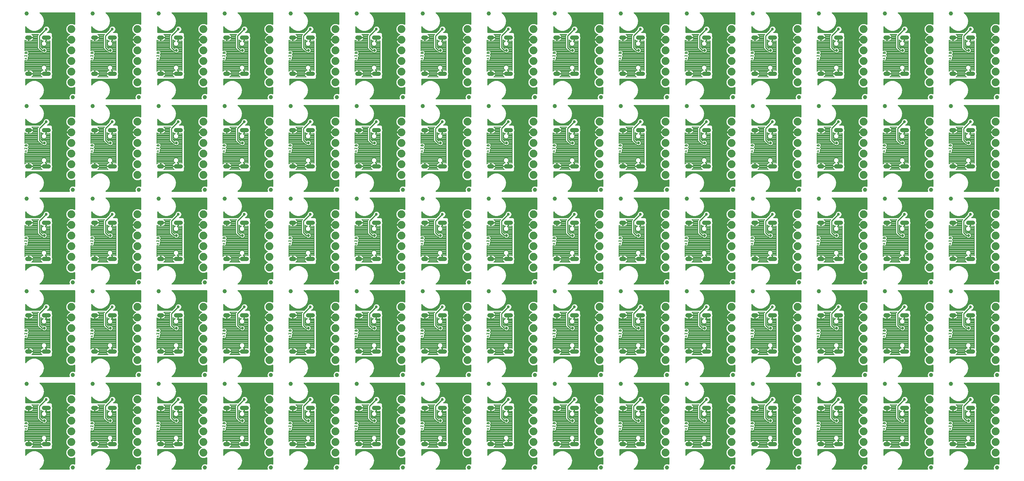
<source format=gbl>
G75*
%MOIN*%
%OFA0B0*%
%FSLAX25Y25*%
%IPPOS*%
%LPD*%
%AMOC8*
5,1,8,0,0,1.08239X$1,22.5*
%
%ADD10C,0.00800*%
%ADD11C,0.03937*%
%ADD12C,0.03937*%
%ADD13C,0.07400*%
%ADD14C,0.01000*%
%ADD15C,0.02700*%
D10*
X0046451Y0051000D02*
X0046468Y0051007D01*
X0047019Y0051376D01*
X0047489Y0051845D01*
X0047857Y0052397D01*
X0048111Y0053010D01*
X0048227Y0053592D01*
X0044091Y0053592D01*
X0044091Y0054392D01*
X0048227Y0054392D01*
X0048111Y0054975D01*
X0047857Y0055588D01*
X0047489Y0056139D01*
X0047019Y0056609D01*
X0046468Y0056977D01*
X0045855Y0057231D01*
X0045204Y0057361D01*
X0044091Y0057361D01*
X0044091Y0054392D01*
X0043291Y0054392D01*
X0043291Y0057361D01*
X0042178Y0057361D01*
X0041527Y0057231D01*
X0040914Y0056977D01*
X0040363Y0056609D01*
X0040150Y0056396D01*
X0040150Y0066688D01*
X0041757Y0066152D01*
X0042795Y0066671D01*
X0043162Y0067771D01*
X0042949Y0068197D01*
X0043162Y0068623D01*
X0042970Y0069198D01*
X0043495Y0069854D01*
X0043850Y0070209D01*
X0043850Y0070298D01*
X0043905Y0070368D01*
X0043850Y0070867D01*
X0043850Y0071369D01*
X0043787Y0071432D01*
X0043777Y0071520D01*
X0043385Y0071834D01*
X0043144Y0072075D01*
X0043145Y0072075D01*
X0043223Y0072184D01*
X0043251Y0072198D01*
X0043269Y0072249D01*
X0043850Y0073063D01*
X0043850Y0074276D01*
X0043269Y0075090D01*
X0043251Y0075140D01*
X0043223Y0075154D01*
X0043145Y0075264D01*
X0042754Y0075398D01*
X0042648Y0075530D01*
X0042394Y0075558D01*
X0042029Y0075736D01*
X0040471Y0075736D01*
X0040150Y0075580D01*
X0040150Y0085604D01*
X0040363Y0085391D01*
X0040914Y0085023D01*
X0041527Y0084769D01*
X0042178Y0084639D01*
X0043291Y0084639D01*
X0043291Y0087608D01*
X0044091Y0087608D01*
X0044091Y0088408D01*
X0048227Y0088408D01*
X0048111Y0088990D01*
X0047857Y0089603D01*
X0047489Y0090155D01*
X0047019Y0090624D01*
X0046468Y0090993D01*
X0046451Y0091000D01*
X0053129Y0091000D01*
X0052250Y0090121D01*
X0052250Y0077879D01*
X0053129Y0077000D01*
X0055692Y0074437D01*
X0056490Y0074437D01*
X0057340Y0073587D01*
X0059286Y0073587D01*
X0060663Y0074964D01*
X0060663Y0076910D01*
X0059286Y0078287D01*
X0057340Y0078287D01*
X0056712Y0077659D01*
X0055250Y0079121D01*
X0055250Y0086034D01*
X0055366Y0085861D01*
X0055835Y0085391D01*
X0056387Y0085023D01*
X0057000Y0084769D01*
X0057560Y0084657D01*
X0057117Y0084657D01*
X0055781Y0083322D01*
X0055781Y0081434D01*
X0057117Y0080098D01*
X0059005Y0080098D01*
X0060341Y0081434D01*
X0060341Y0083322D01*
X0059023Y0084639D01*
X0059748Y0084639D01*
X0059748Y0087608D01*
X0060548Y0087608D01*
X0060548Y0084639D01*
X0062645Y0084639D01*
X0063296Y0084769D01*
X0063750Y0084957D01*
X0063750Y0057043D01*
X0063296Y0057231D01*
X0062645Y0057361D01*
X0060548Y0057361D01*
X0060548Y0054392D01*
X0059748Y0054392D01*
X0059748Y0057361D01*
X0059023Y0057361D01*
X0060341Y0058678D01*
X0060341Y0060566D01*
X0059005Y0061902D01*
X0057117Y0061902D01*
X0055781Y0060566D01*
X0055781Y0058678D01*
X0057117Y0057343D01*
X0057560Y0057343D01*
X0057000Y0057231D01*
X0056387Y0056977D01*
X0055835Y0056609D01*
X0055366Y0056139D01*
X0054997Y0055588D01*
X0054743Y0054975D01*
X0054627Y0054392D01*
X0059748Y0054392D01*
X0059748Y0053592D01*
X0054627Y0053592D01*
X0054743Y0053010D01*
X0054997Y0052397D01*
X0055366Y0051845D01*
X0055835Y0051376D01*
X0056387Y0051007D01*
X0056404Y0051000D01*
X0046451Y0051000D01*
X0047301Y0051657D02*
X0055554Y0051657D01*
X0054973Y0052455D02*
X0047882Y0052455D01*
X0048160Y0053254D02*
X0054695Y0053254D01*
X0054719Y0054851D02*
X0048136Y0054851D01*
X0047816Y0055649D02*
X0055038Y0055649D01*
X0055674Y0056448D02*
X0047180Y0056448D01*
X0045778Y0057246D02*
X0057076Y0057246D01*
X0056414Y0058045D02*
X0040150Y0058045D01*
X0040150Y0058843D02*
X0055781Y0058843D01*
X0055781Y0059642D02*
X0040150Y0059642D01*
X0040150Y0060440D02*
X0055781Y0060440D01*
X0056454Y0061239D02*
X0040150Y0061239D01*
X0040150Y0062037D02*
X0063750Y0062037D01*
X0063750Y0061239D02*
X0059668Y0061239D01*
X0060341Y0060440D02*
X0063750Y0060440D01*
X0063750Y0059642D02*
X0060341Y0059642D01*
X0060341Y0058843D02*
X0063750Y0058843D01*
X0063750Y0058045D02*
X0059708Y0058045D01*
X0059748Y0057246D02*
X0060548Y0057246D01*
X0060548Y0056448D02*
X0059748Y0056448D01*
X0059748Y0055649D02*
X0060548Y0055649D01*
X0060548Y0054851D02*
X0059748Y0054851D01*
X0059748Y0054052D02*
X0044091Y0054052D01*
X0044091Y0054851D02*
X0043291Y0054851D01*
X0043291Y0055649D02*
X0044091Y0055649D01*
X0044091Y0056448D02*
X0043291Y0056448D01*
X0043291Y0057246D02*
X0044091Y0057246D01*
X0041604Y0057246D02*
X0040150Y0057246D01*
X0040150Y0056448D02*
X0040202Y0056448D01*
X0040150Y0062836D02*
X0063750Y0062836D01*
X0063750Y0063634D02*
X0040150Y0063634D01*
X0040150Y0064433D02*
X0063750Y0064433D01*
X0063750Y0065232D02*
X0040150Y0065232D01*
X0040150Y0066030D02*
X0063750Y0066030D01*
X0063750Y0066829D02*
X0042847Y0066829D01*
X0043113Y0067627D02*
X0063750Y0067627D01*
X0063750Y0068426D02*
X0043063Y0068426D01*
X0042991Y0069224D02*
X0063750Y0069224D01*
X0063750Y0070023D02*
X0043663Y0070023D01*
X0043855Y0070821D02*
X0063750Y0070821D01*
X0063750Y0071620D02*
X0043653Y0071620D01*
X0043145Y0072075D02*
X0043145Y0072075D01*
X0043390Y0072418D02*
X0063750Y0072418D01*
X0063750Y0073217D02*
X0043850Y0073217D01*
X0043850Y0074015D02*
X0056911Y0074015D01*
X0055315Y0074814D02*
X0043466Y0074814D01*
X0043145Y0075264D02*
X0043145Y0075264D01*
X0043145Y0075264D01*
X0042283Y0075612D02*
X0054516Y0075612D01*
X0053718Y0076411D02*
X0040150Y0076411D01*
X0040150Y0077209D02*
X0052919Y0077209D01*
X0052250Y0078008D02*
X0040150Y0078008D01*
X0040150Y0078806D02*
X0052250Y0078806D01*
X0052250Y0079605D02*
X0040150Y0079605D01*
X0040150Y0080403D02*
X0052250Y0080403D01*
X0052250Y0081202D02*
X0040150Y0081202D01*
X0040150Y0082000D02*
X0052250Y0082000D01*
X0052250Y0082799D02*
X0040150Y0082799D01*
X0040150Y0083597D02*
X0052250Y0083597D01*
X0052250Y0084396D02*
X0040150Y0084396D01*
X0040150Y0085194D02*
X0040657Y0085194D01*
X0043291Y0085194D02*
X0044091Y0085194D01*
X0044091Y0084639D02*
X0045204Y0084639D01*
X0045855Y0084769D01*
X0046468Y0085023D01*
X0047019Y0085391D01*
X0047489Y0085861D01*
X0047857Y0086412D01*
X0048111Y0087025D01*
X0048227Y0087608D01*
X0044091Y0087608D01*
X0044091Y0084639D01*
X0044091Y0085993D02*
X0043291Y0085993D01*
X0043291Y0086791D02*
X0044091Y0086791D01*
X0044091Y0087590D02*
X0043291Y0087590D01*
X0044091Y0088388D02*
X0052250Y0088388D01*
X0052250Y0087590D02*
X0048223Y0087590D01*
X0048014Y0086791D02*
X0052250Y0086791D01*
X0052250Y0085993D02*
X0047577Y0085993D01*
X0046724Y0085194D02*
X0052250Y0085194D01*
X0055250Y0085194D02*
X0056130Y0085194D01*
X0056855Y0084396D02*
X0055250Y0084396D01*
X0055250Y0083597D02*
X0056057Y0083597D01*
X0055781Y0082799D02*
X0055250Y0082799D01*
X0055250Y0082000D02*
X0055781Y0082000D01*
X0056013Y0081202D02*
X0055250Y0081202D01*
X0055250Y0080403D02*
X0056812Y0080403D01*
X0055250Y0079605D02*
X0063750Y0079605D01*
X0063750Y0080403D02*
X0059310Y0080403D01*
X0060109Y0081202D02*
X0063750Y0081202D01*
X0063750Y0082000D02*
X0060341Y0082000D01*
X0060341Y0082799D02*
X0063750Y0082799D01*
X0063750Y0083597D02*
X0060065Y0083597D01*
X0059267Y0084396D02*
X0063750Y0084396D01*
X0060548Y0085194D02*
X0059748Y0085194D01*
X0059748Y0085993D02*
X0060548Y0085993D01*
X0060548Y0086791D02*
X0059748Y0086791D01*
X0059748Y0087590D02*
X0060548Y0087590D01*
X0055277Y0085993D02*
X0055250Y0085993D01*
X0052250Y0089187D02*
X0048030Y0089187D01*
X0047602Y0089985D02*
X0052250Y0089985D01*
X0052913Y0090784D02*
X0046781Y0090784D01*
X0055565Y0078806D02*
X0063750Y0078806D01*
X0063750Y0078008D02*
X0059566Y0078008D01*
X0060364Y0077209D02*
X0063750Y0077209D01*
X0063750Y0076411D02*
X0060663Y0076411D01*
X0060663Y0075612D02*
X0063750Y0075612D01*
X0063750Y0074814D02*
X0060513Y0074814D01*
X0059715Y0074015D02*
X0063750Y0074015D01*
X0057060Y0078008D02*
X0056364Y0078008D01*
X0041917Y0074203D02*
X0040583Y0073136D01*
X0040050Y0073669D02*
X0040052Y0073713D01*
X0040058Y0073756D01*
X0040067Y0073799D01*
X0040081Y0073840D01*
X0040098Y0073880D01*
X0040118Y0073919D01*
X0040142Y0073956D01*
X0040169Y0073990D01*
X0040199Y0074022D01*
X0040231Y0074051D01*
X0040266Y0074077D01*
X0040303Y0074100D01*
X0040342Y0074119D01*
X0040383Y0074135D01*
X0040050Y0073669D02*
X0040052Y0073625D01*
X0040058Y0073582D01*
X0040067Y0073539D01*
X0040081Y0073498D01*
X0040098Y0073458D01*
X0040118Y0073419D01*
X0040142Y0073382D01*
X0040169Y0073348D01*
X0040199Y0073316D01*
X0040231Y0073287D01*
X0040266Y0073261D01*
X0040303Y0073238D01*
X0040342Y0073219D01*
X0040383Y0073203D01*
X0041250Y0074336D02*
X0041332Y0074334D01*
X0041413Y0074329D01*
X0041494Y0074321D01*
X0041575Y0074309D01*
X0041655Y0074294D01*
X0041734Y0074276D01*
X0041813Y0074254D01*
X0041891Y0074229D01*
X0041967Y0074201D01*
X0042043Y0074170D01*
X0042117Y0074136D01*
X0042450Y0073669D02*
X0042448Y0073625D01*
X0042442Y0073582D01*
X0042433Y0073539D01*
X0042419Y0073498D01*
X0042402Y0073458D01*
X0042382Y0073419D01*
X0042358Y0073382D01*
X0042331Y0073348D01*
X0042301Y0073316D01*
X0042269Y0073287D01*
X0042234Y0073261D01*
X0042197Y0073238D01*
X0042158Y0073219D01*
X0042117Y0073203D01*
X0042450Y0073669D02*
X0042448Y0073713D01*
X0042442Y0073756D01*
X0042433Y0073799D01*
X0042419Y0073840D01*
X0042402Y0073880D01*
X0042382Y0073919D01*
X0042358Y0073956D01*
X0042331Y0073990D01*
X0042301Y0074022D01*
X0042269Y0074051D01*
X0042234Y0074077D01*
X0042197Y0074100D01*
X0042158Y0074119D01*
X0042117Y0074135D01*
X0042117Y0073202D02*
X0042043Y0073168D01*
X0041967Y0073137D01*
X0041891Y0073109D01*
X0041813Y0073084D01*
X0041734Y0073062D01*
X0041655Y0073044D01*
X0041575Y0073029D01*
X0041494Y0073017D01*
X0041413Y0073009D01*
X0041332Y0073004D01*
X0041250Y0073002D01*
X0041250Y0074336D02*
X0041168Y0074334D01*
X0041087Y0074329D01*
X0041006Y0074321D01*
X0040925Y0074309D01*
X0040845Y0074294D01*
X0040766Y0074276D01*
X0040687Y0074254D01*
X0040609Y0074229D01*
X0040533Y0074201D01*
X0040457Y0074170D01*
X0040383Y0074136D01*
X0040383Y0073202D02*
X0040457Y0073168D01*
X0040533Y0073137D01*
X0040609Y0073109D01*
X0040687Y0073084D01*
X0040766Y0073062D01*
X0040845Y0073044D01*
X0040925Y0073029D01*
X0041006Y0073017D01*
X0041087Y0073009D01*
X0041168Y0073004D01*
X0041250Y0073002D01*
X0040050Y0071456D02*
X0040050Y0070123D01*
X0040050Y0070789D02*
X0042450Y0070789D01*
X0041917Y0070123D01*
X0041650Y0068731D02*
X0040050Y0068197D01*
X0041650Y0067664D01*
X0040217Y0075612D02*
X0040150Y0075612D01*
X0063219Y0057246D02*
X0063750Y0057246D01*
X0102150Y0057246D02*
X0103604Y0057246D01*
X0103527Y0057231D02*
X0102914Y0056977D01*
X0102363Y0056609D01*
X0102150Y0056396D01*
X0102150Y0066688D01*
X0103757Y0066152D01*
X0104795Y0066671D01*
X0105162Y0067771D01*
X0104949Y0068197D01*
X0105162Y0068623D01*
X0104970Y0069198D01*
X0105495Y0069854D01*
X0105850Y0070209D01*
X0105850Y0070298D01*
X0105905Y0070368D01*
X0105850Y0070867D01*
X0105850Y0071369D01*
X0105787Y0071432D01*
X0105777Y0071520D01*
X0105385Y0071834D01*
X0105144Y0072075D01*
X0105145Y0072075D01*
X0105223Y0072184D01*
X0105251Y0072198D01*
X0105269Y0072249D01*
X0105850Y0073063D01*
X0105850Y0074276D01*
X0105269Y0075090D01*
X0105251Y0075140D01*
X0105223Y0075154D01*
X0105145Y0075264D01*
X0104754Y0075398D01*
X0104648Y0075530D01*
X0104394Y0075558D01*
X0104029Y0075736D01*
X0102471Y0075736D01*
X0102150Y0075580D01*
X0102150Y0085604D01*
X0102363Y0085391D01*
X0102914Y0085023D01*
X0103527Y0084769D01*
X0104178Y0084639D01*
X0105291Y0084639D01*
X0105291Y0087608D01*
X0106091Y0087608D01*
X0106091Y0088408D01*
X0110227Y0088408D01*
X0110111Y0088990D01*
X0109857Y0089603D01*
X0109489Y0090155D01*
X0109019Y0090624D01*
X0108468Y0090993D01*
X0108451Y0091000D01*
X0115129Y0091000D01*
X0114250Y0090121D01*
X0114250Y0077879D01*
X0115129Y0077000D01*
X0117692Y0074437D01*
X0118490Y0074437D01*
X0119340Y0073587D01*
X0121286Y0073587D01*
X0122663Y0074964D01*
X0122663Y0076910D01*
X0121286Y0078287D01*
X0119340Y0078287D01*
X0118712Y0077659D01*
X0117250Y0079121D01*
X0117250Y0086034D01*
X0117366Y0085861D01*
X0117835Y0085391D01*
X0118387Y0085023D01*
X0119000Y0084769D01*
X0119560Y0084657D01*
X0119117Y0084657D01*
X0117781Y0083322D01*
X0117781Y0081434D01*
X0119117Y0080098D01*
X0121005Y0080098D01*
X0122341Y0081434D01*
X0122341Y0083322D01*
X0121023Y0084639D01*
X0121748Y0084639D01*
X0121748Y0087608D01*
X0122548Y0087608D01*
X0122548Y0084639D01*
X0124645Y0084639D01*
X0125296Y0084769D01*
X0125750Y0084957D01*
X0125750Y0057043D01*
X0125296Y0057231D01*
X0124645Y0057361D01*
X0122548Y0057361D01*
X0122548Y0054392D01*
X0121748Y0054392D01*
X0121748Y0057361D01*
X0121023Y0057361D01*
X0122341Y0058678D01*
X0122341Y0060566D01*
X0121005Y0061902D01*
X0119117Y0061902D01*
X0117781Y0060566D01*
X0117781Y0058678D01*
X0119117Y0057343D01*
X0119560Y0057343D01*
X0119000Y0057231D01*
X0118387Y0056977D01*
X0117835Y0056609D01*
X0117366Y0056139D01*
X0116997Y0055588D01*
X0116743Y0054975D01*
X0116627Y0054392D01*
X0121748Y0054392D01*
X0121748Y0053592D01*
X0116627Y0053592D01*
X0116743Y0053010D01*
X0116997Y0052397D01*
X0117366Y0051845D01*
X0117835Y0051376D01*
X0118387Y0051007D01*
X0118404Y0051000D01*
X0108451Y0051000D01*
X0108468Y0051007D01*
X0109019Y0051376D01*
X0109489Y0051845D01*
X0109857Y0052397D01*
X0110111Y0053010D01*
X0110227Y0053592D01*
X0106091Y0053592D01*
X0106091Y0054392D01*
X0110227Y0054392D01*
X0110111Y0054975D01*
X0109857Y0055588D01*
X0109489Y0056139D01*
X0109019Y0056609D01*
X0108468Y0056977D01*
X0107855Y0057231D01*
X0107204Y0057361D01*
X0106091Y0057361D01*
X0106091Y0054392D01*
X0105291Y0054392D01*
X0105291Y0057361D01*
X0104178Y0057361D01*
X0103527Y0057231D01*
X0102202Y0056448D02*
X0102150Y0056448D01*
X0102150Y0058045D02*
X0118414Y0058045D01*
X0117781Y0058843D02*
X0102150Y0058843D01*
X0102150Y0059642D02*
X0117781Y0059642D01*
X0117781Y0060440D02*
X0102150Y0060440D01*
X0102150Y0061239D02*
X0118454Y0061239D01*
X0121668Y0061239D02*
X0125750Y0061239D01*
X0125750Y0062037D02*
X0102150Y0062037D01*
X0102150Y0062836D02*
X0125750Y0062836D01*
X0125750Y0063634D02*
X0102150Y0063634D01*
X0102150Y0064433D02*
X0125750Y0064433D01*
X0125750Y0065232D02*
X0102150Y0065232D01*
X0102150Y0066030D02*
X0125750Y0066030D01*
X0125750Y0066829D02*
X0104847Y0066829D01*
X0105113Y0067627D02*
X0125750Y0067627D01*
X0125750Y0068426D02*
X0105063Y0068426D01*
X0104991Y0069224D02*
X0125750Y0069224D01*
X0125750Y0070023D02*
X0105663Y0070023D01*
X0105855Y0070821D02*
X0125750Y0070821D01*
X0125750Y0071620D02*
X0105653Y0071620D01*
X0105145Y0072075D02*
X0105145Y0072075D01*
X0105390Y0072418D02*
X0125750Y0072418D01*
X0125750Y0073217D02*
X0105850Y0073217D01*
X0105850Y0074015D02*
X0118911Y0074015D01*
X0117315Y0074814D02*
X0105466Y0074814D01*
X0105145Y0075264D02*
X0105145Y0075264D01*
X0105145Y0075264D01*
X0104283Y0075612D02*
X0116516Y0075612D01*
X0115718Y0076411D02*
X0102150Y0076411D01*
X0102150Y0077209D02*
X0114919Y0077209D01*
X0114250Y0078008D02*
X0102150Y0078008D01*
X0102150Y0078806D02*
X0114250Y0078806D01*
X0114250Y0079605D02*
X0102150Y0079605D01*
X0102150Y0080403D02*
X0114250Y0080403D01*
X0114250Y0081202D02*
X0102150Y0081202D01*
X0102150Y0082000D02*
X0114250Y0082000D01*
X0114250Y0082799D02*
X0102150Y0082799D01*
X0102150Y0083597D02*
X0114250Y0083597D01*
X0114250Y0084396D02*
X0102150Y0084396D01*
X0102150Y0085194D02*
X0102657Y0085194D01*
X0105291Y0085194D02*
X0106091Y0085194D01*
X0106091Y0084639D02*
X0107204Y0084639D01*
X0107855Y0084769D01*
X0108468Y0085023D01*
X0109019Y0085391D01*
X0109489Y0085861D01*
X0109857Y0086412D01*
X0110111Y0087025D01*
X0110227Y0087608D01*
X0106091Y0087608D01*
X0106091Y0084639D01*
X0106091Y0085993D02*
X0105291Y0085993D01*
X0105291Y0086791D02*
X0106091Y0086791D01*
X0106091Y0087590D02*
X0105291Y0087590D01*
X0106091Y0088388D02*
X0114250Y0088388D01*
X0114250Y0087590D02*
X0110223Y0087590D01*
X0110014Y0086791D02*
X0114250Y0086791D01*
X0114250Y0085993D02*
X0109577Y0085993D01*
X0108724Y0085194D02*
X0114250Y0085194D01*
X0117250Y0085194D02*
X0118130Y0085194D01*
X0118855Y0084396D02*
X0117250Y0084396D01*
X0117250Y0083597D02*
X0118057Y0083597D01*
X0117781Y0082799D02*
X0117250Y0082799D01*
X0117250Y0082000D02*
X0117781Y0082000D01*
X0118013Y0081202D02*
X0117250Y0081202D01*
X0117250Y0080403D02*
X0118812Y0080403D01*
X0117250Y0079605D02*
X0125750Y0079605D01*
X0125750Y0080403D02*
X0121310Y0080403D01*
X0122109Y0081202D02*
X0125750Y0081202D01*
X0125750Y0082000D02*
X0122341Y0082000D01*
X0122341Y0082799D02*
X0125750Y0082799D01*
X0125750Y0083597D02*
X0122065Y0083597D01*
X0121267Y0084396D02*
X0125750Y0084396D01*
X0122548Y0085194D02*
X0121748Y0085194D01*
X0121748Y0085993D02*
X0122548Y0085993D01*
X0122548Y0086791D02*
X0121748Y0086791D01*
X0121748Y0087590D02*
X0122548Y0087590D01*
X0117277Y0085993D02*
X0117250Y0085993D01*
X0114250Y0089187D02*
X0110030Y0089187D01*
X0109602Y0089985D02*
X0114250Y0089985D01*
X0114913Y0090784D02*
X0108781Y0090784D01*
X0117565Y0078806D02*
X0125750Y0078806D01*
X0125750Y0078008D02*
X0121566Y0078008D01*
X0122364Y0077209D02*
X0125750Y0077209D01*
X0125750Y0076411D02*
X0122663Y0076411D01*
X0122663Y0075612D02*
X0125750Y0075612D01*
X0125750Y0074814D02*
X0122513Y0074814D01*
X0121715Y0074015D02*
X0125750Y0074015D01*
X0119060Y0078008D02*
X0118364Y0078008D01*
X0103917Y0074203D02*
X0102583Y0073136D01*
X0102050Y0073669D02*
X0102052Y0073713D01*
X0102058Y0073756D01*
X0102067Y0073799D01*
X0102081Y0073840D01*
X0102098Y0073880D01*
X0102118Y0073919D01*
X0102142Y0073956D01*
X0102169Y0073990D01*
X0102199Y0074022D01*
X0102231Y0074051D01*
X0102266Y0074077D01*
X0102303Y0074100D01*
X0102342Y0074119D01*
X0102383Y0074135D01*
X0102050Y0073669D02*
X0102052Y0073625D01*
X0102058Y0073582D01*
X0102067Y0073539D01*
X0102081Y0073498D01*
X0102098Y0073458D01*
X0102118Y0073419D01*
X0102142Y0073382D01*
X0102169Y0073348D01*
X0102199Y0073316D01*
X0102231Y0073287D01*
X0102266Y0073261D01*
X0102303Y0073238D01*
X0102342Y0073219D01*
X0102383Y0073203D01*
X0103250Y0074336D02*
X0103332Y0074334D01*
X0103413Y0074329D01*
X0103494Y0074321D01*
X0103575Y0074309D01*
X0103655Y0074294D01*
X0103734Y0074276D01*
X0103813Y0074254D01*
X0103891Y0074229D01*
X0103967Y0074201D01*
X0104043Y0074170D01*
X0104117Y0074136D01*
X0104450Y0073669D02*
X0104448Y0073625D01*
X0104442Y0073582D01*
X0104433Y0073539D01*
X0104419Y0073498D01*
X0104402Y0073458D01*
X0104382Y0073419D01*
X0104358Y0073382D01*
X0104331Y0073348D01*
X0104301Y0073316D01*
X0104269Y0073287D01*
X0104234Y0073261D01*
X0104197Y0073238D01*
X0104158Y0073219D01*
X0104117Y0073203D01*
X0104450Y0073669D02*
X0104448Y0073713D01*
X0104442Y0073756D01*
X0104433Y0073799D01*
X0104419Y0073840D01*
X0104402Y0073880D01*
X0104382Y0073919D01*
X0104358Y0073956D01*
X0104331Y0073990D01*
X0104301Y0074022D01*
X0104269Y0074051D01*
X0104234Y0074077D01*
X0104197Y0074100D01*
X0104158Y0074119D01*
X0104117Y0074135D01*
X0104117Y0073202D02*
X0104043Y0073168D01*
X0103967Y0073137D01*
X0103891Y0073109D01*
X0103813Y0073084D01*
X0103734Y0073062D01*
X0103655Y0073044D01*
X0103575Y0073029D01*
X0103494Y0073017D01*
X0103413Y0073009D01*
X0103332Y0073004D01*
X0103250Y0073002D01*
X0103250Y0074336D02*
X0103168Y0074334D01*
X0103087Y0074329D01*
X0103006Y0074321D01*
X0102925Y0074309D01*
X0102845Y0074294D01*
X0102766Y0074276D01*
X0102687Y0074254D01*
X0102609Y0074229D01*
X0102533Y0074201D01*
X0102457Y0074170D01*
X0102383Y0074136D01*
X0102383Y0073202D02*
X0102457Y0073168D01*
X0102533Y0073137D01*
X0102609Y0073109D01*
X0102687Y0073084D01*
X0102766Y0073062D01*
X0102845Y0073044D01*
X0102925Y0073029D01*
X0103006Y0073017D01*
X0103087Y0073009D01*
X0103168Y0073004D01*
X0103250Y0073002D01*
X0102050Y0071456D02*
X0102050Y0070123D01*
X0102050Y0070789D02*
X0104450Y0070789D01*
X0103917Y0070123D01*
X0103650Y0068731D02*
X0102050Y0068197D01*
X0103650Y0067664D01*
X0102217Y0075612D02*
X0102150Y0075612D01*
X0122341Y0060440D02*
X0125750Y0060440D01*
X0125750Y0059642D02*
X0122341Y0059642D01*
X0122341Y0058843D02*
X0125750Y0058843D01*
X0125750Y0058045D02*
X0121708Y0058045D01*
X0121748Y0057246D02*
X0122548Y0057246D01*
X0122548Y0056448D02*
X0121748Y0056448D01*
X0121748Y0055649D02*
X0122548Y0055649D01*
X0122548Y0054851D02*
X0121748Y0054851D01*
X0121748Y0054052D02*
X0106091Y0054052D01*
X0106091Y0054851D02*
X0105291Y0054851D01*
X0105291Y0055649D02*
X0106091Y0055649D01*
X0106091Y0056448D02*
X0105291Y0056448D01*
X0105291Y0057246D02*
X0106091Y0057246D01*
X0107778Y0057246D02*
X0119076Y0057246D01*
X0117674Y0056448D02*
X0109180Y0056448D01*
X0109816Y0055649D02*
X0117038Y0055649D01*
X0116719Y0054851D02*
X0110136Y0054851D01*
X0110160Y0053254D02*
X0116695Y0053254D01*
X0116973Y0052455D02*
X0109882Y0052455D01*
X0109301Y0051657D02*
X0117554Y0051657D01*
X0125219Y0057246D02*
X0125750Y0057246D01*
X0164150Y0057246D02*
X0165604Y0057246D01*
X0165527Y0057231D02*
X0164914Y0056977D01*
X0164363Y0056609D01*
X0164150Y0056396D01*
X0164150Y0066688D01*
X0165757Y0066152D01*
X0166795Y0066671D01*
X0167162Y0067771D01*
X0166949Y0068197D01*
X0167162Y0068623D01*
X0166970Y0069198D01*
X0167495Y0069854D01*
X0167850Y0070209D01*
X0167850Y0070298D01*
X0167905Y0070368D01*
X0167850Y0070867D01*
X0167850Y0071369D01*
X0167787Y0071432D01*
X0167777Y0071520D01*
X0167385Y0071834D01*
X0167144Y0072075D01*
X0167145Y0072075D01*
X0167223Y0072184D01*
X0167251Y0072198D01*
X0167269Y0072249D01*
X0167850Y0073063D01*
X0167850Y0074276D01*
X0167269Y0075090D01*
X0167251Y0075140D01*
X0167223Y0075154D01*
X0167145Y0075264D01*
X0166754Y0075398D01*
X0166648Y0075530D01*
X0166394Y0075558D01*
X0166029Y0075736D01*
X0164471Y0075736D01*
X0164150Y0075580D01*
X0164150Y0085604D01*
X0164363Y0085391D01*
X0164914Y0085023D01*
X0165527Y0084769D01*
X0166178Y0084639D01*
X0167291Y0084639D01*
X0167291Y0087608D01*
X0168091Y0087608D01*
X0168091Y0088408D01*
X0172227Y0088408D01*
X0172111Y0088990D01*
X0171857Y0089603D01*
X0171489Y0090155D01*
X0171019Y0090624D01*
X0170468Y0090993D01*
X0170451Y0091000D01*
X0177129Y0091000D01*
X0176250Y0090121D01*
X0176250Y0077879D01*
X0177129Y0077000D01*
X0179692Y0074437D01*
X0180490Y0074437D01*
X0181340Y0073587D01*
X0183286Y0073587D01*
X0184663Y0074964D01*
X0184663Y0076910D01*
X0183286Y0078287D01*
X0181340Y0078287D01*
X0180712Y0077659D01*
X0179250Y0079121D01*
X0179250Y0086034D01*
X0179366Y0085861D01*
X0179835Y0085391D01*
X0180387Y0085023D01*
X0181000Y0084769D01*
X0181560Y0084657D01*
X0181117Y0084657D01*
X0179781Y0083322D01*
X0179781Y0081434D01*
X0181117Y0080098D01*
X0183005Y0080098D01*
X0184341Y0081434D01*
X0184341Y0083322D01*
X0183023Y0084639D01*
X0183748Y0084639D01*
X0183748Y0087608D01*
X0184548Y0087608D01*
X0184548Y0084639D01*
X0186645Y0084639D01*
X0187296Y0084769D01*
X0187750Y0084957D01*
X0187750Y0057043D01*
X0187296Y0057231D01*
X0186645Y0057361D01*
X0184548Y0057361D01*
X0184548Y0054392D01*
X0183748Y0054392D01*
X0183748Y0057361D01*
X0183023Y0057361D01*
X0184341Y0058678D01*
X0184341Y0060566D01*
X0183005Y0061902D01*
X0181117Y0061902D01*
X0179781Y0060566D01*
X0179781Y0058678D01*
X0181117Y0057343D01*
X0181560Y0057343D01*
X0181000Y0057231D01*
X0180387Y0056977D01*
X0179835Y0056609D01*
X0179366Y0056139D01*
X0178997Y0055588D01*
X0178743Y0054975D01*
X0178627Y0054392D01*
X0183748Y0054392D01*
X0183748Y0053592D01*
X0178627Y0053592D01*
X0178743Y0053010D01*
X0178997Y0052397D01*
X0179366Y0051845D01*
X0179835Y0051376D01*
X0180387Y0051007D01*
X0180404Y0051000D01*
X0170451Y0051000D01*
X0170468Y0051007D01*
X0171019Y0051376D01*
X0171489Y0051845D01*
X0171857Y0052397D01*
X0172111Y0053010D01*
X0172227Y0053592D01*
X0168091Y0053592D01*
X0168091Y0054392D01*
X0172227Y0054392D01*
X0172111Y0054975D01*
X0171857Y0055588D01*
X0171489Y0056139D01*
X0171019Y0056609D01*
X0170468Y0056977D01*
X0169855Y0057231D01*
X0169204Y0057361D01*
X0168091Y0057361D01*
X0168091Y0054392D01*
X0167291Y0054392D01*
X0167291Y0057361D01*
X0166178Y0057361D01*
X0165527Y0057231D01*
X0164202Y0056448D02*
X0164150Y0056448D01*
X0164150Y0058045D02*
X0180414Y0058045D01*
X0179781Y0058843D02*
X0164150Y0058843D01*
X0164150Y0059642D02*
X0179781Y0059642D01*
X0179781Y0060440D02*
X0164150Y0060440D01*
X0164150Y0061239D02*
X0180454Y0061239D01*
X0183668Y0061239D02*
X0187750Y0061239D01*
X0187750Y0062037D02*
X0164150Y0062037D01*
X0164150Y0062836D02*
X0187750Y0062836D01*
X0187750Y0063634D02*
X0164150Y0063634D01*
X0164150Y0064433D02*
X0187750Y0064433D01*
X0187750Y0065232D02*
X0164150Y0065232D01*
X0164150Y0066030D02*
X0187750Y0066030D01*
X0187750Y0066829D02*
X0166847Y0066829D01*
X0167113Y0067627D02*
X0187750Y0067627D01*
X0187750Y0068426D02*
X0167063Y0068426D01*
X0166991Y0069224D02*
X0187750Y0069224D01*
X0187750Y0070023D02*
X0167663Y0070023D01*
X0167855Y0070821D02*
X0187750Y0070821D01*
X0187750Y0071620D02*
X0167653Y0071620D01*
X0167145Y0072075D02*
X0167145Y0072075D01*
X0167390Y0072418D02*
X0187750Y0072418D01*
X0187750Y0073217D02*
X0167850Y0073217D01*
X0167850Y0074015D02*
X0180911Y0074015D01*
X0179315Y0074814D02*
X0167466Y0074814D01*
X0167145Y0075264D02*
X0167145Y0075264D01*
X0167145Y0075264D01*
X0166283Y0075612D02*
X0178516Y0075612D01*
X0177718Y0076411D02*
X0164150Y0076411D01*
X0164150Y0077209D02*
X0176919Y0077209D01*
X0176250Y0078008D02*
X0164150Y0078008D01*
X0164150Y0078806D02*
X0176250Y0078806D01*
X0176250Y0079605D02*
X0164150Y0079605D01*
X0164150Y0080403D02*
X0176250Y0080403D01*
X0176250Y0081202D02*
X0164150Y0081202D01*
X0164150Y0082000D02*
X0176250Y0082000D01*
X0176250Y0082799D02*
X0164150Y0082799D01*
X0164150Y0083597D02*
X0176250Y0083597D01*
X0176250Y0084396D02*
X0164150Y0084396D01*
X0164150Y0085194D02*
X0164657Y0085194D01*
X0167291Y0085194D02*
X0168091Y0085194D01*
X0168091Y0084639D02*
X0169204Y0084639D01*
X0169855Y0084769D01*
X0170468Y0085023D01*
X0171019Y0085391D01*
X0171489Y0085861D01*
X0171857Y0086412D01*
X0172111Y0087025D01*
X0172227Y0087608D01*
X0168091Y0087608D01*
X0168091Y0084639D01*
X0168091Y0085993D02*
X0167291Y0085993D01*
X0167291Y0086791D02*
X0168091Y0086791D01*
X0168091Y0087590D02*
X0167291Y0087590D01*
X0168091Y0088388D02*
X0176250Y0088388D01*
X0176250Y0087590D02*
X0172223Y0087590D01*
X0172014Y0086791D02*
X0176250Y0086791D01*
X0176250Y0085993D02*
X0171577Y0085993D01*
X0170724Y0085194D02*
X0176250Y0085194D01*
X0179250Y0085194D02*
X0180130Y0085194D01*
X0180855Y0084396D02*
X0179250Y0084396D01*
X0179250Y0083597D02*
X0180057Y0083597D01*
X0179781Y0082799D02*
X0179250Y0082799D01*
X0179250Y0082000D02*
X0179781Y0082000D01*
X0180013Y0081202D02*
X0179250Y0081202D01*
X0179250Y0080403D02*
X0180812Y0080403D01*
X0179250Y0079605D02*
X0187750Y0079605D01*
X0187750Y0080403D02*
X0183310Y0080403D01*
X0184109Y0081202D02*
X0187750Y0081202D01*
X0187750Y0082000D02*
X0184341Y0082000D01*
X0184341Y0082799D02*
X0187750Y0082799D01*
X0187750Y0083597D02*
X0184065Y0083597D01*
X0183267Y0084396D02*
X0187750Y0084396D01*
X0184548Y0085194D02*
X0183748Y0085194D01*
X0183748Y0085993D02*
X0184548Y0085993D01*
X0184548Y0086791D02*
X0183748Y0086791D01*
X0183748Y0087590D02*
X0184548Y0087590D01*
X0179277Y0085993D02*
X0179250Y0085993D01*
X0176250Y0089187D02*
X0172030Y0089187D01*
X0171602Y0089985D02*
X0176250Y0089985D01*
X0176913Y0090784D02*
X0170781Y0090784D01*
X0179565Y0078806D02*
X0187750Y0078806D01*
X0187750Y0078008D02*
X0183566Y0078008D01*
X0184364Y0077209D02*
X0187750Y0077209D01*
X0187750Y0076411D02*
X0184663Y0076411D01*
X0184663Y0075612D02*
X0187750Y0075612D01*
X0187750Y0074814D02*
X0184513Y0074814D01*
X0183715Y0074015D02*
X0187750Y0074015D01*
X0181060Y0078008D02*
X0180364Y0078008D01*
X0165917Y0074203D02*
X0164583Y0073136D01*
X0164050Y0073669D02*
X0164052Y0073713D01*
X0164058Y0073756D01*
X0164067Y0073799D01*
X0164081Y0073840D01*
X0164098Y0073880D01*
X0164118Y0073919D01*
X0164142Y0073956D01*
X0164169Y0073990D01*
X0164199Y0074022D01*
X0164231Y0074051D01*
X0164266Y0074077D01*
X0164303Y0074100D01*
X0164342Y0074119D01*
X0164383Y0074135D01*
X0164050Y0073669D02*
X0164052Y0073625D01*
X0164058Y0073582D01*
X0164067Y0073539D01*
X0164081Y0073498D01*
X0164098Y0073458D01*
X0164118Y0073419D01*
X0164142Y0073382D01*
X0164169Y0073348D01*
X0164199Y0073316D01*
X0164231Y0073287D01*
X0164266Y0073261D01*
X0164303Y0073238D01*
X0164342Y0073219D01*
X0164383Y0073203D01*
X0165250Y0074336D02*
X0165332Y0074334D01*
X0165413Y0074329D01*
X0165494Y0074321D01*
X0165575Y0074309D01*
X0165655Y0074294D01*
X0165734Y0074276D01*
X0165813Y0074254D01*
X0165891Y0074229D01*
X0165967Y0074201D01*
X0166043Y0074170D01*
X0166117Y0074136D01*
X0166450Y0073669D02*
X0166448Y0073625D01*
X0166442Y0073582D01*
X0166433Y0073539D01*
X0166419Y0073498D01*
X0166402Y0073458D01*
X0166382Y0073419D01*
X0166358Y0073382D01*
X0166331Y0073348D01*
X0166301Y0073316D01*
X0166269Y0073287D01*
X0166234Y0073261D01*
X0166197Y0073238D01*
X0166158Y0073219D01*
X0166117Y0073203D01*
X0166450Y0073669D02*
X0166448Y0073713D01*
X0166442Y0073756D01*
X0166433Y0073799D01*
X0166419Y0073840D01*
X0166402Y0073880D01*
X0166382Y0073919D01*
X0166358Y0073956D01*
X0166331Y0073990D01*
X0166301Y0074022D01*
X0166269Y0074051D01*
X0166234Y0074077D01*
X0166197Y0074100D01*
X0166158Y0074119D01*
X0166117Y0074135D01*
X0166117Y0073202D02*
X0166043Y0073168D01*
X0165967Y0073137D01*
X0165891Y0073109D01*
X0165813Y0073084D01*
X0165734Y0073062D01*
X0165655Y0073044D01*
X0165575Y0073029D01*
X0165494Y0073017D01*
X0165413Y0073009D01*
X0165332Y0073004D01*
X0165250Y0073002D01*
X0165250Y0074336D02*
X0165168Y0074334D01*
X0165087Y0074329D01*
X0165006Y0074321D01*
X0164925Y0074309D01*
X0164845Y0074294D01*
X0164766Y0074276D01*
X0164687Y0074254D01*
X0164609Y0074229D01*
X0164533Y0074201D01*
X0164457Y0074170D01*
X0164383Y0074136D01*
X0164383Y0073202D02*
X0164457Y0073168D01*
X0164533Y0073137D01*
X0164609Y0073109D01*
X0164687Y0073084D01*
X0164766Y0073062D01*
X0164845Y0073044D01*
X0164925Y0073029D01*
X0165006Y0073017D01*
X0165087Y0073009D01*
X0165168Y0073004D01*
X0165250Y0073002D01*
X0164050Y0071456D02*
X0164050Y0070123D01*
X0164050Y0070789D02*
X0166450Y0070789D01*
X0165917Y0070123D01*
X0165650Y0068731D02*
X0164050Y0068197D01*
X0165650Y0067664D01*
X0164217Y0075612D02*
X0164150Y0075612D01*
X0184341Y0060440D02*
X0187750Y0060440D01*
X0187750Y0059642D02*
X0184341Y0059642D01*
X0184341Y0058843D02*
X0187750Y0058843D01*
X0187750Y0058045D02*
X0183708Y0058045D01*
X0183748Y0057246D02*
X0184548Y0057246D01*
X0184548Y0056448D02*
X0183748Y0056448D01*
X0183748Y0055649D02*
X0184548Y0055649D01*
X0184548Y0054851D02*
X0183748Y0054851D01*
X0183748Y0054052D02*
X0168091Y0054052D01*
X0168091Y0054851D02*
X0167291Y0054851D01*
X0167291Y0055649D02*
X0168091Y0055649D01*
X0168091Y0056448D02*
X0167291Y0056448D01*
X0167291Y0057246D02*
X0168091Y0057246D01*
X0169778Y0057246D02*
X0181076Y0057246D01*
X0179674Y0056448D02*
X0171180Y0056448D01*
X0171816Y0055649D02*
X0179038Y0055649D01*
X0178719Y0054851D02*
X0172136Y0054851D01*
X0172160Y0053254D02*
X0178695Y0053254D01*
X0178973Y0052455D02*
X0171882Y0052455D01*
X0171301Y0051657D02*
X0179554Y0051657D01*
X0187219Y0057246D02*
X0187750Y0057246D01*
X0226150Y0057246D02*
X0227604Y0057246D01*
X0227527Y0057231D02*
X0226914Y0056977D01*
X0226363Y0056609D01*
X0226150Y0056396D01*
X0226150Y0066688D01*
X0227757Y0066152D01*
X0228795Y0066671D01*
X0229162Y0067771D01*
X0228949Y0068197D01*
X0229162Y0068623D01*
X0228970Y0069198D01*
X0229495Y0069854D01*
X0229850Y0070209D01*
X0229850Y0070298D01*
X0229905Y0070368D01*
X0229850Y0070867D01*
X0229850Y0071369D01*
X0229787Y0071432D01*
X0229777Y0071520D01*
X0229385Y0071834D01*
X0229144Y0072075D01*
X0229145Y0072075D01*
X0229223Y0072184D01*
X0229251Y0072198D01*
X0229269Y0072249D01*
X0229850Y0073063D01*
X0229850Y0074276D01*
X0229269Y0075090D01*
X0229251Y0075140D01*
X0229223Y0075154D01*
X0229145Y0075264D01*
X0228754Y0075398D01*
X0228648Y0075530D01*
X0228394Y0075558D01*
X0228029Y0075736D01*
X0226471Y0075736D01*
X0226150Y0075580D01*
X0226150Y0085604D01*
X0226363Y0085391D01*
X0226914Y0085023D01*
X0227527Y0084769D01*
X0228178Y0084639D01*
X0229291Y0084639D01*
X0229291Y0087608D01*
X0230091Y0087608D01*
X0230091Y0088408D01*
X0234227Y0088408D01*
X0234111Y0088990D01*
X0233857Y0089603D01*
X0233489Y0090155D01*
X0233019Y0090624D01*
X0232468Y0090993D01*
X0232451Y0091000D01*
X0239129Y0091000D01*
X0238250Y0090121D01*
X0238250Y0077879D01*
X0239129Y0077000D01*
X0240813Y0075316D01*
X0240813Y0075316D01*
X0241692Y0074437D01*
X0242490Y0074437D01*
X0243340Y0073587D01*
X0245286Y0073587D01*
X0246663Y0074964D01*
X0246663Y0076910D01*
X0245286Y0078287D01*
X0243340Y0078287D01*
X0242712Y0077659D01*
X0241250Y0079121D01*
X0241250Y0086034D01*
X0241366Y0085861D01*
X0241835Y0085391D01*
X0242387Y0085023D01*
X0243000Y0084769D01*
X0243560Y0084657D01*
X0243117Y0084657D01*
X0241781Y0083322D01*
X0241781Y0081434D01*
X0243117Y0080098D01*
X0245005Y0080098D01*
X0246341Y0081434D01*
X0246341Y0083322D01*
X0245023Y0084639D01*
X0245748Y0084639D01*
X0245748Y0087608D01*
X0246548Y0087608D01*
X0246548Y0084639D01*
X0248645Y0084639D01*
X0249296Y0084769D01*
X0249750Y0084957D01*
X0249750Y0057043D01*
X0249296Y0057231D01*
X0248645Y0057361D01*
X0246548Y0057361D01*
X0246548Y0054392D01*
X0245748Y0054392D01*
X0245748Y0057361D01*
X0245023Y0057361D01*
X0246341Y0058678D01*
X0246341Y0060566D01*
X0245005Y0061902D01*
X0243117Y0061902D01*
X0241781Y0060566D01*
X0241781Y0058678D01*
X0243117Y0057343D01*
X0243560Y0057343D01*
X0243000Y0057231D01*
X0242387Y0056977D01*
X0241835Y0056609D01*
X0241366Y0056139D01*
X0240997Y0055588D01*
X0240743Y0054975D01*
X0240627Y0054392D01*
X0245748Y0054392D01*
X0245748Y0053592D01*
X0240627Y0053592D01*
X0240743Y0053010D01*
X0240997Y0052397D01*
X0241366Y0051845D01*
X0241835Y0051376D01*
X0242387Y0051007D01*
X0242404Y0051000D01*
X0232451Y0051000D01*
X0232468Y0051007D01*
X0233019Y0051376D01*
X0233489Y0051845D01*
X0233857Y0052397D01*
X0234111Y0053010D01*
X0234227Y0053592D01*
X0230091Y0053592D01*
X0230091Y0054392D01*
X0234227Y0054392D01*
X0234111Y0054975D01*
X0233857Y0055588D01*
X0233489Y0056139D01*
X0233019Y0056609D01*
X0232468Y0056977D01*
X0231855Y0057231D01*
X0231204Y0057361D01*
X0230091Y0057361D01*
X0230091Y0054392D01*
X0229291Y0054392D01*
X0229291Y0057361D01*
X0228178Y0057361D01*
X0227527Y0057231D01*
X0226202Y0056448D02*
X0226150Y0056448D01*
X0226150Y0058045D02*
X0242414Y0058045D01*
X0241781Y0058843D02*
X0226150Y0058843D01*
X0226150Y0059642D02*
X0241781Y0059642D01*
X0241781Y0060440D02*
X0226150Y0060440D01*
X0226150Y0061239D02*
X0242454Y0061239D01*
X0245668Y0061239D02*
X0249750Y0061239D01*
X0249750Y0062037D02*
X0226150Y0062037D01*
X0226150Y0062836D02*
X0249750Y0062836D01*
X0249750Y0063634D02*
X0226150Y0063634D01*
X0226150Y0064433D02*
X0249750Y0064433D01*
X0249750Y0065232D02*
X0226150Y0065232D01*
X0226150Y0066030D02*
X0249750Y0066030D01*
X0249750Y0066829D02*
X0228847Y0066829D01*
X0229113Y0067627D02*
X0249750Y0067627D01*
X0249750Y0068426D02*
X0229063Y0068426D01*
X0228991Y0069224D02*
X0249750Y0069224D01*
X0249750Y0070023D02*
X0229663Y0070023D01*
X0229855Y0070821D02*
X0249750Y0070821D01*
X0249750Y0071620D02*
X0229653Y0071620D01*
X0229145Y0072075D02*
X0229145Y0072075D01*
X0229390Y0072418D02*
X0249750Y0072418D01*
X0249750Y0073217D02*
X0229850Y0073217D01*
X0229850Y0074015D02*
X0242911Y0074015D01*
X0241315Y0074814D02*
X0229466Y0074814D01*
X0229145Y0075264D02*
X0229145Y0075264D01*
X0229145Y0075264D01*
X0228283Y0075612D02*
X0240517Y0075612D01*
X0239718Y0076411D02*
X0226150Y0076411D01*
X0226150Y0077209D02*
X0238919Y0077209D01*
X0239129Y0077000D02*
X0239129Y0077000D01*
X0238250Y0078008D02*
X0226150Y0078008D01*
X0226150Y0078806D02*
X0238250Y0078806D01*
X0238250Y0079605D02*
X0226150Y0079605D01*
X0226150Y0080403D02*
X0238250Y0080403D01*
X0238250Y0081202D02*
X0226150Y0081202D01*
X0226150Y0082000D02*
X0238250Y0082000D01*
X0238250Y0082799D02*
X0226150Y0082799D01*
X0226150Y0083597D02*
X0238250Y0083597D01*
X0238250Y0084396D02*
X0226150Y0084396D01*
X0226150Y0085194D02*
X0226657Y0085194D01*
X0229291Y0085194D02*
X0230091Y0085194D01*
X0230091Y0084639D02*
X0231204Y0084639D01*
X0231855Y0084769D01*
X0232468Y0085023D01*
X0233019Y0085391D01*
X0233489Y0085861D01*
X0233857Y0086412D01*
X0234111Y0087025D01*
X0234227Y0087608D01*
X0230091Y0087608D01*
X0230091Y0084639D01*
X0230091Y0085993D02*
X0229291Y0085993D01*
X0229291Y0086791D02*
X0230091Y0086791D01*
X0230091Y0087590D02*
X0229291Y0087590D01*
X0230091Y0088388D02*
X0238250Y0088388D01*
X0238250Y0087590D02*
X0234223Y0087590D01*
X0234014Y0086791D02*
X0238250Y0086791D01*
X0238250Y0085993D02*
X0233577Y0085993D01*
X0232724Y0085194D02*
X0238250Y0085194D01*
X0241250Y0085194D02*
X0242130Y0085194D01*
X0242855Y0084396D02*
X0241250Y0084396D01*
X0241250Y0083597D02*
X0242057Y0083597D01*
X0241781Y0082799D02*
X0241250Y0082799D01*
X0241250Y0082000D02*
X0241781Y0082000D01*
X0242013Y0081202D02*
X0241250Y0081202D01*
X0241250Y0080403D02*
X0242812Y0080403D01*
X0241250Y0079605D02*
X0249750Y0079605D01*
X0249750Y0080403D02*
X0245310Y0080403D01*
X0246109Y0081202D02*
X0249750Y0081202D01*
X0249750Y0082000D02*
X0246341Y0082000D01*
X0246341Y0082799D02*
X0249750Y0082799D01*
X0249750Y0083597D02*
X0246065Y0083597D01*
X0245267Y0084396D02*
X0249750Y0084396D01*
X0246548Y0085194D02*
X0245748Y0085194D01*
X0245748Y0085993D02*
X0246548Y0085993D01*
X0246548Y0086791D02*
X0245748Y0086791D01*
X0245748Y0087590D02*
X0246548Y0087590D01*
X0241277Y0085993D02*
X0241250Y0085993D01*
X0238250Y0089187D02*
X0234030Y0089187D01*
X0233602Y0089985D02*
X0238250Y0089985D01*
X0238913Y0090784D02*
X0232781Y0090784D01*
X0241565Y0078806D02*
X0249750Y0078806D01*
X0249750Y0078008D02*
X0245566Y0078008D01*
X0246364Y0077209D02*
X0249750Y0077209D01*
X0249750Y0076411D02*
X0246663Y0076411D01*
X0246663Y0075612D02*
X0249750Y0075612D01*
X0249750Y0074814D02*
X0246513Y0074814D01*
X0245715Y0074015D02*
X0249750Y0074015D01*
X0243060Y0078008D02*
X0242364Y0078008D01*
X0227917Y0074203D02*
X0226583Y0073136D01*
X0226050Y0073669D02*
X0226052Y0073713D01*
X0226058Y0073756D01*
X0226067Y0073799D01*
X0226081Y0073840D01*
X0226098Y0073880D01*
X0226118Y0073919D01*
X0226142Y0073956D01*
X0226169Y0073990D01*
X0226199Y0074022D01*
X0226231Y0074051D01*
X0226266Y0074077D01*
X0226303Y0074100D01*
X0226342Y0074119D01*
X0226383Y0074135D01*
X0226050Y0073669D02*
X0226052Y0073625D01*
X0226058Y0073582D01*
X0226067Y0073539D01*
X0226081Y0073498D01*
X0226098Y0073458D01*
X0226118Y0073419D01*
X0226142Y0073382D01*
X0226169Y0073348D01*
X0226199Y0073316D01*
X0226231Y0073287D01*
X0226266Y0073261D01*
X0226303Y0073238D01*
X0226342Y0073219D01*
X0226383Y0073203D01*
X0227250Y0074336D02*
X0227332Y0074334D01*
X0227413Y0074329D01*
X0227494Y0074321D01*
X0227575Y0074309D01*
X0227655Y0074294D01*
X0227734Y0074276D01*
X0227813Y0074254D01*
X0227891Y0074229D01*
X0227967Y0074201D01*
X0228043Y0074170D01*
X0228117Y0074136D01*
X0228450Y0073669D02*
X0228448Y0073625D01*
X0228442Y0073582D01*
X0228433Y0073539D01*
X0228419Y0073498D01*
X0228402Y0073458D01*
X0228382Y0073419D01*
X0228358Y0073382D01*
X0228331Y0073348D01*
X0228301Y0073316D01*
X0228269Y0073287D01*
X0228234Y0073261D01*
X0228197Y0073238D01*
X0228158Y0073219D01*
X0228117Y0073203D01*
X0228450Y0073669D02*
X0228448Y0073713D01*
X0228442Y0073756D01*
X0228433Y0073799D01*
X0228419Y0073840D01*
X0228402Y0073880D01*
X0228382Y0073919D01*
X0228358Y0073956D01*
X0228331Y0073990D01*
X0228301Y0074022D01*
X0228269Y0074051D01*
X0228234Y0074077D01*
X0228197Y0074100D01*
X0228158Y0074119D01*
X0228117Y0074135D01*
X0228117Y0073202D02*
X0228043Y0073168D01*
X0227967Y0073137D01*
X0227891Y0073109D01*
X0227813Y0073084D01*
X0227734Y0073062D01*
X0227655Y0073044D01*
X0227575Y0073029D01*
X0227494Y0073017D01*
X0227413Y0073009D01*
X0227332Y0073004D01*
X0227250Y0073002D01*
X0227250Y0074336D02*
X0227168Y0074334D01*
X0227087Y0074329D01*
X0227006Y0074321D01*
X0226925Y0074309D01*
X0226845Y0074294D01*
X0226766Y0074276D01*
X0226687Y0074254D01*
X0226609Y0074229D01*
X0226533Y0074201D01*
X0226457Y0074170D01*
X0226383Y0074136D01*
X0226383Y0073202D02*
X0226457Y0073168D01*
X0226533Y0073137D01*
X0226609Y0073109D01*
X0226687Y0073084D01*
X0226766Y0073062D01*
X0226845Y0073044D01*
X0226925Y0073029D01*
X0227006Y0073017D01*
X0227087Y0073009D01*
X0227168Y0073004D01*
X0227250Y0073002D01*
X0226050Y0071456D02*
X0226050Y0070123D01*
X0226050Y0070789D02*
X0228450Y0070789D01*
X0227917Y0070123D01*
X0227650Y0068731D02*
X0226050Y0068197D01*
X0227650Y0067664D01*
X0226217Y0075612D02*
X0226150Y0075612D01*
X0246341Y0060440D02*
X0249750Y0060440D01*
X0249750Y0059642D02*
X0246341Y0059642D01*
X0246341Y0058843D02*
X0249750Y0058843D01*
X0249750Y0058045D02*
X0245708Y0058045D01*
X0245748Y0057246D02*
X0246548Y0057246D01*
X0246548Y0056448D02*
X0245748Y0056448D01*
X0245748Y0055649D02*
X0246548Y0055649D01*
X0246548Y0054851D02*
X0245748Y0054851D01*
X0245748Y0054052D02*
X0230091Y0054052D01*
X0230091Y0054851D02*
X0229291Y0054851D01*
X0229291Y0055649D02*
X0230091Y0055649D01*
X0230091Y0056448D02*
X0229291Y0056448D01*
X0229291Y0057246D02*
X0230091Y0057246D01*
X0231778Y0057246D02*
X0243076Y0057246D01*
X0241674Y0056448D02*
X0233180Y0056448D01*
X0233816Y0055649D02*
X0241038Y0055649D01*
X0240719Y0054851D02*
X0234136Y0054851D01*
X0234160Y0053254D02*
X0240695Y0053254D01*
X0240973Y0052455D02*
X0233882Y0052455D01*
X0233301Y0051657D02*
X0241554Y0051657D01*
X0249219Y0057246D02*
X0249750Y0057246D01*
X0288150Y0057246D02*
X0289604Y0057246D01*
X0289527Y0057231D02*
X0288914Y0056977D01*
X0288363Y0056609D01*
X0288150Y0056396D01*
X0288150Y0066688D01*
X0289757Y0066152D01*
X0290795Y0066671D01*
X0291162Y0067771D01*
X0290949Y0068197D01*
X0291162Y0068623D01*
X0290970Y0069198D01*
X0291495Y0069854D01*
X0291850Y0070209D01*
X0291850Y0070298D01*
X0291905Y0070368D01*
X0291850Y0070867D01*
X0291850Y0071369D01*
X0291787Y0071432D01*
X0291777Y0071520D01*
X0291385Y0071834D01*
X0291144Y0072075D01*
X0291145Y0072075D01*
X0291223Y0072184D01*
X0291251Y0072198D01*
X0291269Y0072249D01*
X0291850Y0073063D01*
X0291850Y0074276D01*
X0291269Y0075090D01*
X0291251Y0075140D01*
X0291223Y0075154D01*
X0291145Y0075264D01*
X0290754Y0075398D01*
X0290648Y0075530D01*
X0290394Y0075558D01*
X0290029Y0075736D01*
X0288471Y0075736D01*
X0288150Y0075580D01*
X0288150Y0085604D01*
X0288363Y0085391D01*
X0288914Y0085023D01*
X0289527Y0084769D01*
X0290178Y0084639D01*
X0291291Y0084639D01*
X0291291Y0087608D01*
X0292091Y0087608D01*
X0292091Y0088408D01*
X0296227Y0088408D01*
X0296111Y0088990D01*
X0295857Y0089603D01*
X0295489Y0090155D01*
X0295019Y0090624D01*
X0294468Y0090993D01*
X0294451Y0091000D01*
X0301129Y0091000D01*
X0300250Y0090121D01*
X0300250Y0077879D01*
X0301129Y0077000D01*
X0303692Y0074437D01*
X0304490Y0074437D01*
X0305340Y0073587D01*
X0307286Y0073587D01*
X0308663Y0074964D01*
X0308663Y0076910D01*
X0307286Y0078287D01*
X0305340Y0078287D01*
X0304712Y0077659D01*
X0303250Y0079121D01*
X0303250Y0086034D01*
X0303366Y0085861D01*
X0303835Y0085391D01*
X0304387Y0085023D01*
X0305000Y0084769D01*
X0305560Y0084657D01*
X0305117Y0084657D01*
X0303781Y0083322D01*
X0303781Y0081434D01*
X0305117Y0080098D01*
X0307005Y0080098D01*
X0308341Y0081434D01*
X0308341Y0083322D01*
X0307023Y0084639D01*
X0307748Y0084639D01*
X0307748Y0087608D01*
X0308548Y0087608D01*
X0308548Y0084639D01*
X0310645Y0084639D01*
X0311296Y0084769D01*
X0311750Y0084957D01*
X0311750Y0057043D01*
X0311296Y0057231D01*
X0310645Y0057361D01*
X0308548Y0057361D01*
X0308548Y0054392D01*
X0307748Y0054392D01*
X0307748Y0057361D01*
X0307023Y0057361D01*
X0308341Y0058678D01*
X0308341Y0060566D01*
X0307005Y0061902D01*
X0305117Y0061902D01*
X0303781Y0060566D01*
X0303781Y0058678D01*
X0305117Y0057343D01*
X0305560Y0057343D01*
X0305000Y0057231D01*
X0304387Y0056977D01*
X0303835Y0056609D01*
X0303366Y0056139D01*
X0302997Y0055588D01*
X0302743Y0054975D01*
X0302627Y0054392D01*
X0307748Y0054392D01*
X0307748Y0053592D01*
X0302627Y0053592D01*
X0302743Y0053010D01*
X0302997Y0052397D01*
X0303366Y0051845D01*
X0303835Y0051376D01*
X0304387Y0051007D01*
X0304404Y0051000D01*
X0294451Y0051000D01*
X0294468Y0051007D01*
X0295019Y0051376D01*
X0295489Y0051845D01*
X0295857Y0052397D01*
X0296111Y0053010D01*
X0296227Y0053592D01*
X0292091Y0053592D01*
X0292091Y0054392D01*
X0296227Y0054392D01*
X0296111Y0054975D01*
X0295857Y0055588D01*
X0295489Y0056139D01*
X0295019Y0056609D01*
X0294468Y0056977D01*
X0293855Y0057231D01*
X0293204Y0057361D01*
X0292091Y0057361D01*
X0292091Y0054392D01*
X0291291Y0054392D01*
X0291291Y0057361D01*
X0290178Y0057361D01*
X0289527Y0057231D01*
X0288202Y0056448D02*
X0288150Y0056448D01*
X0288150Y0058045D02*
X0304414Y0058045D01*
X0303781Y0058843D02*
X0288150Y0058843D01*
X0288150Y0059642D02*
X0303781Y0059642D01*
X0303781Y0060440D02*
X0288150Y0060440D01*
X0288150Y0061239D02*
X0304454Y0061239D01*
X0307668Y0061239D02*
X0311750Y0061239D01*
X0311750Y0062037D02*
X0288150Y0062037D01*
X0288150Y0062836D02*
X0311750Y0062836D01*
X0311750Y0063634D02*
X0288150Y0063634D01*
X0288150Y0064433D02*
X0311750Y0064433D01*
X0311750Y0065232D02*
X0288150Y0065232D01*
X0288150Y0066030D02*
X0311750Y0066030D01*
X0311750Y0066829D02*
X0290847Y0066829D01*
X0291113Y0067627D02*
X0311750Y0067627D01*
X0311750Y0068426D02*
X0291063Y0068426D01*
X0290991Y0069224D02*
X0311750Y0069224D01*
X0311750Y0070023D02*
X0291663Y0070023D01*
X0291855Y0070821D02*
X0311750Y0070821D01*
X0311750Y0071620D02*
X0291653Y0071620D01*
X0291145Y0072075D02*
X0291145Y0072075D01*
X0291390Y0072418D02*
X0311750Y0072418D01*
X0311750Y0073217D02*
X0291850Y0073217D01*
X0291850Y0074015D02*
X0304911Y0074015D01*
X0303315Y0074814D02*
X0291466Y0074814D01*
X0291145Y0075264D02*
X0291145Y0075264D01*
X0291145Y0075264D01*
X0290283Y0075612D02*
X0302516Y0075612D01*
X0301718Y0076411D02*
X0288150Y0076411D01*
X0288150Y0077209D02*
X0300919Y0077209D01*
X0300250Y0078008D02*
X0288150Y0078008D01*
X0288150Y0078806D02*
X0300250Y0078806D01*
X0300250Y0079605D02*
X0288150Y0079605D01*
X0288150Y0080403D02*
X0300250Y0080403D01*
X0300250Y0081202D02*
X0288150Y0081202D01*
X0288150Y0082000D02*
X0300250Y0082000D01*
X0300250Y0082799D02*
X0288150Y0082799D01*
X0288150Y0083597D02*
X0300250Y0083597D01*
X0300250Y0084396D02*
X0288150Y0084396D01*
X0288150Y0085194D02*
X0288657Y0085194D01*
X0291291Y0085194D02*
X0292091Y0085194D01*
X0292091Y0084639D02*
X0293204Y0084639D01*
X0293855Y0084769D01*
X0294468Y0085023D01*
X0295019Y0085391D01*
X0295489Y0085861D01*
X0295857Y0086412D01*
X0296111Y0087025D01*
X0296227Y0087608D01*
X0292091Y0087608D01*
X0292091Y0084639D01*
X0292091Y0085993D02*
X0291291Y0085993D01*
X0291291Y0086791D02*
X0292091Y0086791D01*
X0292091Y0087590D02*
X0291291Y0087590D01*
X0292091Y0088388D02*
X0300250Y0088388D01*
X0300250Y0087590D02*
X0296223Y0087590D01*
X0296014Y0086791D02*
X0300250Y0086791D01*
X0300250Y0085993D02*
X0295577Y0085993D01*
X0294724Y0085194D02*
X0300250Y0085194D01*
X0303250Y0085194D02*
X0304130Y0085194D01*
X0304855Y0084396D02*
X0303250Y0084396D01*
X0303250Y0083597D02*
X0304057Y0083597D01*
X0303781Y0082799D02*
X0303250Y0082799D01*
X0303250Y0082000D02*
X0303781Y0082000D01*
X0304013Y0081202D02*
X0303250Y0081202D01*
X0303250Y0080403D02*
X0304812Y0080403D01*
X0303250Y0079605D02*
X0311750Y0079605D01*
X0311750Y0080403D02*
X0307310Y0080403D01*
X0308109Y0081202D02*
X0311750Y0081202D01*
X0311750Y0082000D02*
X0308341Y0082000D01*
X0308341Y0082799D02*
X0311750Y0082799D01*
X0311750Y0083597D02*
X0308065Y0083597D01*
X0307267Y0084396D02*
X0311750Y0084396D01*
X0308548Y0085194D02*
X0307748Y0085194D01*
X0307748Y0085993D02*
X0308548Y0085993D01*
X0308548Y0086791D02*
X0307748Y0086791D01*
X0307748Y0087590D02*
X0308548Y0087590D01*
X0303277Y0085993D02*
X0303250Y0085993D01*
X0300250Y0089187D02*
X0296030Y0089187D01*
X0295602Y0089985D02*
X0300250Y0089985D01*
X0300913Y0090784D02*
X0294781Y0090784D01*
X0303565Y0078806D02*
X0311750Y0078806D01*
X0311750Y0078008D02*
X0307566Y0078008D01*
X0308364Y0077209D02*
X0311750Y0077209D01*
X0311750Y0076411D02*
X0308663Y0076411D01*
X0308663Y0075612D02*
X0311750Y0075612D01*
X0311750Y0074814D02*
X0308513Y0074814D01*
X0307715Y0074015D02*
X0311750Y0074015D01*
X0305060Y0078008D02*
X0304364Y0078008D01*
X0289917Y0074203D02*
X0288583Y0073136D01*
X0288050Y0073669D02*
X0288052Y0073713D01*
X0288058Y0073756D01*
X0288067Y0073799D01*
X0288081Y0073840D01*
X0288098Y0073880D01*
X0288118Y0073919D01*
X0288142Y0073956D01*
X0288169Y0073990D01*
X0288199Y0074022D01*
X0288231Y0074051D01*
X0288266Y0074077D01*
X0288303Y0074100D01*
X0288342Y0074119D01*
X0288383Y0074135D01*
X0288050Y0073669D02*
X0288052Y0073625D01*
X0288058Y0073582D01*
X0288067Y0073539D01*
X0288081Y0073498D01*
X0288098Y0073458D01*
X0288118Y0073419D01*
X0288142Y0073382D01*
X0288169Y0073348D01*
X0288199Y0073316D01*
X0288231Y0073287D01*
X0288266Y0073261D01*
X0288303Y0073238D01*
X0288342Y0073219D01*
X0288383Y0073203D01*
X0289250Y0074336D02*
X0289332Y0074334D01*
X0289413Y0074329D01*
X0289494Y0074321D01*
X0289575Y0074309D01*
X0289655Y0074294D01*
X0289734Y0074276D01*
X0289813Y0074254D01*
X0289891Y0074229D01*
X0289967Y0074201D01*
X0290043Y0074170D01*
X0290117Y0074136D01*
X0290450Y0073669D02*
X0290448Y0073625D01*
X0290442Y0073582D01*
X0290433Y0073539D01*
X0290419Y0073498D01*
X0290402Y0073458D01*
X0290382Y0073419D01*
X0290358Y0073382D01*
X0290331Y0073348D01*
X0290301Y0073316D01*
X0290269Y0073287D01*
X0290234Y0073261D01*
X0290197Y0073238D01*
X0290158Y0073219D01*
X0290117Y0073203D01*
X0290450Y0073669D02*
X0290448Y0073713D01*
X0290442Y0073756D01*
X0290433Y0073799D01*
X0290419Y0073840D01*
X0290402Y0073880D01*
X0290382Y0073919D01*
X0290358Y0073956D01*
X0290331Y0073990D01*
X0290301Y0074022D01*
X0290269Y0074051D01*
X0290234Y0074077D01*
X0290197Y0074100D01*
X0290158Y0074119D01*
X0290117Y0074135D01*
X0290117Y0073202D02*
X0290043Y0073168D01*
X0289967Y0073137D01*
X0289891Y0073109D01*
X0289813Y0073084D01*
X0289734Y0073062D01*
X0289655Y0073044D01*
X0289575Y0073029D01*
X0289494Y0073017D01*
X0289413Y0073009D01*
X0289332Y0073004D01*
X0289250Y0073002D01*
X0289250Y0074336D02*
X0289168Y0074334D01*
X0289087Y0074329D01*
X0289006Y0074321D01*
X0288925Y0074309D01*
X0288845Y0074294D01*
X0288766Y0074276D01*
X0288687Y0074254D01*
X0288609Y0074229D01*
X0288533Y0074201D01*
X0288457Y0074170D01*
X0288383Y0074136D01*
X0288383Y0073202D02*
X0288457Y0073168D01*
X0288533Y0073137D01*
X0288609Y0073109D01*
X0288687Y0073084D01*
X0288766Y0073062D01*
X0288845Y0073044D01*
X0288925Y0073029D01*
X0289006Y0073017D01*
X0289087Y0073009D01*
X0289168Y0073004D01*
X0289250Y0073002D01*
X0288050Y0071456D02*
X0288050Y0070123D01*
X0288050Y0070789D02*
X0290450Y0070789D01*
X0289917Y0070123D01*
X0289650Y0068731D02*
X0288050Y0068197D01*
X0289650Y0067664D01*
X0308341Y0060440D02*
X0311750Y0060440D01*
X0311750Y0059642D02*
X0308341Y0059642D01*
X0308341Y0058843D02*
X0311750Y0058843D01*
X0311750Y0058045D02*
X0307708Y0058045D01*
X0307748Y0057246D02*
X0308548Y0057246D01*
X0308548Y0056448D02*
X0307748Y0056448D01*
X0307748Y0055649D02*
X0308548Y0055649D01*
X0308548Y0054851D02*
X0307748Y0054851D01*
X0307748Y0054052D02*
X0292091Y0054052D01*
X0292091Y0054851D02*
X0291291Y0054851D01*
X0291291Y0055649D02*
X0292091Y0055649D01*
X0292091Y0056448D02*
X0291291Y0056448D01*
X0291291Y0057246D02*
X0292091Y0057246D01*
X0293778Y0057246D02*
X0305076Y0057246D01*
X0303674Y0056448D02*
X0295180Y0056448D01*
X0295816Y0055649D02*
X0303038Y0055649D01*
X0302719Y0054851D02*
X0296136Y0054851D01*
X0296160Y0053254D02*
X0302695Y0053254D01*
X0302973Y0052455D02*
X0295882Y0052455D01*
X0295301Y0051657D02*
X0303554Y0051657D01*
X0311219Y0057246D02*
X0311750Y0057246D01*
X0350150Y0057246D02*
X0351604Y0057246D01*
X0351527Y0057231D02*
X0350914Y0056977D01*
X0350363Y0056609D01*
X0350150Y0056396D01*
X0350150Y0066688D01*
X0351757Y0066152D01*
X0352795Y0066671D01*
X0353162Y0067771D01*
X0352949Y0068197D01*
X0353162Y0068623D01*
X0352970Y0069198D01*
X0353495Y0069854D01*
X0353850Y0070209D01*
X0353850Y0070298D01*
X0353905Y0070368D01*
X0353850Y0070867D01*
X0353850Y0071369D01*
X0353787Y0071432D01*
X0353777Y0071520D01*
X0353385Y0071834D01*
X0353144Y0072075D01*
X0353145Y0072075D01*
X0353223Y0072184D01*
X0353251Y0072198D01*
X0353269Y0072249D01*
X0353850Y0073063D01*
X0353850Y0074276D01*
X0353269Y0075090D01*
X0353251Y0075140D01*
X0353223Y0075154D01*
X0353145Y0075264D01*
X0352754Y0075398D01*
X0352648Y0075530D01*
X0352394Y0075558D01*
X0352029Y0075736D01*
X0350471Y0075736D01*
X0350150Y0075580D01*
X0350150Y0085604D01*
X0350363Y0085391D01*
X0350914Y0085023D01*
X0351527Y0084769D01*
X0352178Y0084639D01*
X0353291Y0084639D01*
X0353291Y0087608D01*
X0354091Y0087608D01*
X0354091Y0088408D01*
X0358227Y0088408D01*
X0358111Y0088990D01*
X0357857Y0089603D01*
X0357489Y0090155D01*
X0357019Y0090624D01*
X0356468Y0090993D01*
X0356451Y0091000D01*
X0363129Y0091000D01*
X0362250Y0090121D01*
X0362250Y0077879D01*
X0363129Y0077000D01*
X0365692Y0074437D01*
X0366490Y0074437D01*
X0367340Y0073587D01*
X0369286Y0073587D01*
X0370663Y0074964D01*
X0370663Y0076910D01*
X0369286Y0078287D01*
X0367340Y0078287D01*
X0366712Y0077659D01*
X0365250Y0079121D01*
X0365250Y0086034D01*
X0365366Y0085861D01*
X0365835Y0085391D01*
X0366387Y0085023D01*
X0367000Y0084769D01*
X0367560Y0084657D01*
X0367117Y0084657D01*
X0365781Y0083322D01*
X0365781Y0081434D01*
X0367117Y0080098D01*
X0369005Y0080098D01*
X0370341Y0081434D01*
X0370341Y0083322D01*
X0369023Y0084639D01*
X0369748Y0084639D01*
X0369748Y0087608D01*
X0370548Y0087608D01*
X0370548Y0084639D01*
X0372645Y0084639D01*
X0373296Y0084769D01*
X0373750Y0084957D01*
X0373750Y0057043D01*
X0373296Y0057231D01*
X0372645Y0057361D01*
X0370548Y0057361D01*
X0370548Y0054392D01*
X0369748Y0054392D01*
X0369748Y0057361D01*
X0369023Y0057361D01*
X0370341Y0058678D01*
X0370341Y0060566D01*
X0369005Y0061902D01*
X0367117Y0061902D01*
X0365781Y0060566D01*
X0365781Y0058678D01*
X0367117Y0057343D01*
X0367560Y0057343D01*
X0367000Y0057231D01*
X0366387Y0056977D01*
X0365835Y0056609D01*
X0365366Y0056139D01*
X0364997Y0055588D01*
X0364743Y0054975D01*
X0364627Y0054392D01*
X0369748Y0054392D01*
X0369748Y0053592D01*
X0364627Y0053592D01*
X0364743Y0053010D01*
X0364997Y0052397D01*
X0365366Y0051845D01*
X0365835Y0051376D01*
X0366387Y0051007D01*
X0366404Y0051000D01*
X0356451Y0051000D01*
X0356468Y0051007D01*
X0357019Y0051376D01*
X0357489Y0051845D01*
X0357857Y0052397D01*
X0358111Y0053010D01*
X0358227Y0053592D01*
X0354091Y0053592D01*
X0354091Y0054392D01*
X0358227Y0054392D01*
X0358111Y0054975D01*
X0357857Y0055588D01*
X0357489Y0056139D01*
X0357019Y0056609D01*
X0356468Y0056977D01*
X0355855Y0057231D01*
X0355204Y0057361D01*
X0354091Y0057361D01*
X0354091Y0054392D01*
X0353291Y0054392D01*
X0353291Y0057361D01*
X0352178Y0057361D01*
X0351527Y0057231D01*
X0350202Y0056448D02*
X0350150Y0056448D01*
X0350150Y0058045D02*
X0366414Y0058045D01*
X0365781Y0058843D02*
X0350150Y0058843D01*
X0350150Y0059642D02*
X0365781Y0059642D01*
X0365781Y0060440D02*
X0350150Y0060440D01*
X0350150Y0061239D02*
X0366454Y0061239D01*
X0369668Y0061239D02*
X0373750Y0061239D01*
X0373750Y0062037D02*
X0350150Y0062037D01*
X0350150Y0062836D02*
X0373750Y0062836D01*
X0373750Y0063634D02*
X0350150Y0063634D01*
X0350150Y0064433D02*
X0373750Y0064433D01*
X0373750Y0065232D02*
X0350150Y0065232D01*
X0350150Y0066030D02*
X0373750Y0066030D01*
X0373750Y0066829D02*
X0352847Y0066829D01*
X0353113Y0067627D02*
X0373750Y0067627D01*
X0373750Y0068426D02*
X0353063Y0068426D01*
X0352991Y0069224D02*
X0373750Y0069224D01*
X0373750Y0070023D02*
X0353663Y0070023D01*
X0353855Y0070821D02*
X0373750Y0070821D01*
X0373750Y0071620D02*
X0353653Y0071620D01*
X0353145Y0072075D02*
X0353145Y0072075D01*
X0353390Y0072418D02*
X0373750Y0072418D01*
X0373750Y0073217D02*
X0353850Y0073217D01*
X0353850Y0074015D02*
X0366911Y0074015D01*
X0365315Y0074814D02*
X0353466Y0074814D01*
X0353145Y0075264D02*
X0353145Y0075264D01*
X0353145Y0075264D01*
X0352283Y0075612D02*
X0364516Y0075612D01*
X0363718Y0076411D02*
X0350150Y0076411D01*
X0350471Y0075736D02*
X0350471Y0075736D01*
X0350217Y0075612D02*
X0350150Y0075612D01*
X0350383Y0073202D02*
X0350457Y0073168D01*
X0350533Y0073137D01*
X0350609Y0073109D01*
X0350687Y0073084D01*
X0350766Y0073062D01*
X0350845Y0073044D01*
X0350925Y0073029D01*
X0351006Y0073017D01*
X0351087Y0073009D01*
X0351168Y0073004D01*
X0351250Y0073002D01*
X0351250Y0074336D02*
X0351332Y0074334D01*
X0351413Y0074329D01*
X0351494Y0074321D01*
X0351575Y0074309D01*
X0351655Y0074294D01*
X0351734Y0074276D01*
X0351813Y0074254D01*
X0351891Y0074229D01*
X0351967Y0074201D01*
X0352043Y0074170D01*
X0352117Y0074136D01*
X0351917Y0074203D02*
X0350583Y0073136D01*
X0350050Y0073669D02*
X0350052Y0073713D01*
X0350058Y0073756D01*
X0350067Y0073799D01*
X0350081Y0073840D01*
X0350098Y0073880D01*
X0350118Y0073919D01*
X0350142Y0073956D01*
X0350169Y0073990D01*
X0350199Y0074022D01*
X0350231Y0074051D01*
X0350266Y0074077D01*
X0350303Y0074100D01*
X0350342Y0074119D01*
X0350383Y0074135D01*
X0350050Y0073669D02*
X0350052Y0073625D01*
X0350058Y0073582D01*
X0350067Y0073539D01*
X0350081Y0073498D01*
X0350098Y0073458D01*
X0350118Y0073419D01*
X0350142Y0073382D01*
X0350169Y0073348D01*
X0350199Y0073316D01*
X0350231Y0073287D01*
X0350266Y0073261D01*
X0350303Y0073238D01*
X0350342Y0073219D01*
X0350383Y0073203D01*
X0350383Y0074136D02*
X0350457Y0074170D01*
X0350533Y0074201D01*
X0350609Y0074229D01*
X0350687Y0074254D01*
X0350766Y0074276D01*
X0350845Y0074294D01*
X0350925Y0074309D01*
X0351006Y0074321D01*
X0351087Y0074329D01*
X0351168Y0074334D01*
X0351250Y0074336D01*
X0351250Y0073002D02*
X0351332Y0073004D01*
X0351413Y0073009D01*
X0351494Y0073017D01*
X0351575Y0073029D01*
X0351655Y0073044D01*
X0351734Y0073062D01*
X0351813Y0073084D01*
X0351891Y0073109D01*
X0351967Y0073137D01*
X0352043Y0073168D01*
X0352117Y0073202D01*
X0352450Y0073669D02*
X0352448Y0073713D01*
X0352442Y0073756D01*
X0352433Y0073799D01*
X0352419Y0073840D01*
X0352402Y0073880D01*
X0352382Y0073919D01*
X0352358Y0073956D01*
X0352331Y0073990D01*
X0352301Y0074022D01*
X0352269Y0074051D01*
X0352234Y0074077D01*
X0352197Y0074100D01*
X0352158Y0074119D01*
X0352117Y0074135D01*
X0352450Y0073669D02*
X0352448Y0073625D01*
X0352442Y0073582D01*
X0352433Y0073539D01*
X0352419Y0073498D01*
X0352402Y0073458D01*
X0352382Y0073419D01*
X0352358Y0073382D01*
X0352331Y0073348D01*
X0352301Y0073316D01*
X0352269Y0073287D01*
X0352234Y0073261D01*
X0352197Y0073238D01*
X0352158Y0073219D01*
X0352117Y0073203D01*
X0352450Y0070789D02*
X0350050Y0070789D01*
X0350050Y0070123D02*
X0350050Y0071456D01*
X0351917Y0070123D02*
X0352450Y0070789D01*
X0351650Y0068731D02*
X0350050Y0068197D01*
X0351650Y0067664D01*
X0350150Y0077209D02*
X0362919Y0077209D01*
X0362250Y0078008D02*
X0350150Y0078008D01*
X0350150Y0078806D02*
X0362250Y0078806D01*
X0362250Y0079605D02*
X0350150Y0079605D01*
X0350150Y0080403D02*
X0362250Y0080403D01*
X0362250Y0081202D02*
X0350150Y0081202D01*
X0350150Y0082000D02*
X0362250Y0082000D01*
X0362250Y0082799D02*
X0350150Y0082799D01*
X0350150Y0083597D02*
X0362250Y0083597D01*
X0362250Y0084396D02*
X0350150Y0084396D01*
X0350150Y0085194D02*
X0350657Y0085194D01*
X0353291Y0085194D02*
X0354091Y0085194D01*
X0354091Y0084639D02*
X0355204Y0084639D01*
X0355855Y0084769D01*
X0356468Y0085023D01*
X0357019Y0085391D01*
X0357489Y0085861D01*
X0357857Y0086412D01*
X0358111Y0087025D01*
X0358227Y0087608D01*
X0354091Y0087608D01*
X0354091Y0084639D01*
X0354091Y0085993D02*
X0353291Y0085993D01*
X0353291Y0086791D02*
X0354091Y0086791D01*
X0354091Y0087590D02*
X0353291Y0087590D01*
X0354091Y0088388D02*
X0362250Y0088388D01*
X0362250Y0087590D02*
X0358223Y0087590D01*
X0358014Y0086791D02*
X0362250Y0086791D01*
X0362250Y0085993D02*
X0357577Y0085993D01*
X0356724Y0085194D02*
X0362250Y0085194D01*
X0365250Y0085194D02*
X0366130Y0085194D01*
X0366855Y0084396D02*
X0365250Y0084396D01*
X0365250Y0083597D02*
X0366057Y0083597D01*
X0365781Y0082799D02*
X0365250Y0082799D01*
X0365250Y0082000D02*
X0365781Y0082000D01*
X0366013Y0081202D02*
X0365250Y0081202D01*
X0365250Y0080403D02*
X0366812Y0080403D01*
X0365250Y0079605D02*
X0373750Y0079605D01*
X0373750Y0080403D02*
X0369310Y0080403D01*
X0370109Y0081202D02*
X0373750Y0081202D01*
X0373750Y0082000D02*
X0370341Y0082000D01*
X0370341Y0082799D02*
X0373750Y0082799D01*
X0373750Y0083597D02*
X0370065Y0083597D01*
X0369267Y0084396D02*
X0373750Y0084396D01*
X0370548Y0085194D02*
X0369748Y0085194D01*
X0369748Y0085993D02*
X0370548Y0085993D01*
X0370548Y0086791D02*
X0369748Y0086791D01*
X0369748Y0087590D02*
X0370548Y0087590D01*
X0365277Y0085993D02*
X0365250Y0085993D01*
X0362250Y0089187D02*
X0358030Y0089187D01*
X0357602Y0089985D02*
X0362250Y0089985D01*
X0362913Y0090784D02*
X0356781Y0090784D01*
X0365565Y0078806D02*
X0373750Y0078806D01*
X0373750Y0078008D02*
X0369566Y0078008D01*
X0370364Y0077209D02*
X0373750Y0077209D01*
X0373750Y0076411D02*
X0370663Y0076411D01*
X0370663Y0075612D02*
X0373750Y0075612D01*
X0373750Y0074814D02*
X0370513Y0074814D01*
X0369715Y0074015D02*
X0373750Y0074015D01*
X0367060Y0078008D02*
X0366364Y0078008D01*
X0370341Y0060440D02*
X0373750Y0060440D01*
X0373750Y0059642D02*
X0370341Y0059642D01*
X0370341Y0058843D02*
X0373750Y0058843D01*
X0373750Y0058045D02*
X0369708Y0058045D01*
X0369748Y0057246D02*
X0370548Y0057246D01*
X0370548Y0056448D02*
X0369748Y0056448D01*
X0369748Y0055649D02*
X0370548Y0055649D01*
X0370548Y0054851D02*
X0369748Y0054851D01*
X0369748Y0054052D02*
X0354091Y0054052D01*
X0354091Y0054851D02*
X0353291Y0054851D01*
X0353291Y0055649D02*
X0354091Y0055649D01*
X0354091Y0056448D02*
X0353291Y0056448D01*
X0353291Y0057246D02*
X0354091Y0057246D01*
X0355778Y0057246D02*
X0367076Y0057246D01*
X0365674Y0056448D02*
X0357180Y0056448D01*
X0357816Y0055649D02*
X0365038Y0055649D01*
X0364719Y0054851D02*
X0358136Y0054851D01*
X0358160Y0053254D02*
X0364695Y0053254D01*
X0364973Y0052455D02*
X0357882Y0052455D01*
X0357301Y0051657D02*
X0365554Y0051657D01*
X0373219Y0057246D02*
X0373750Y0057246D01*
X0412150Y0057246D02*
X0413604Y0057246D01*
X0413527Y0057231D02*
X0412914Y0056977D01*
X0412363Y0056609D01*
X0412150Y0056396D01*
X0412150Y0066688D01*
X0413757Y0066152D01*
X0414795Y0066671D01*
X0415162Y0067771D01*
X0414949Y0068197D01*
X0415162Y0068623D01*
X0414970Y0069198D01*
X0415495Y0069854D01*
X0415850Y0070209D01*
X0415850Y0070298D01*
X0415905Y0070368D01*
X0415850Y0070867D01*
X0415850Y0071369D01*
X0415787Y0071432D01*
X0415777Y0071520D01*
X0415385Y0071834D01*
X0415144Y0072075D01*
X0415145Y0072075D01*
X0415223Y0072184D01*
X0415251Y0072198D01*
X0415269Y0072249D01*
X0415850Y0073063D01*
X0415850Y0074276D01*
X0415269Y0075090D01*
X0415251Y0075140D01*
X0415223Y0075154D01*
X0415145Y0075264D01*
X0414754Y0075398D01*
X0414648Y0075530D01*
X0414394Y0075558D01*
X0414029Y0075736D01*
X0412471Y0075736D01*
X0412150Y0075580D01*
X0412150Y0085604D01*
X0412363Y0085391D01*
X0412914Y0085023D01*
X0413527Y0084769D01*
X0414178Y0084639D01*
X0415291Y0084639D01*
X0415291Y0087608D01*
X0416091Y0087608D01*
X0416091Y0088408D01*
X0420227Y0088408D01*
X0420111Y0088990D01*
X0419857Y0089603D01*
X0419489Y0090155D01*
X0419019Y0090624D01*
X0418468Y0090993D01*
X0418451Y0091000D01*
X0425129Y0091000D01*
X0424250Y0090121D01*
X0424250Y0077879D01*
X0425129Y0077000D01*
X0427692Y0074437D01*
X0428490Y0074437D01*
X0429340Y0073587D01*
X0431286Y0073587D01*
X0432663Y0074964D01*
X0432663Y0076910D01*
X0431286Y0078287D01*
X0429340Y0078287D01*
X0428712Y0077659D01*
X0427250Y0079121D01*
X0427250Y0086034D01*
X0427366Y0085861D01*
X0427835Y0085391D01*
X0428387Y0085023D01*
X0429000Y0084769D01*
X0429560Y0084657D01*
X0429117Y0084657D01*
X0427781Y0083322D01*
X0427781Y0081434D01*
X0429117Y0080098D01*
X0431005Y0080098D01*
X0432341Y0081434D01*
X0432341Y0083322D01*
X0431023Y0084639D01*
X0431748Y0084639D01*
X0431748Y0087608D01*
X0432548Y0087608D01*
X0432548Y0084639D01*
X0434645Y0084639D01*
X0435296Y0084769D01*
X0435750Y0084957D01*
X0435750Y0057043D01*
X0435296Y0057231D01*
X0434645Y0057361D01*
X0432548Y0057361D01*
X0432548Y0054392D01*
X0431748Y0054392D01*
X0431748Y0057361D01*
X0431023Y0057361D01*
X0432341Y0058678D01*
X0432341Y0060566D01*
X0431005Y0061902D01*
X0429117Y0061902D01*
X0427781Y0060566D01*
X0427781Y0058678D01*
X0429117Y0057343D01*
X0429560Y0057343D01*
X0429000Y0057231D01*
X0428387Y0056977D01*
X0427835Y0056609D01*
X0427366Y0056139D01*
X0426997Y0055588D01*
X0426743Y0054975D01*
X0426627Y0054392D01*
X0431748Y0054392D01*
X0431748Y0053592D01*
X0426627Y0053592D01*
X0426743Y0053010D01*
X0426997Y0052397D01*
X0427366Y0051845D01*
X0427835Y0051376D01*
X0428387Y0051007D01*
X0428404Y0051000D01*
X0418451Y0051000D01*
X0418468Y0051007D01*
X0419019Y0051376D01*
X0419489Y0051845D01*
X0419857Y0052397D01*
X0420111Y0053010D01*
X0420227Y0053592D01*
X0416091Y0053592D01*
X0416091Y0054392D01*
X0420227Y0054392D01*
X0420111Y0054975D01*
X0419857Y0055588D01*
X0419489Y0056139D01*
X0419019Y0056609D01*
X0418468Y0056977D01*
X0417855Y0057231D01*
X0417204Y0057361D01*
X0416091Y0057361D01*
X0416091Y0054392D01*
X0415291Y0054392D01*
X0415291Y0057361D01*
X0414178Y0057361D01*
X0413527Y0057231D01*
X0412202Y0056448D02*
X0412150Y0056448D01*
X0412150Y0058045D02*
X0428414Y0058045D01*
X0427781Y0058843D02*
X0412150Y0058843D01*
X0412150Y0059642D02*
X0427781Y0059642D01*
X0427781Y0060440D02*
X0412150Y0060440D01*
X0412150Y0061239D02*
X0428454Y0061239D01*
X0431668Y0061239D02*
X0435750Y0061239D01*
X0435750Y0062037D02*
X0412150Y0062037D01*
X0412150Y0062836D02*
X0435750Y0062836D01*
X0435750Y0063634D02*
X0412150Y0063634D01*
X0412150Y0064433D02*
X0435750Y0064433D01*
X0435750Y0065232D02*
X0412150Y0065232D01*
X0412150Y0066030D02*
X0435750Y0066030D01*
X0435750Y0066829D02*
X0414847Y0066829D01*
X0415113Y0067627D02*
X0435750Y0067627D01*
X0435750Y0068426D02*
X0415063Y0068426D01*
X0414991Y0069224D02*
X0435750Y0069224D01*
X0435750Y0070023D02*
X0415663Y0070023D01*
X0415855Y0070821D02*
X0435750Y0070821D01*
X0435750Y0071620D02*
X0415653Y0071620D01*
X0415145Y0072075D02*
X0415145Y0072075D01*
X0415390Y0072418D02*
X0435750Y0072418D01*
X0435750Y0073217D02*
X0415850Y0073217D01*
X0415850Y0074015D02*
X0428911Y0074015D01*
X0427315Y0074814D02*
X0415466Y0074814D01*
X0415145Y0075264D02*
X0415145Y0075264D01*
X0415145Y0075264D01*
X0414283Y0075612D02*
X0426516Y0075612D01*
X0425718Y0076411D02*
X0412150Y0076411D01*
X0412150Y0077209D02*
X0424919Y0077209D01*
X0424250Y0078008D02*
X0412150Y0078008D01*
X0412150Y0078806D02*
X0424250Y0078806D01*
X0424250Y0079605D02*
X0412150Y0079605D01*
X0412150Y0080403D02*
X0424250Y0080403D01*
X0424250Y0081202D02*
X0412150Y0081202D01*
X0412150Y0082000D02*
X0424250Y0082000D01*
X0424250Y0082799D02*
X0412150Y0082799D01*
X0412150Y0083597D02*
X0424250Y0083597D01*
X0424250Y0084396D02*
X0412150Y0084396D01*
X0412150Y0085194D02*
X0412657Y0085194D01*
X0415291Y0085194D02*
X0416091Y0085194D01*
X0416091Y0084639D02*
X0417204Y0084639D01*
X0417855Y0084769D01*
X0418468Y0085023D01*
X0419019Y0085391D01*
X0419489Y0085861D01*
X0419857Y0086412D01*
X0420111Y0087025D01*
X0420227Y0087608D01*
X0416091Y0087608D01*
X0416091Y0084639D01*
X0416091Y0085993D02*
X0415291Y0085993D01*
X0415291Y0086791D02*
X0416091Y0086791D01*
X0416091Y0087590D02*
X0415291Y0087590D01*
X0416091Y0088388D02*
X0424250Y0088388D01*
X0424250Y0087590D02*
X0420223Y0087590D01*
X0420014Y0086791D02*
X0424250Y0086791D01*
X0424250Y0085993D02*
X0419577Y0085993D01*
X0418724Y0085194D02*
X0424250Y0085194D01*
X0427250Y0085194D02*
X0428130Y0085194D01*
X0428855Y0084396D02*
X0427250Y0084396D01*
X0427250Y0083597D02*
X0428057Y0083597D01*
X0427781Y0082799D02*
X0427250Y0082799D01*
X0427250Y0082000D02*
X0427781Y0082000D01*
X0428013Y0081202D02*
X0427250Y0081202D01*
X0427250Y0080403D02*
X0428812Y0080403D01*
X0427250Y0079605D02*
X0435750Y0079605D01*
X0435750Y0080403D02*
X0431310Y0080403D01*
X0432109Y0081202D02*
X0435750Y0081202D01*
X0435750Y0082000D02*
X0432341Y0082000D01*
X0432341Y0082799D02*
X0435750Y0082799D01*
X0435750Y0083597D02*
X0432065Y0083597D01*
X0431267Y0084396D02*
X0435750Y0084396D01*
X0432548Y0085194D02*
X0431748Y0085194D01*
X0431748Y0085993D02*
X0432548Y0085993D01*
X0432548Y0086791D02*
X0431748Y0086791D01*
X0431748Y0087590D02*
X0432548Y0087590D01*
X0427277Y0085993D02*
X0427250Y0085993D01*
X0424250Y0089187D02*
X0420030Y0089187D01*
X0419602Y0089985D02*
X0424250Y0089985D01*
X0424913Y0090784D02*
X0418781Y0090784D01*
X0427565Y0078806D02*
X0435750Y0078806D01*
X0435750Y0078008D02*
X0431566Y0078008D01*
X0432364Y0077209D02*
X0435750Y0077209D01*
X0435750Y0076411D02*
X0432663Y0076411D01*
X0432663Y0075612D02*
X0435750Y0075612D01*
X0435750Y0074814D02*
X0432513Y0074814D01*
X0431715Y0074015D02*
X0435750Y0074015D01*
X0429060Y0078008D02*
X0428364Y0078008D01*
X0413917Y0074203D02*
X0412583Y0073136D01*
X0412050Y0073669D02*
X0412052Y0073713D01*
X0412058Y0073756D01*
X0412067Y0073799D01*
X0412081Y0073840D01*
X0412098Y0073880D01*
X0412118Y0073919D01*
X0412142Y0073956D01*
X0412169Y0073990D01*
X0412199Y0074022D01*
X0412231Y0074051D01*
X0412266Y0074077D01*
X0412303Y0074100D01*
X0412342Y0074119D01*
X0412383Y0074135D01*
X0412050Y0073669D02*
X0412052Y0073625D01*
X0412058Y0073582D01*
X0412067Y0073539D01*
X0412081Y0073498D01*
X0412098Y0073458D01*
X0412118Y0073419D01*
X0412142Y0073382D01*
X0412169Y0073348D01*
X0412199Y0073316D01*
X0412231Y0073287D01*
X0412266Y0073261D01*
X0412303Y0073238D01*
X0412342Y0073219D01*
X0412383Y0073203D01*
X0413250Y0074336D02*
X0413332Y0074334D01*
X0413413Y0074329D01*
X0413494Y0074321D01*
X0413575Y0074309D01*
X0413655Y0074294D01*
X0413734Y0074276D01*
X0413813Y0074254D01*
X0413891Y0074229D01*
X0413967Y0074201D01*
X0414043Y0074170D01*
X0414117Y0074136D01*
X0414450Y0073669D02*
X0414448Y0073625D01*
X0414442Y0073582D01*
X0414433Y0073539D01*
X0414419Y0073498D01*
X0414402Y0073458D01*
X0414382Y0073419D01*
X0414358Y0073382D01*
X0414331Y0073348D01*
X0414301Y0073316D01*
X0414269Y0073287D01*
X0414234Y0073261D01*
X0414197Y0073238D01*
X0414158Y0073219D01*
X0414117Y0073203D01*
X0414450Y0073669D02*
X0414448Y0073713D01*
X0414442Y0073756D01*
X0414433Y0073799D01*
X0414419Y0073840D01*
X0414402Y0073880D01*
X0414382Y0073919D01*
X0414358Y0073956D01*
X0414331Y0073990D01*
X0414301Y0074022D01*
X0414269Y0074051D01*
X0414234Y0074077D01*
X0414197Y0074100D01*
X0414158Y0074119D01*
X0414117Y0074135D01*
X0414117Y0073202D02*
X0414043Y0073168D01*
X0413967Y0073137D01*
X0413891Y0073109D01*
X0413813Y0073084D01*
X0413734Y0073062D01*
X0413655Y0073044D01*
X0413575Y0073029D01*
X0413494Y0073017D01*
X0413413Y0073009D01*
X0413332Y0073004D01*
X0413250Y0073002D01*
X0413250Y0074336D02*
X0413168Y0074334D01*
X0413087Y0074329D01*
X0413006Y0074321D01*
X0412925Y0074309D01*
X0412845Y0074294D01*
X0412766Y0074276D01*
X0412687Y0074254D01*
X0412609Y0074229D01*
X0412533Y0074201D01*
X0412457Y0074170D01*
X0412383Y0074136D01*
X0412383Y0073202D02*
X0412457Y0073168D01*
X0412533Y0073137D01*
X0412609Y0073109D01*
X0412687Y0073084D01*
X0412766Y0073062D01*
X0412845Y0073044D01*
X0412925Y0073029D01*
X0413006Y0073017D01*
X0413087Y0073009D01*
X0413168Y0073004D01*
X0413250Y0073002D01*
X0412050Y0071456D02*
X0412050Y0070123D01*
X0412050Y0070789D02*
X0414450Y0070789D01*
X0413917Y0070123D01*
X0413650Y0068731D02*
X0412050Y0068197D01*
X0413650Y0067664D01*
X0412217Y0075612D02*
X0412150Y0075612D01*
X0432341Y0060440D02*
X0435750Y0060440D01*
X0435750Y0059642D02*
X0432341Y0059642D01*
X0432341Y0058843D02*
X0435750Y0058843D01*
X0435750Y0058045D02*
X0431708Y0058045D01*
X0431748Y0057246D02*
X0432548Y0057246D01*
X0432548Y0056448D02*
X0431748Y0056448D01*
X0431748Y0055649D02*
X0432548Y0055649D01*
X0432548Y0054851D02*
X0431748Y0054851D01*
X0431748Y0054052D02*
X0416091Y0054052D01*
X0416091Y0054851D02*
X0415291Y0054851D01*
X0415291Y0055649D02*
X0416091Y0055649D01*
X0416091Y0056448D02*
X0415291Y0056448D01*
X0415291Y0057246D02*
X0416091Y0057246D01*
X0417778Y0057246D02*
X0429076Y0057246D01*
X0427674Y0056448D02*
X0419180Y0056448D01*
X0419816Y0055649D02*
X0427038Y0055649D01*
X0426719Y0054851D02*
X0420136Y0054851D01*
X0420160Y0053254D02*
X0426695Y0053254D01*
X0426973Y0052455D02*
X0419882Y0052455D01*
X0419301Y0051657D02*
X0427554Y0051657D01*
X0435219Y0057246D02*
X0435750Y0057246D01*
X0474150Y0057246D02*
X0475604Y0057246D01*
X0475527Y0057231D02*
X0474914Y0056977D01*
X0474363Y0056609D01*
X0474150Y0056396D01*
X0474150Y0066688D01*
X0475757Y0066152D01*
X0476795Y0066671D01*
X0477162Y0067771D01*
X0476949Y0068197D01*
X0477162Y0068623D01*
X0476970Y0069198D01*
X0477495Y0069854D01*
X0477850Y0070209D01*
X0477850Y0070298D01*
X0477905Y0070368D01*
X0477850Y0070867D01*
X0477850Y0071369D01*
X0477787Y0071432D01*
X0477777Y0071520D01*
X0477385Y0071834D01*
X0477144Y0072075D01*
X0477145Y0072075D01*
X0477223Y0072184D01*
X0477251Y0072198D01*
X0477269Y0072249D01*
X0477850Y0073063D01*
X0477850Y0074276D01*
X0477269Y0075090D01*
X0477251Y0075140D01*
X0477223Y0075154D01*
X0477145Y0075264D01*
X0476754Y0075398D01*
X0476648Y0075530D01*
X0476394Y0075558D01*
X0476029Y0075736D01*
X0474471Y0075736D01*
X0474150Y0075580D01*
X0474150Y0085604D01*
X0474363Y0085391D01*
X0474914Y0085023D01*
X0475527Y0084769D01*
X0476178Y0084639D01*
X0477291Y0084639D01*
X0477291Y0087608D01*
X0478091Y0087608D01*
X0478091Y0088408D01*
X0482227Y0088408D01*
X0482111Y0088990D01*
X0481857Y0089603D01*
X0481489Y0090155D01*
X0481019Y0090624D01*
X0480468Y0090993D01*
X0480451Y0091000D01*
X0487129Y0091000D01*
X0486250Y0090121D01*
X0486250Y0077879D01*
X0487129Y0077000D01*
X0489692Y0074437D01*
X0490490Y0074437D01*
X0491340Y0073587D01*
X0493286Y0073587D01*
X0494663Y0074964D01*
X0494663Y0076910D01*
X0493286Y0078287D01*
X0491340Y0078287D01*
X0490712Y0077659D01*
X0489250Y0079121D01*
X0489250Y0086034D01*
X0489366Y0085861D01*
X0489835Y0085391D01*
X0490387Y0085023D01*
X0491000Y0084769D01*
X0491560Y0084657D01*
X0491117Y0084657D01*
X0489781Y0083322D01*
X0489781Y0081434D01*
X0491117Y0080098D01*
X0493005Y0080098D01*
X0494341Y0081434D01*
X0494341Y0083322D01*
X0493023Y0084639D01*
X0493748Y0084639D01*
X0493748Y0087608D01*
X0494548Y0087608D01*
X0494548Y0084639D01*
X0496645Y0084639D01*
X0497296Y0084769D01*
X0497750Y0084957D01*
X0497750Y0057043D01*
X0497296Y0057231D01*
X0496645Y0057361D01*
X0494548Y0057361D01*
X0494548Y0054392D01*
X0493748Y0054392D01*
X0493748Y0057361D01*
X0493023Y0057361D01*
X0494341Y0058678D01*
X0494341Y0060566D01*
X0493005Y0061902D01*
X0491117Y0061902D01*
X0489781Y0060566D01*
X0489781Y0058678D01*
X0491117Y0057343D01*
X0491560Y0057343D01*
X0491000Y0057231D01*
X0490387Y0056977D01*
X0489835Y0056609D01*
X0489366Y0056139D01*
X0488997Y0055588D01*
X0488743Y0054975D01*
X0488627Y0054392D01*
X0493748Y0054392D01*
X0493748Y0053592D01*
X0488627Y0053592D01*
X0488743Y0053010D01*
X0488997Y0052397D01*
X0489366Y0051845D01*
X0489835Y0051376D01*
X0490387Y0051007D01*
X0490404Y0051000D01*
X0480451Y0051000D01*
X0480468Y0051007D01*
X0481019Y0051376D01*
X0481489Y0051845D01*
X0481857Y0052397D01*
X0482111Y0053010D01*
X0482227Y0053592D01*
X0478091Y0053592D01*
X0478091Y0054392D01*
X0482227Y0054392D01*
X0482111Y0054975D01*
X0481857Y0055588D01*
X0481489Y0056139D01*
X0481019Y0056609D01*
X0480468Y0056977D01*
X0479855Y0057231D01*
X0479204Y0057361D01*
X0478091Y0057361D01*
X0478091Y0054392D01*
X0477291Y0054392D01*
X0477291Y0057361D01*
X0476178Y0057361D01*
X0475527Y0057231D01*
X0474202Y0056448D02*
X0474150Y0056448D01*
X0474150Y0058045D02*
X0490414Y0058045D01*
X0489781Y0058843D02*
X0474150Y0058843D01*
X0474150Y0059642D02*
X0489781Y0059642D01*
X0489781Y0060440D02*
X0474150Y0060440D01*
X0474150Y0061239D02*
X0490454Y0061239D01*
X0493668Y0061239D02*
X0497750Y0061239D01*
X0497750Y0062037D02*
X0474150Y0062037D01*
X0474150Y0062836D02*
X0497750Y0062836D01*
X0497750Y0063634D02*
X0474150Y0063634D01*
X0474150Y0064433D02*
X0497750Y0064433D01*
X0497750Y0065232D02*
X0474150Y0065232D01*
X0474150Y0066030D02*
X0497750Y0066030D01*
X0497750Y0066829D02*
X0476847Y0066829D01*
X0477113Y0067627D02*
X0497750Y0067627D01*
X0497750Y0068426D02*
X0477063Y0068426D01*
X0476991Y0069224D02*
X0497750Y0069224D01*
X0497750Y0070023D02*
X0477663Y0070023D01*
X0477855Y0070821D02*
X0497750Y0070821D01*
X0497750Y0071620D02*
X0477653Y0071620D01*
X0477145Y0072075D02*
X0477145Y0072075D01*
X0477390Y0072418D02*
X0497750Y0072418D01*
X0497750Y0073217D02*
X0477850Y0073217D01*
X0477850Y0074015D02*
X0490911Y0074015D01*
X0489315Y0074814D02*
X0477466Y0074814D01*
X0477145Y0075264D02*
X0477145Y0075264D01*
X0477145Y0075264D01*
X0476283Y0075612D02*
X0488516Y0075612D01*
X0487718Y0076411D02*
X0474150Y0076411D01*
X0474150Y0077209D02*
X0486919Y0077209D01*
X0486250Y0078008D02*
X0474150Y0078008D01*
X0474150Y0078806D02*
X0486250Y0078806D01*
X0486250Y0079605D02*
X0474150Y0079605D01*
X0474150Y0080403D02*
X0486250Y0080403D01*
X0486250Y0081202D02*
X0474150Y0081202D01*
X0474150Y0082000D02*
X0486250Y0082000D01*
X0486250Y0082799D02*
X0474150Y0082799D01*
X0474150Y0083597D02*
X0486250Y0083597D01*
X0486250Y0084396D02*
X0474150Y0084396D01*
X0474150Y0085194D02*
X0474657Y0085194D01*
X0477291Y0085194D02*
X0478091Y0085194D01*
X0478091Y0084639D02*
X0479204Y0084639D01*
X0479855Y0084769D01*
X0480468Y0085023D01*
X0481019Y0085391D01*
X0481489Y0085861D01*
X0481857Y0086412D01*
X0482111Y0087025D01*
X0482227Y0087608D01*
X0478091Y0087608D01*
X0478091Y0084639D01*
X0478091Y0085993D02*
X0477291Y0085993D01*
X0477291Y0086791D02*
X0478091Y0086791D01*
X0478091Y0087590D02*
X0477291Y0087590D01*
X0478091Y0088388D02*
X0486250Y0088388D01*
X0486250Y0087590D02*
X0482223Y0087590D01*
X0482014Y0086791D02*
X0486250Y0086791D01*
X0486250Y0085993D02*
X0481577Y0085993D01*
X0480724Y0085194D02*
X0486250Y0085194D01*
X0489250Y0085194D02*
X0490130Y0085194D01*
X0490855Y0084396D02*
X0489250Y0084396D01*
X0489250Y0083597D02*
X0490057Y0083597D01*
X0489781Y0082799D02*
X0489250Y0082799D01*
X0489250Y0082000D02*
X0489781Y0082000D01*
X0490013Y0081202D02*
X0489250Y0081202D01*
X0489250Y0080403D02*
X0490812Y0080403D01*
X0489250Y0079605D02*
X0497750Y0079605D01*
X0497750Y0080403D02*
X0493310Y0080403D01*
X0494109Y0081202D02*
X0497750Y0081202D01*
X0497750Y0082000D02*
X0494341Y0082000D01*
X0494341Y0082799D02*
X0497750Y0082799D01*
X0497750Y0083597D02*
X0494065Y0083597D01*
X0493267Y0084396D02*
X0497750Y0084396D01*
X0494548Y0085194D02*
X0493748Y0085194D01*
X0493748Y0085993D02*
X0494548Y0085993D01*
X0494548Y0086791D02*
X0493748Y0086791D01*
X0493748Y0087590D02*
X0494548Y0087590D01*
X0489277Y0085993D02*
X0489250Y0085993D01*
X0486250Y0089187D02*
X0482030Y0089187D01*
X0481602Y0089985D02*
X0486250Y0089985D01*
X0486913Y0090784D02*
X0480781Y0090784D01*
X0489565Y0078806D02*
X0497750Y0078806D01*
X0497750Y0078008D02*
X0493566Y0078008D01*
X0494364Y0077209D02*
X0497750Y0077209D01*
X0497750Y0076411D02*
X0494663Y0076411D01*
X0494663Y0075612D02*
X0497750Y0075612D01*
X0497750Y0074814D02*
X0494513Y0074814D01*
X0493715Y0074015D02*
X0497750Y0074015D01*
X0491060Y0078008D02*
X0490364Y0078008D01*
X0475917Y0074203D02*
X0474583Y0073136D01*
X0474050Y0073669D02*
X0474052Y0073713D01*
X0474058Y0073756D01*
X0474067Y0073799D01*
X0474081Y0073840D01*
X0474098Y0073880D01*
X0474118Y0073919D01*
X0474142Y0073956D01*
X0474169Y0073990D01*
X0474199Y0074022D01*
X0474231Y0074051D01*
X0474266Y0074077D01*
X0474303Y0074100D01*
X0474342Y0074119D01*
X0474383Y0074135D01*
X0474050Y0073669D02*
X0474052Y0073625D01*
X0474058Y0073582D01*
X0474067Y0073539D01*
X0474081Y0073498D01*
X0474098Y0073458D01*
X0474118Y0073419D01*
X0474142Y0073382D01*
X0474169Y0073348D01*
X0474199Y0073316D01*
X0474231Y0073287D01*
X0474266Y0073261D01*
X0474303Y0073238D01*
X0474342Y0073219D01*
X0474383Y0073203D01*
X0475250Y0074336D02*
X0475332Y0074334D01*
X0475413Y0074329D01*
X0475494Y0074321D01*
X0475575Y0074309D01*
X0475655Y0074294D01*
X0475734Y0074276D01*
X0475813Y0074254D01*
X0475891Y0074229D01*
X0475967Y0074201D01*
X0476043Y0074170D01*
X0476117Y0074136D01*
X0476450Y0073669D02*
X0476448Y0073625D01*
X0476442Y0073582D01*
X0476433Y0073539D01*
X0476419Y0073498D01*
X0476402Y0073458D01*
X0476382Y0073419D01*
X0476358Y0073382D01*
X0476331Y0073348D01*
X0476301Y0073316D01*
X0476269Y0073287D01*
X0476234Y0073261D01*
X0476197Y0073238D01*
X0476158Y0073219D01*
X0476117Y0073203D01*
X0476450Y0073669D02*
X0476448Y0073713D01*
X0476442Y0073756D01*
X0476433Y0073799D01*
X0476419Y0073840D01*
X0476402Y0073880D01*
X0476382Y0073919D01*
X0476358Y0073956D01*
X0476331Y0073990D01*
X0476301Y0074022D01*
X0476269Y0074051D01*
X0476234Y0074077D01*
X0476197Y0074100D01*
X0476158Y0074119D01*
X0476117Y0074135D01*
X0476117Y0073202D02*
X0476043Y0073168D01*
X0475967Y0073137D01*
X0475891Y0073109D01*
X0475813Y0073084D01*
X0475734Y0073062D01*
X0475655Y0073044D01*
X0475575Y0073029D01*
X0475494Y0073017D01*
X0475413Y0073009D01*
X0475332Y0073004D01*
X0475250Y0073002D01*
X0475250Y0074336D02*
X0475168Y0074334D01*
X0475087Y0074329D01*
X0475006Y0074321D01*
X0474925Y0074309D01*
X0474845Y0074294D01*
X0474766Y0074276D01*
X0474687Y0074254D01*
X0474609Y0074229D01*
X0474533Y0074201D01*
X0474457Y0074170D01*
X0474383Y0074136D01*
X0474383Y0073202D02*
X0474457Y0073168D01*
X0474533Y0073137D01*
X0474609Y0073109D01*
X0474687Y0073084D01*
X0474766Y0073062D01*
X0474845Y0073044D01*
X0474925Y0073029D01*
X0475006Y0073017D01*
X0475087Y0073009D01*
X0475168Y0073004D01*
X0475250Y0073002D01*
X0474050Y0071456D02*
X0474050Y0070123D01*
X0474050Y0070789D02*
X0476450Y0070789D01*
X0475917Y0070123D01*
X0475650Y0068731D02*
X0474050Y0068197D01*
X0475650Y0067664D01*
X0474217Y0075612D02*
X0474150Y0075612D01*
X0494341Y0060440D02*
X0497750Y0060440D01*
X0497750Y0059642D02*
X0494341Y0059642D01*
X0494341Y0058843D02*
X0497750Y0058843D01*
X0497750Y0058045D02*
X0493708Y0058045D01*
X0493748Y0057246D02*
X0494548Y0057246D01*
X0494548Y0056448D02*
X0493748Y0056448D01*
X0493748Y0055649D02*
X0494548Y0055649D01*
X0494548Y0054851D02*
X0493748Y0054851D01*
X0493748Y0054052D02*
X0478091Y0054052D01*
X0478091Y0054851D02*
X0477291Y0054851D01*
X0477291Y0055649D02*
X0478091Y0055649D01*
X0478091Y0056448D02*
X0477291Y0056448D01*
X0477291Y0057246D02*
X0478091Y0057246D01*
X0479778Y0057246D02*
X0491076Y0057246D01*
X0489674Y0056448D02*
X0481180Y0056448D01*
X0481816Y0055649D02*
X0489038Y0055649D01*
X0488719Y0054851D02*
X0482136Y0054851D01*
X0482160Y0053254D02*
X0488695Y0053254D01*
X0488973Y0052455D02*
X0481882Y0052455D01*
X0481301Y0051657D02*
X0489554Y0051657D01*
X0497219Y0057246D02*
X0497750Y0057246D01*
X0536150Y0057246D02*
X0537604Y0057246D01*
X0537527Y0057231D02*
X0536914Y0056977D01*
X0536363Y0056609D01*
X0536150Y0056396D01*
X0536150Y0066688D01*
X0537757Y0066152D01*
X0538795Y0066671D01*
X0539162Y0067771D01*
X0538949Y0068197D01*
X0539162Y0068623D01*
X0538970Y0069198D01*
X0539495Y0069854D01*
X0539850Y0070209D01*
X0539850Y0070298D01*
X0539905Y0070368D01*
X0539850Y0070867D01*
X0539850Y0071369D01*
X0539787Y0071432D01*
X0539777Y0071520D01*
X0539385Y0071834D01*
X0539144Y0072075D01*
X0539145Y0072075D01*
X0539223Y0072184D01*
X0539251Y0072198D01*
X0539269Y0072249D01*
X0539850Y0073063D01*
X0539850Y0074276D01*
X0539269Y0075090D01*
X0539251Y0075140D01*
X0539223Y0075154D01*
X0539145Y0075264D01*
X0538754Y0075398D01*
X0538648Y0075530D01*
X0538394Y0075558D01*
X0538029Y0075736D01*
X0536471Y0075736D01*
X0536150Y0075580D01*
X0536150Y0085604D01*
X0536363Y0085391D01*
X0536914Y0085023D01*
X0537527Y0084769D01*
X0538178Y0084639D01*
X0539291Y0084639D01*
X0539291Y0087608D01*
X0540091Y0087608D01*
X0540091Y0088408D01*
X0544227Y0088408D01*
X0544111Y0088990D01*
X0543857Y0089603D01*
X0543489Y0090155D01*
X0543019Y0090624D01*
X0542468Y0090993D01*
X0542451Y0091000D01*
X0549129Y0091000D01*
X0548250Y0090121D01*
X0548250Y0077879D01*
X0549129Y0077000D01*
X0551692Y0074437D01*
X0552490Y0074437D01*
X0553340Y0073587D01*
X0555286Y0073587D01*
X0556663Y0074964D01*
X0556663Y0076910D01*
X0555286Y0078287D01*
X0553340Y0078287D01*
X0552712Y0077659D01*
X0551250Y0079121D01*
X0551250Y0086034D01*
X0551366Y0085861D01*
X0551835Y0085391D01*
X0552387Y0085023D01*
X0553000Y0084769D01*
X0553560Y0084657D01*
X0553117Y0084657D01*
X0551781Y0083322D01*
X0551781Y0081434D01*
X0553117Y0080098D01*
X0555005Y0080098D01*
X0556341Y0081434D01*
X0556341Y0083322D01*
X0555023Y0084639D01*
X0555748Y0084639D01*
X0555748Y0087608D01*
X0556548Y0087608D01*
X0556548Y0084639D01*
X0558645Y0084639D01*
X0559296Y0084769D01*
X0559750Y0084957D01*
X0559750Y0057043D01*
X0559296Y0057231D01*
X0558645Y0057361D01*
X0556548Y0057361D01*
X0556548Y0054392D01*
X0555748Y0054392D01*
X0555748Y0057361D01*
X0555023Y0057361D01*
X0556341Y0058678D01*
X0556341Y0060566D01*
X0555005Y0061902D01*
X0553117Y0061902D01*
X0551781Y0060566D01*
X0551781Y0058678D01*
X0553117Y0057343D01*
X0553560Y0057343D01*
X0553000Y0057231D01*
X0552387Y0056977D01*
X0551835Y0056609D01*
X0551366Y0056139D01*
X0550997Y0055588D01*
X0550743Y0054975D01*
X0550627Y0054392D01*
X0555748Y0054392D01*
X0555748Y0053592D01*
X0550627Y0053592D01*
X0550743Y0053010D01*
X0550997Y0052397D01*
X0551366Y0051845D01*
X0551835Y0051376D01*
X0552387Y0051007D01*
X0552404Y0051000D01*
X0542451Y0051000D01*
X0542468Y0051007D01*
X0543019Y0051376D01*
X0543489Y0051845D01*
X0543857Y0052397D01*
X0544111Y0053010D01*
X0544227Y0053592D01*
X0540091Y0053592D01*
X0540091Y0054392D01*
X0544227Y0054392D01*
X0544111Y0054975D01*
X0543857Y0055588D01*
X0543489Y0056139D01*
X0543019Y0056609D01*
X0542468Y0056977D01*
X0541855Y0057231D01*
X0541204Y0057361D01*
X0540091Y0057361D01*
X0540091Y0054392D01*
X0539291Y0054392D01*
X0539291Y0057361D01*
X0538178Y0057361D01*
X0537527Y0057231D01*
X0536202Y0056448D02*
X0536150Y0056448D01*
X0536150Y0058045D02*
X0552414Y0058045D01*
X0551781Y0058843D02*
X0536150Y0058843D01*
X0536150Y0059642D02*
X0551781Y0059642D01*
X0551781Y0060440D02*
X0536150Y0060440D01*
X0536150Y0061239D02*
X0552454Y0061239D01*
X0555668Y0061239D02*
X0559750Y0061239D01*
X0559750Y0062037D02*
X0536150Y0062037D01*
X0536150Y0062836D02*
X0559750Y0062836D01*
X0559750Y0063634D02*
X0536150Y0063634D01*
X0536150Y0064433D02*
X0559750Y0064433D01*
X0559750Y0065232D02*
X0536150Y0065232D01*
X0536150Y0066030D02*
X0559750Y0066030D01*
X0559750Y0066829D02*
X0538847Y0066829D01*
X0539113Y0067627D02*
X0559750Y0067627D01*
X0559750Y0068426D02*
X0539063Y0068426D01*
X0538991Y0069224D02*
X0559750Y0069224D01*
X0559750Y0070023D02*
X0539663Y0070023D01*
X0539855Y0070821D02*
X0559750Y0070821D01*
X0559750Y0071620D02*
X0539653Y0071620D01*
X0539145Y0072075D02*
X0539145Y0072075D01*
X0539390Y0072418D02*
X0559750Y0072418D01*
X0559750Y0073217D02*
X0539850Y0073217D01*
X0539850Y0074015D02*
X0552911Y0074015D01*
X0551315Y0074814D02*
X0539466Y0074814D01*
X0539145Y0075264D02*
X0539145Y0075264D01*
X0539145Y0075264D01*
X0538283Y0075612D02*
X0550516Y0075612D01*
X0549718Y0076411D02*
X0536150Y0076411D01*
X0536150Y0077209D02*
X0548919Y0077209D01*
X0548250Y0078008D02*
X0536150Y0078008D01*
X0536150Y0078806D02*
X0548250Y0078806D01*
X0548250Y0079605D02*
X0536150Y0079605D01*
X0536150Y0080403D02*
X0548250Y0080403D01*
X0548250Y0081202D02*
X0536150Y0081202D01*
X0536150Y0082000D02*
X0548250Y0082000D01*
X0548250Y0082799D02*
X0536150Y0082799D01*
X0536150Y0083597D02*
X0548250Y0083597D01*
X0548250Y0084396D02*
X0536150Y0084396D01*
X0536150Y0085194D02*
X0536657Y0085194D01*
X0539291Y0085194D02*
X0540091Y0085194D01*
X0540091Y0084639D02*
X0541204Y0084639D01*
X0541855Y0084769D01*
X0542468Y0085023D01*
X0543019Y0085391D01*
X0543489Y0085861D01*
X0543857Y0086412D01*
X0544111Y0087025D01*
X0544227Y0087608D01*
X0540091Y0087608D01*
X0540091Y0084639D01*
X0540091Y0085993D02*
X0539291Y0085993D01*
X0539291Y0086791D02*
X0540091Y0086791D01*
X0540091Y0087590D02*
X0539291Y0087590D01*
X0540091Y0088388D02*
X0548250Y0088388D01*
X0548250Y0087590D02*
X0544223Y0087590D01*
X0544014Y0086791D02*
X0548250Y0086791D01*
X0548250Y0085993D02*
X0543577Y0085993D01*
X0542724Y0085194D02*
X0548250Y0085194D01*
X0551250Y0085194D02*
X0552130Y0085194D01*
X0552855Y0084396D02*
X0551250Y0084396D01*
X0551250Y0083597D02*
X0552057Y0083597D01*
X0551781Y0082799D02*
X0551250Y0082799D01*
X0551250Y0082000D02*
X0551781Y0082000D01*
X0552013Y0081202D02*
X0551250Y0081202D01*
X0551250Y0080403D02*
X0552812Y0080403D01*
X0551250Y0079605D02*
X0559750Y0079605D01*
X0559750Y0080403D02*
X0555310Y0080403D01*
X0556109Y0081202D02*
X0559750Y0081202D01*
X0559750Y0082000D02*
X0556341Y0082000D01*
X0556341Y0082799D02*
X0559750Y0082799D01*
X0559750Y0083597D02*
X0556065Y0083597D01*
X0555267Y0084396D02*
X0559750Y0084396D01*
X0556548Y0085194D02*
X0555748Y0085194D01*
X0555748Y0085993D02*
X0556548Y0085993D01*
X0556548Y0086791D02*
X0555748Y0086791D01*
X0555748Y0087590D02*
X0556548Y0087590D01*
X0551277Y0085993D02*
X0551250Y0085993D01*
X0548250Y0089187D02*
X0544030Y0089187D01*
X0543602Y0089985D02*
X0548250Y0089985D01*
X0548913Y0090784D02*
X0542781Y0090784D01*
X0551565Y0078806D02*
X0559750Y0078806D01*
X0559750Y0078008D02*
X0555566Y0078008D01*
X0556364Y0077209D02*
X0559750Y0077209D01*
X0559750Y0076411D02*
X0556663Y0076411D01*
X0556663Y0075612D02*
X0559750Y0075612D01*
X0559750Y0074814D02*
X0556513Y0074814D01*
X0555715Y0074015D02*
X0559750Y0074015D01*
X0553060Y0078008D02*
X0552364Y0078008D01*
X0537917Y0074203D02*
X0536583Y0073136D01*
X0536050Y0073669D02*
X0536052Y0073713D01*
X0536058Y0073756D01*
X0536067Y0073799D01*
X0536081Y0073840D01*
X0536098Y0073880D01*
X0536118Y0073919D01*
X0536142Y0073956D01*
X0536169Y0073990D01*
X0536199Y0074022D01*
X0536231Y0074051D01*
X0536266Y0074077D01*
X0536303Y0074100D01*
X0536342Y0074119D01*
X0536383Y0074135D01*
X0536050Y0073669D02*
X0536052Y0073625D01*
X0536058Y0073582D01*
X0536067Y0073539D01*
X0536081Y0073498D01*
X0536098Y0073458D01*
X0536118Y0073419D01*
X0536142Y0073382D01*
X0536169Y0073348D01*
X0536199Y0073316D01*
X0536231Y0073287D01*
X0536266Y0073261D01*
X0536303Y0073238D01*
X0536342Y0073219D01*
X0536383Y0073203D01*
X0537250Y0074336D02*
X0537332Y0074334D01*
X0537413Y0074329D01*
X0537494Y0074321D01*
X0537575Y0074309D01*
X0537655Y0074294D01*
X0537734Y0074276D01*
X0537813Y0074254D01*
X0537891Y0074229D01*
X0537967Y0074201D01*
X0538043Y0074170D01*
X0538117Y0074136D01*
X0538450Y0073669D02*
X0538448Y0073625D01*
X0538442Y0073582D01*
X0538433Y0073539D01*
X0538419Y0073498D01*
X0538402Y0073458D01*
X0538382Y0073419D01*
X0538358Y0073382D01*
X0538331Y0073348D01*
X0538301Y0073316D01*
X0538269Y0073287D01*
X0538234Y0073261D01*
X0538197Y0073238D01*
X0538158Y0073219D01*
X0538117Y0073203D01*
X0538450Y0073669D02*
X0538448Y0073713D01*
X0538442Y0073756D01*
X0538433Y0073799D01*
X0538419Y0073840D01*
X0538402Y0073880D01*
X0538382Y0073919D01*
X0538358Y0073956D01*
X0538331Y0073990D01*
X0538301Y0074022D01*
X0538269Y0074051D01*
X0538234Y0074077D01*
X0538197Y0074100D01*
X0538158Y0074119D01*
X0538117Y0074135D01*
X0538117Y0073202D02*
X0538043Y0073168D01*
X0537967Y0073137D01*
X0537891Y0073109D01*
X0537813Y0073084D01*
X0537734Y0073062D01*
X0537655Y0073044D01*
X0537575Y0073029D01*
X0537494Y0073017D01*
X0537413Y0073009D01*
X0537332Y0073004D01*
X0537250Y0073002D01*
X0537250Y0074336D02*
X0537168Y0074334D01*
X0537087Y0074329D01*
X0537006Y0074321D01*
X0536925Y0074309D01*
X0536845Y0074294D01*
X0536766Y0074276D01*
X0536687Y0074254D01*
X0536609Y0074229D01*
X0536533Y0074201D01*
X0536457Y0074170D01*
X0536383Y0074136D01*
X0536383Y0073202D02*
X0536457Y0073168D01*
X0536533Y0073137D01*
X0536609Y0073109D01*
X0536687Y0073084D01*
X0536766Y0073062D01*
X0536845Y0073044D01*
X0536925Y0073029D01*
X0537006Y0073017D01*
X0537087Y0073009D01*
X0537168Y0073004D01*
X0537250Y0073002D01*
X0536050Y0071456D02*
X0536050Y0070123D01*
X0536050Y0070789D02*
X0538450Y0070789D01*
X0537917Y0070123D01*
X0537650Y0068731D02*
X0536050Y0068197D01*
X0537650Y0067664D01*
X0536217Y0075612D02*
X0536150Y0075612D01*
X0556341Y0060440D02*
X0559750Y0060440D01*
X0559750Y0059642D02*
X0556341Y0059642D01*
X0556341Y0058843D02*
X0559750Y0058843D01*
X0559750Y0058045D02*
X0555708Y0058045D01*
X0555748Y0057246D02*
X0556548Y0057246D01*
X0556548Y0056448D02*
X0555748Y0056448D01*
X0555748Y0055649D02*
X0556548Y0055649D01*
X0556548Y0054851D02*
X0555748Y0054851D01*
X0555748Y0054052D02*
X0540091Y0054052D01*
X0540091Y0054851D02*
X0539291Y0054851D01*
X0539291Y0055649D02*
X0540091Y0055649D01*
X0540091Y0056448D02*
X0539291Y0056448D01*
X0539291Y0057246D02*
X0540091Y0057246D01*
X0541778Y0057246D02*
X0553076Y0057246D01*
X0551674Y0056448D02*
X0543180Y0056448D01*
X0543816Y0055649D02*
X0551038Y0055649D01*
X0550719Y0054851D02*
X0544136Y0054851D01*
X0544160Y0053254D02*
X0550695Y0053254D01*
X0550973Y0052455D02*
X0543882Y0052455D01*
X0543301Y0051657D02*
X0551554Y0051657D01*
X0559219Y0057246D02*
X0559750Y0057246D01*
X0598150Y0057246D02*
X0599604Y0057246D01*
X0599527Y0057231D02*
X0598914Y0056977D01*
X0598363Y0056609D01*
X0598150Y0056396D01*
X0598150Y0066688D01*
X0599757Y0066152D01*
X0600795Y0066671D01*
X0601162Y0067771D01*
X0600949Y0068197D01*
X0601162Y0068623D01*
X0600970Y0069198D01*
X0601495Y0069854D01*
X0601850Y0070209D01*
X0601850Y0070298D01*
X0601905Y0070368D01*
X0601850Y0070867D01*
X0601850Y0071369D01*
X0601787Y0071432D01*
X0601777Y0071520D01*
X0601385Y0071834D01*
X0601144Y0072075D01*
X0601145Y0072075D01*
X0601223Y0072184D01*
X0601251Y0072198D01*
X0601269Y0072249D01*
X0601850Y0073063D01*
X0601850Y0074276D01*
X0601269Y0075090D01*
X0601251Y0075140D01*
X0601223Y0075154D01*
X0601145Y0075264D01*
X0600754Y0075398D01*
X0600648Y0075530D01*
X0600394Y0075558D01*
X0600029Y0075736D01*
X0598471Y0075736D01*
X0598150Y0075580D01*
X0598150Y0085604D01*
X0598363Y0085391D01*
X0598914Y0085023D01*
X0599527Y0084769D01*
X0600178Y0084639D01*
X0601291Y0084639D01*
X0601291Y0087608D01*
X0602091Y0087608D01*
X0602091Y0088408D01*
X0606227Y0088408D01*
X0606111Y0088990D01*
X0605857Y0089603D01*
X0605489Y0090155D01*
X0605019Y0090624D01*
X0604468Y0090993D01*
X0604451Y0091000D01*
X0611129Y0091000D01*
X0610250Y0090121D01*
X0610250Y0077879D01*
X0611129Y0077000D01*
X0613692Y0074437D01*
X0614490Y0074437D01*
X0615340Y0073587D01*
X0617286Y0073587D01*
X0618663Y0074964D01*
X0618663Y0076910D01*
X0617286Y0078287D01*
X0615340Y0078287D01*
X0614712Y0077659D01*
X0613250Y0079121D01*
X0613250Y0086034D01*
X0613366Y0085861D01*
X0613835Y0085391D01*
X0614387Y0085023D01*
X0615000Y0084769D01*
X0615560Y0084657D01*
X0615117Y0084657D01*
X0613781Y0083322D01*
X0613781Y0081434D01*
X0615117Y0080098D01*
X0617005Y0080098D01*
X0618341Y0081434D01*
X0618341Y0083322D01*
X0617023Y0084639D01*
X0617748Y0084639D01*
X0617748Y0087608D01*
X0618548Y0087608D01*
X0618548Y0084639D01*
X0620645Y0084639D01*
X0621296Y0084769D01*
X0621750Y0084957D01*
X0621750Y0057043D01*
X0621296Y0057231D01*
X0620645Y0057361D01*
X0618548Y0057361D01*
X0618548Y0054392D01*
X0617748Y0054392D01*
X0617748Y0057361D01*
X0617023Y0057361D01*
X0618341Y0058678D01*
X0618341Y0060566D01*
X0617005Y0061902D01*
X0615117Y0061902D01*
X0613781Y0060566D01*
X0613781Y0058678D01*
X0615117Y0057343D01*
X0615560Y0057343D01*
X0615000Y0057231D01*
X0614387Y0056977D01*
X0613835Y0056609D01*
X0613366Y0056139D01*
X0612997Y0055588D01*
X0612743Y0054975D01*
X0612627Y0054392D01*
X0617748Y0054392D01*
X0617748Y0053592D01*
X0612627Y0053592D01*
X0612743Y0053010D01*
X0612997Y0052397D01*
X0613366Y0051845D01*
X0613835Y0051376D01*
X0614387Y0051007D01*
X0614404Y0051000D01*
X0604451Y0051000D01*
X0604468Y0051007D01*
X0605019Y0051376D01*
X0605489Y0051845D01*
X0605857Y0052397D01*
X0606111Y0053010D01*
X0606227Y0053592D01*
X0602091Y0053592D01*
X0602091Y0054392D01*
X0606227Y0054392D01*
X0606111Y0054975D01*
X0605857Y0055588D01*
X0605489Y0056139D01*
X0605019Y0056609D01*
X0604468Y0056977D01*
X0603855Y0057231D01*
X0603204Y0057361D01*
X0602091Y0057361D01*
X0602091Y0054392D01*
X0601291Y0054392D01*
X0601291Y0057361D01*
X0600178Y0057361D01*
X0599527Y0057231D01*
X0598202Y0056448D02*
X0598150Y0056448D01*
X0598150Y0058045D02*
X0614414Y0058045D01*
X0613781Y0058843D02*
X0598150Y0058843D01*
X0598150Y0059642D02*
X0613781Y0059642D01*
X0613781Y0060440D02*
X0598150Y0060440D01*
X0598150Y0061239D02*
X0614454Y0061239D01*
X0617668Y0061239D02*
X0621750Y0061239D01*
X0621750Y0062037D02*
X0598150Y0062037D01*
X0598150Y0062836D02*
X0621750Y0062836D01*
X0621750Y0063634D02*
X0598150Y0063634D01*
X0598150Y0064433D02*
X0621750Y0064433D01*
X0621750Y0065232D02*
X0598150Y0065232D01*
X0598150Y0066030D02*
X0621750Y0066030D01*
X0621750Y0066829D02*
X0600847Y0066829D01*
X0601113Y0067627D02*
X0621750Y0067627D01*
X0621750Y0068426D02*
X0601063Y0068426D01*
X0600991Y0069224D02*
X0621750Y0069224D01*
X0621750Y0070023D02*
X0601663Y0070023D01*
X0601855Y0070821D02*
X0621750Y0070821D01*
X0621750Y0071620D02*
X0601653Y0071620D01*
X0601145Y0072075D02*
X0601145Y0072075D01*
X0601390Y0072418D02*
X0621750Y0072418D01*
X0621750Y0073217D02*
X0601850Y0073217D01*
X0601850Y0074015D02*
X0614911Y0074015D01*
X0613315Y0074814D02*
X0601466Y0074814D01*
X0601145Y0075264D02*
X0601145Y0075264D01*
X0601145Y0075264D01*
X0600283Y0075612D02*
X0612516Y0075612D01*
X0611718Y0076411D02*
X0598150Y0076411D01*
X0598150Y0077209D02*
X0610919Y0077209D01*
X0610250Y0078008D02*
X0598150Y0078008D01*
X0598150Y0078806D02*
X0610250Y0078806D01*
X0610250Y0079605D02*
X0598150Y0079605D01*
X0598150Y0080403D02*
X0610250Y0080403D01*
X0610250Y0081202D02*
X0598150Y0081202D01*
X0598150Y0082000D02*
X0610250Y0082000D01*
X0610250Y0082799D02*
X0598150Y0082799D01*
X0598150Y0083597D02*
X0610250Y0083597D01*
X0610250Y0084396D02*
X0598150Y0084396D01*
X0598150Y0085194D02*
X0598657Y0085194D01*
X0601291Y0085194D02*
X0602091Y0085194D01*
X0602091Y0084639D02*
X0603204Y0084639D01*
X0603855Y0084769D01*
X0604468Y0085023D01*
X0605019Y0085391D01*
X0605489Y0085861D01*
X0605857Y0086412D01*
X0606111Y0087025D01*
X0606227Y0087608D01*
X0602091Y0087608D01*
X0602091Y0084639D01*
X0602091Y0085993D02*
X0601291Y0085993D01*
X0601291Y0086791D02*
X0602091Y0086791D01*
X0602091Y0087590D02*
X0601291Y0087590D01*
X0602091Y0088388D02*
X0610250Y0088388D01*
X0610250Y0087590D02*
X0606223Y0087590D01*
X0606014Y0086791D02*
X0610250Y0086791D01*
X0610250Y0085993D02*
X0605577Y0085993D01*
X0604724Y0085194D02*
X0610250Y0085194D01*
X0613250Y0085194D02*
X0614130Y0085194D01*
X0614855Y0084396D02*
X0613250Y0084396D01*
X0613250Y0083597D02*
X0614057Y0083597D01*
X0613781Y0082799D02*
X0613250Y0082799D01*
X0613250Y0082000D02*
X0613781Y0082000D01*
X0614013Y0081202D02*
X0613250Y0081202D01*
X0613250Y0080403D02*
X0614812Y0080403D01*
X0613250Y0079605D02*
X0621750Y0079605D01*
X0621750Y0080403D02*
X0617310Y0080403D01*
X0618109Y0081202D02*
X0621750Y0081202D01*
X0621750Y0082000D02*
X0618341Y0082000D01*
X0618341Y0082799D02*
X0621750Y0082799D01*
X0621750Y0083597D02*
X0618065Y0083597D01*
X0617267Y0084396D02*
X0621750Y0084396D01*
X0618548Y0085194D02*
X0617748Y0085194D01*
X0617748Y0085993D02*
X0618548Y0085993D01*
X0618548Y0086791D02*
X0617748Y0086791D01*
X0617748Y0087590D02*
X0618548Y0087590D01*
X0613277Y0085993D02*
X0613250Y0085993D01*
X0610250Y0089187D02*
X0606030Y0089187D01*
X0605602Y0089985D02*
X0610250Y0089985D01*
X0610913Y0090784D02*
X0604781Y0090784D01*
X0613565Y0078806D02*
X0621750Y0078806D01*
X0621750Y0078008D02*
X0617566Y0078008D01*
X0618364Y0077209D02*
X0621750Y0077209D01*
X0621750Y0076411D02*
X0618663Y0076411D01*
X0618663Y0075612D02*
X0621750Y0075612D01*
X0621750Y0074814D02*
X0618513Y0074814D01*
X0617715Y0074015D02*
X0621750Y0074015D01*
X0615060Y0078008D02*
X0614364Y0078008D01*
X0599917Y0074203D02*
X0598583Y0073136D01*
X0598050Y0073669D02*
X0598052Y0073713D01*
X0598058Y0073756D01*
X0598067Y0073799D01*
X0598081Y0073840D01*
X0598098Y0073880D01*
X0598118Y0073919D01*
X0598142Y0073956D01*
X0598169Y0073990D01*
X0598199Y0074022D01*
X0598231Y0074051D01*
X0598266Y0074077D01*
X0598303Y0074100D01*
X0598342Y0074119D01*
X0598383Y0074135D01*
X0598050Y0073669D02*
X0598052Y0073625D01*
X0598058Y0073582D01*
X0598067Y0073539D01*
X0598081Y0073498D01*
X0598098Y0073458D01*
X0598118Y0073419D01*
X0598142Y0073382D01*
X0598169Y0073348D01*
X0598199Y0073316D01*
X0598231Y0073287D01*
X0598266Y0073261D01*
X0598303Y0073238D01*
X0598342Y0073219D01*
X0598383Y0073203D01*
X0599250Y0074336D02*
X0599332Y0074334D01*
X0599413Y0074329D01*
X0599494Y0074321D01*
X0599575Y0074309D01*
X0599655Y0074294D01*
X0599734Y0074276D01*
X0599813Y0074254D01*
X0599891Y0074229D01*
X0599967Y0074201D01*
X0600043Y0074170D01*
X0600117Y0074136D01*
X0600450Y0073669D02*
X0600448Y0073625D01*
X0600442Y0073582D01*
X0600433Y0073539D01*
X0600419Y0073498D01*
X0600402Y0073458D01*
X0600382Y0073419D01*
X0600358Y0073382D01*
X0600331Y0073348D01*
X0600301Y0073316D01*
X0600269Y0073287D01*
X0600234Y0073261D01*
X0600197Y0073238D01*
X0600158Y0073219D01*
X0600117Y0073203D01*
X0600450Y0073669D02*
X0600448Y0073713D01*
X0600442Y0073756D01*
X0600433Y0073799D01*
X0600419Y0073840D01*
X0600402Y0073880D01*
X0600382Y0073919D01*
X0600358Y0073956D01*
X0600331Y0073990D01*
X0600301Y0074022D01*
X0600269Y0074051D01*
X0600234Y0074077D01*
X0600197Y0074100D01*
X0600158Y0074119D01*
X0600117Y0074135D01*
X0600117Y0073202D02*
X0600043Y0073168D01*
X0599967Y0073137D01*
X0599891Y0073109D01*
X0599813Y0073084D01*
X0599734Y0073062D01*
X0599655Y0073044D01*
X0599575Y0073029D01*
X0599494Y0073017D01*
X0599413Y0073009D01*
X0599332Y0073004D01*
X0599250Y0073002D01*
X0599250Y0074336D02*
X0599168Y0074334D01*
X0599087Y0074329D01*
X0599006Y0074321D01*
X0598925Y0074309D01*
X0598845Y0074294D01*
X0598766Y0074276D01*
X0598687Y0074254D01*
X0598609Y0074229D01*
X0598533Y0074201D01*
X0598457Y0074170D01*
X0598383Y0074136D01*
X0598383Y0073202D02*
X0598457Y0073168D01*
X0598533Y0073137D01*
X0598609Y0073109D01*
X0598687Y0073084D01*
X0598766Y0073062D01*
X0598845Y0073044D01*
X0598925Y0073029D01*
X0599006Y0073017D01*
X0599087Y0073009D01*
X0599168Y0073004D01*
X0599250Y0073002D01*
X0598050Y0071456D02*
X0598050Y0070123D01*
X0598050Y0070789D02*
X0600450Y0070789D01*
X0599917Y0070123D01*
X0599650Y0068731D02*
X0598050Y0068197D01*
X0599650Y0067664D01*
X0618341Y0060440D02*
X0621750Y0060440D01*
X0621750Y0059642D02*
X0618341Y0059642D01*
X0618341Y0058843D02*
X0621750Y0058843D01*
X0621750Y0058045D02*
X0617708Y0058045D01*
X0617748Y0057246D02*
X0618548Y0057246D01*
X0618548Y0056448D02*
X0617748Y0056448D01*
X0617748Y0055649D02*
X0618548Y0055649D01*
X0618548Y0054851D02*
X0617748Y0054851D01*
X0617748Y0054052D02*
X0602091Y0054052D01*
X0602091Y0054851D02*
X0601291Y0054851D01*
X0601291Y0055649D02*
X0602091Y0055649D01*
X0602091Y0056448D02*
X0601291Y0056448D01*
X0601291Y0057246D02*
X0602091Y0057246D01*
X0603778Y0057246D02*
X0615076Y0057246D01*
X0613674Y0056448D02*
X0605180Y0056448D01*
X0605816Y0055649D02*
X0613038Y0055649D01*
X0612719Y0054851D02*
X0606136Y0054851D01*
X0606160Y0053254D02*
X0612695Y0053254D01*
X0612973Y0052455D02*
X0605882Y0052455D01*
X0605301Y0051657D02*
X0613554Y0051657D01*
X0621219Y0057246D02*
X0621750Y0057246D01*
X0660150Y0057246D02*
X0661604Y0057246D01*
X0661527Y0057231D02*
X0660914Y0056977D01*
X0660363Y0056609D01*
X0660150Y0056396D01*
X0660150Y0066688D01*
X0661757Y0066152D01*
X0662795Y0066671D01*
X0663162Y0067771D01*
X0662949Y0068197D01*
X0663162Y0068623D01*
X0662970Y0069198D01*
X0663495Y0069854D01*
X0663850Y0070209D01*
X0663850Y0070298D01*
X0663905Y0070368D01*
X0663850Y0070867D01*
X0663850Y0071369D01*
X0663787Y0071432D01*
X0663777Y0071520D01*
X0663385Y0071834D01*
X0663144Y0072075D01*
X0663145Y0072075D01*
X0663223Y0072184D01*
X0663251Y0072198D01*
X0663269Y0072249D01*
X0663850Y0073063D01*
X0663850Y0074276D01*
X0663269Y0075090D01*
X0663251Y0075140D01*
X0663223Y0075154D01*
X0663145Y0075264D01*
X0662754Y0075398D01*
X0662648Y0075530D01*
X0662394Y0075558D01*
X0662029Y0075736D01*
X0660471Y0075736D01*
X0660150Y0075580D01*
X0660150Y0085604D01*
X0660363Y0085391D01*
X0660914Y0085023D01*
X0661527Y0084769D01*
X0662178Y0084639D01*
X0663291Y0084639D01*
X0663291Y0087608D01*
X0664091Y0087608D01*
X0664091Y0088408D01*
X0668227Y0088408D01*
X0668111Y0088990D01*
X0667857Y0089603D01*
X0667489Y0090155D01*
X0667019Y0090624D01*
X0666468Y0090993D01*
X0666451Y0091000D01*
X0673129Y0091000D01*
X0673129Y0091000D01*
X0673129Y0091000D01*
X0672250Y0090121D01*
X0672250Y0077879D01*
X0673129Y0077000D01*
X0675692Y0074437D01*
X0676490Y0074437D01*
X0677340Y0073587D01*
X0679286Y0073587D01*
X0680663Y0074964D01*
X0680663Y0076910D01*
X0679286Y0078287D01*
X0677340Y0078287D01*
X0676712Y0077659D01*
X0675250Y0079121D01*
X0675250Y0086034D01*
X0675366Y0085861D01*
X0675835Y0085391D01*
X0676387Y0085023D01*
X0677000Y0084769D01*
X0677560Y0084657D01*
X0677117Y0084657D01*
X0675781Y0083322D01*
X0675781Y0081434D01*
X0677117Y0080098D01*
X0679005Y0080098D01*
X0680341Y0081434D01*
X0680341Y0083322D01*
X0679023Y0084639D01*
X0679748Y0084639D01*
X0679748Y0087608D01*
X0680548Y0087608D01*
X0680548Y0084639D01*
X0682645Y0084639D01*
X0683296Y0084769D01*
X0683750Y0084957D01*
X0683750Y0057043D01*
X0683296Y0057231D01*
X0682645Y0057361D01*
X0680548Y0057361D01*
X0680548Y0054392D01*
X0679748Y0054392D01*
X0679748Y0057361D01*
X0679023Y0057361D01*
X0680341Y0058678D01*
X0680341Y0060566D01*
X0679005Y0061902D01*
X0677117Y0061902D01*
X0675781Y0060566D01*
X0675781Y0058678D01*
X0677117Y0057343D01*
X0677560Y0057343D01*
X0677000Y0057231D01*
X0676387Y0056977D01*
X0675835Y0056609D01*
X0675366Y0056139D01*
X0674997Y0055588D01*
X0674743Y0054975D01*
X0674627Y0054392D01*
X0679748Y0054392D01*
X0679748Y0053592D01*
X0674627Y0053592D01*
X0674743Y0053010D01*
X0674997Y0052397D01*
X0675366Y0051845D01*
X0675835Y0051376D01*
X0676387Y0051007D01*
X0676404Y0051000D01*
X0666451Y0051000D01*
X0666468Y0051007D01*
X0667019Y0051376D01*
X0667489Y0051845D01*
X0667857Y0052397D01*
X0668111Y0053010D01*
X0668227Y0053592D01*
X0664091Y0053592D01*
X0664091Y0054392D01*
X0668227Y0054392D01*
X0668111Y0054975D01*
X0667857Y0055588D01*
X0667489Y0056139D01*
X0667019Y0056609D01*
X0666468Y0056977D01*
X0665855Y0057231D01*
X0665204Y0057361D01*
X0664091Y0057361D01*
X0664091Y0054392D01*
X0663291Y0054392D01*
X0663291Y0057361D01*
X0662178Y0057361D01*
X0661527Y0057231D01*
X0660202Y0056448D02*
X0660150Y0056448D01*
X0660150Y0058045D02*
X0676414Y0058045D01*
X0675781Y0058843D02*
X0660150Y0058843D01*
X0660150Y0059642D02*
X0675781Y0059642D01*
X0675781Y0060440D02*
X0660150Y0060440D01*
X0660150Y0061239D02*
X0676454Y0061239D01*
X0679668Y0061239D02*
X0683750Y0061239D01*
X0683750Y0062037D02*
X0660150Y0062037D01*
X0660150Y0062836D02*
X0683750Y0062836D01*
X0683750Y0063634D02*
X0660150Y0063634D01*
X0660150Y0064433D02*
X0683750Y0064433D01*
X0683750Y0065232D02*
X0660150Y0065232D01*
X0660150Y0066030D02*
X0683750Y0066030D01*
X0683750Y0066829D02*
X0662847Y0066829D01*
X0663113Y0067627D02*
X0683750Y0067627D01*
X0683750Y0068426D02*
X0663063Y0068426D01*
X0662991Y0069224D02*
X0683750Y0069224D01*
X0683750Y0070023D02*
X0663663Y0070023D01*
X0663855Y0070821D02*
X0683750Y0070821D01*
X0683750Y0071620D02*
X0663653Y0071620D01*
X0663145Y0072075D02*
X0663145Y0072075D01*
X0663390Y0072418D02*
X0683750Y0072418D01*
X0683750Y0073217D02*
X0663850Y0073217D01*
X0663850Y0074015D02*
X0676911Y0074015D01*
X0675315Y0074814D02*
X0663466Y0074814D01*
X0663145Y0075264D02*
X0663145Y0075264D01*
X0663145Y0075264D01*
X0662283Y0075612D02*
X0674516Y0075612D01*
X0673718Y0076411D02*
X0660150Y0076411D01*
X0660150Y0077209D02*
X0672919Y0077209D01*
X0672250Y0078008D02*
X0660150Y0078008D01*
X0660150Y0078806D02*
X0672250Y0078806D01*
X0672250Y0079605D02*
X0660150Y0079605D01*
X0660150Y0080403D02*
X0672250Y0080403D01*
X0672250Y0081202D02*
X0660150Y0081202D01*
X0660150Y0082000D02*
X0672250Y0082000D01*
X0672250Y0082799D02*
X0660150Y0082799D01*
X0660150Y0083597D02*
X0672250Y0083597D01*
X0672250Y0084396D02*
X0660150Y0084396D01*
X0660150Y0085194D02*
X0660657Y0085194D01*
X0663291Y0085194D02*
X0664091Y0085194D01*
X0664091Y0084639D02*
X0665204Y0084639D01*
X0665855Y0084769D01*
X0666468Y0085023D01*
X0667019Y0085391D01*
X0667489Y0085861D01*
X0667857Y0086412D01*
X0668111Y0087025D01*
X0668227Y0087608D01*
X0664091Y0087608D01*
X0664091Y0084639D01*
X0664091Y0085993D02*
X0663291Y0085993D01*
X0663291Y0086791D02*
X0664091Y0086791D01*
X0664091Y0087590D02*
X0663291Y0087590D01*
X0664091Y0088388D02*
X0672250Y0088388D01*
X0672250Y0087590D02*
X0668223Y0087590D01*
X0668014Y0086791D02*
X0672250Y0086791D01*
X0672250Y0085993D02*
X0667577Y0085993D01*
X0666724Y0085194D02*
X0672250Y0085194D01*
X0675250Y0085194D02*
X0676130Y0085194D01*
X0676855Y0084396D02*
X0675250Y0084396D01*
X0675250Y0083597D02*
X0676057Y0083597D01*
X0675781Y0082799D02*
X0675250Y0082799D01*
X0675250Y0082000D02*
X0675781Y0082000D01*
X0676013Y0081202D02*
X0675250Y0081202D01*
X0675250Y0080403D02*
X0676812Y0080403D01*
X0675250Y0079605D02*
X0683750Y0079605D01*
X0683750Y0080403D02*
X0679310Y0080403D01*
X0680109Y0081202D02*
X0683750Y0081202D01*
X0683750Y0082000D02*
X0680341Y0082000D01*
X0680341Y0082799D02*
X0683750Y0082799D01*
X0683750Y0083597D02*
X0680065Y0083597D01*
X0679267Y0084396D02*
X0683750Y0084396D01*
X0680548Y0085194D02*
X0679748Y0085194D01*
X0679748Y0085993D02*
X0680548Y0085993D01*
X0680548Y0086791D02*
X0679748Y0086791D01*
X0679748Y0087590D02*
X0680548Y0087590D01*
X0675277Y0085993D02*
X0675250Y0085993D01*
X0672250Y0089187D02*
X0668030Y0089187D01*
X0667602Y0089985D02*
X0672250Y0089985D01*
X0672913Y0090784D02*
X0666781Y0090784D01*
X0675565Y0078806D02*
X0683750Y0078806D01*
X0683750Y0078008D02*
X0679566Y0078008D01*
X0680364Y0077209D02*
X0683750Y0077209D01*
X0683750Y0076411D02*
X0680663Y0076411D01*
X0680663Y0075612D02*
X0683750Y0075612D01*
X0683750Y0074814D02*
X0680513Y0074814D01*
X0679715Y0074015D02*
X0683750Y0074015D01*
X0677060Y0078008D02*
X0676364Y0078008D01*
X0661917Y0074203D02*
X0660583Y0073136D01*
X0660050Y0073669D02*
X0660052Y0073713D01*
X0660058Y0073756D01*
X0660067Y0073799D01*
X0660081Y0073840D01*
X0660098Y0073880D01*
X0660118Y0073919D01*
X0660142Y0073956D01*
X0660169Y0073990D01*
X0660199Y0074022D01*
X0660231Y0074051D01*
X0660266Y0074077D01*
X0660303Y0074100D01*
X0660342Y0074119D01*
X0660383Y0074135D01*
X0660050Y0073669D02*
X0660052Y0073625D01*
X0660058Y0073582D01*
X0660067Y0073539D01*
X0660081Y0073498D01*
X0660098Y0073458D01*
X0660118Y0073419D01*
X0660142Y0073382D01*
X0660169Y0073348D01*
X0660199Y0073316D01*
X0660231Y0073287D01*
X0660266Y0073261D01*
X0660303Y0073238D01*
X0660342Y0073219D01*
X0660383Y0073203D01*
X0661250Y0074336D02*
X0661332Y0074334D01*
X0661413Y0074329D01*
X0661494Y0074321D01*
X0661575Y0074309D01*
X0661655Y0074294D01*
X0661734Y0074276D01*
X0661813Y0074254D01*
X0661891Y0074229D01*
X0661967Y0074201D01*
X0662043Y0074170D01*
X0662117Y0074136D01*
X0662450Y0073669D02*
X0662448Y0073625D01*
X0662442Y0073582D01*
X0662433Y0073539D01*
X0662419Y0073498D01*
X0662402Y0073458D01*
X0662382Y0073419D01*
X0662358Y0073382D01*
X0662331Y0073348D01*
X0662301Y0073316D01*
X0662269Y0073287D01*
X0662234Y0073261D01*
X0662197Y0073238D01*
X0662158Y0073219D01*
X0662117Y0073203D01*
X0662450Y0073669D02*
X0662448Y0073713D01*
X0662442Y0073756D01*
X0662433Y0073799D01*
X0662419Y0073840D01*
X0662402Y0073880D01*
X0662382Y0073919D01*
X0662358Y0073956D01*
X0662331Y0073990D01*
X0662301Y0074022D01*
X0662269Y0074051D01*
X0662234Y0074077D01*
X0662197Y0074100D01*
X0662158Y0074119D01*
X0662117Y0074135D01*
X0662117Y0073202D02*
X0662043Y0073168D01*
X0661967Y0073137D01*
X0661891Y0073109D01*
X0661813Y0073084D01*
X0661734Y0073062D01*
X0661655Y0073044D01*
X0661575Y0073029D01*
X0661494Y0073017D01*
X0661413Y0073009D01*
X0661332Y0073004D01*
X0661250Y0073002D01*
X0661250Y0074336D02*
X0661168Y0074334D01*
X0661087Y0074329D01*
X0661006Y0074321D01*
X0660925Y0074309D01*
X0660845Y0074294D01*
X0660766Y0074276D01*
X0660687Y0074254D01*
X0660609Y0074229D01*
X0660533Y0074201D01*
X0660457Y0074170D01*
X0660383Y0074136D01*
X0660383Y0073202D02*
X0660457Y0073168D01*
X0660533Y0073137D01*
X0660609Y0073109D01*
X0660687Y0073084D01*
X0660766Y0073062D01*
X0660845Y0073044D01*
X0660925Y0073029D01*
X0661006Y0073017D01*
X0661087Y0073009D01*
X0661168Y0073004D01*
X0661250Y0073002D01*
X0660050Y0071456D02*
X0660050Y0070123D01*
X0660050Y0070789D02*
X0662450Y0070789D01*
X0661917Y0070123D01*
X0661650Y0068731D02*
X0660050Y0068197D01*
X0661650Y0067664D01*
X0660217Y0075612D02*
X0660150Y0075612D01*
X0680341Y0060440D02*
X0683750Y0060440D01*
X0683750Y0059642D02*
X0680341Y0059642D01*
X0680341Y0058843D02*
X0683750Y0058843D01*
X0683750Y0058045D02*
X0679708Y0058045D01*
X0679748Y0057246D02*
X0680548Y0057246D01*
X0680548Y0056448D02*
X0679748Y0056448D01*
X0679748Y0055649D02*
X0680548Y0055649D01*
X0680548Y0054851D02*
X0679748Y0054851D01*
X0679748Y0054052D02*
X0664091Y0054052D01*
X0664091Y0054851D02*
X0663291Y0054851D01*
X0663291Y0055649D02*
X0664091Y0055649D01*
X0664091Y0056448D02*
X0663291Y0056448D01*
X0663291Y0057246D02*
X0664091Y0057246D01*
X0665778Y0057246D02*
X0677076Y0057246D01*
X0675674Y0056448D02*
X0667180Y0056448D01*
X0667816Y0055649D02*
X0675038Y0055649D01*
X0674719Y0054851D02*
X0668136Y0054851D01*
X0668160Y0053254D02*
X0674695Y0053254D01*
X0674973Y0052455D02*
X0667882Y0052455D01*
X0667301Y0051657D02*
X0675554Y0051657D01*
X0683219Y0057246D02*
X0683750Y0057246D01*
X0722150Y0057246D02*
X0723604Y0057246D01*
X0723527Y0057231D02*
X0722914Y0056977D01*
X0722363Y0056609D01*
X0722150Y0056396D01*
X0722150Y0066688D01*
X0723757Y0066152D01*
X0724795Y0066671D01*
X0725162Y0067771D01*
X0724949Y0068197D01*
X0725162Y0068623D01*
X0724970Y0069198D01*
X0725495Y0069854D01*
X0725850Y0070209D01*
X0725850Y0070298D01*
X0725905Y0070368D01*
X0725850Y0070867D01*
X0725850Y0071369D01*
X0725787Y0071432D01*
X0725777Y0071520D01*
X0725385Y0071834D01*
X0725144Y0072075D01*
X0725145Y0072075D01*
X0725223Y0072184D01*
X0725251Y0072198D01*
X0725269Y0072249D01*
X0725850Y0073063D01*
X0725850Y0074276D01*
X0725269Y0075090D01*
X0725251Y0075140D01*
X0725223Y0075154D01*
X0725145Y0075264D01*
X0724754Y0075398D01*
X0724648Y0075530D01*
X0724394Y0075558D01*
X0724029Y0075736D01*
X0722471Y0075736D01*
X0722150Y0075580D01*
X0722150Y0085604D01*
X0722363Y0085391D01*
X0722914Y0085023D01*
X0723527Y0084769D01*
X0724178Y0084639D01*
X0725291Y0084639D01*
X0725291Y0087608D01*
X0726091Y0087608D01*
X0726091Y0088408D01*
X0730227Y0088408D01*
X0730111Y0088990D01*
X0729857Y0089603D01*
X0729489Y0090155D01*
X0729019Y0090624D01*
X0728468Y0090993D01*
X0728451Y0091000D01*
X0735129Y0091000D01*
X0734250Y0090121D01*
X0734250Y0077879D01*
X0735129Y0077000D01*
X0737692Y0074437D01*
X0738490Y0074437D01*
X0739340Y0073587D01*
X0741286Y0073587D01*
X0742663Y0074964D01*
X0742663Y0076910D01*
X0741286Y0078287D01*
X0739340Y0078287D01*
X0738712Y0077659D01*
X0737250Y0079121D01*
X0737250Y0086034D01*
X0737366Y0085861D01*
X0737835Y0085391D01*
X0738387Y0085023D01*
X0739000Y0084769D01*
X0739560Y0084657D01*
X0739117Y0084657D01*
X0737781Y0083322D01*
X0737781Y0081434D01*
X0739117Y0080098D01*
X0741005Y0080098D01*
X0742341Y0081434D01*
X0742341Y0083322D01*
X0741023Y0084639D01*
X0741748Y0084639D01*
X0741748Y0087608D01*
X0742548Y0087608D01*
X0742548Y0084639D01*
X0744645Y0084639D01*
X0745296Y0084769D01*
X0745750Y0084957D01*
X0745750Y0057043D01*
X0745296Y0057231D01*
X0744645Y0057361D01*
X0742548Y0057361D01*
X0742548Y0054392D01*
X0741748Y0054392D01*
X0741748Y0057361D01*
X0741023Y0057361D01*
X0742341Y0058678D01*
X0742341Y0060566D01*
X0741005Y0061902D01*
X0739117Y0061902D01*
X0737781Y0060566D01*
X0737781Y0058678D01*
X0739117Y0057343D01*
X0739560Y0057343D01*
X0739000Y0057231D01*
X0738387Y0056977D01*
X0737835Y0056609D01*
X0737366Y0056139D01*
X0736997Y0055588D01*
X0736743Y0054975D01*
X0736627Y0054392D01*
X0741748Y0054392D01*
X0741748Y0053592D01*
X0736627Y0053592D01*
X0736743Y0053010D01*
X0736997Y0052397D01*
X0737366Y0051845D01*
X0737835Y0051376D01*
X0738387Y0051007D01*
X0738404Y0051000D01*
X0728451Y0051000D01*
X0728468Y0051007D01*
X0729019Y0051376D01*
X0729489Y0051845D01*
X0729857Y0052397D01*
X0730111Y0053010D01*
X0730227Y0053592D01*
X0726091Y0053592D01*
X0726091Y0054392D01*
X0730227Y0054392D01*
X0730111Y0054975D01*
X0729857Y0055588D01*
X0729489Y0056139D01*
X0729019Y0056609D01*
X0728468Y0056977D01*
X0727855Y0057231D01*
X0727204Y0057361D01*
X0726091Y0057361D01*
X0726091Y0054392D01*
X0725291Y0054392D01*
X0725291Y0057361D01*
X0724178Y0057361D01*
X0723527Y0057231D01*
X0722202Y0056448D02*
X0722150Y0056448D01*
X0722150Y0058045D02*
X0738414Y0058045D01*
X0737781Y0058843D02*
X0722150Y0058843D01*
X0722150Y0059642D02*
X0737781Y0059642D01*
X0737781Y0060440D02*
X0722150Y0060440D01*
X0722150Y0061239D02*
X0738454Y0061239D01*
X0741668Y0061239D02*
X0745750Y0061239D01*
X0745750Y0062037D02*
X0722150Y0062037D01*
X0722150Y0062836D02*
X0745750Y0062836D01*
X0745750Y0063634D02*
X0722150Y0063634D01*
X0722150Y0064433D02*
X0745750Y0064433D01*
X0745750Y0065232D02*
X0722150Y0065232D01*
X0722150Y0066030D02*
X0745750Y0066030D01*
X0745750Y0066829D02*
X0724847Y0066829D01*
X0725113Y0067627D02*
X0745750Y0067627D01*
X0745750Y0068426D02*
X0725063Y0068426D01*
X0724991Y0069224D02*
X0745750Y0069224D01*
X0745750Y0070023D02*
X0725663Y0070023D01*
X0725855Y0070821D02*
X0745750Y0070821D01*
X0745750Y0071620D02*
X0725653Y0071620D01*
X0725145Y0072075D02*
X0725145Y0072075D01*
X0725390Y0072418D02*
X0745750Y0072418D01*
X0745750Y0073217D02*
X0725850Y0073217D01*
X0725850Y0074015D02*
X0738911Y0074015D01*
X0737315Y0074814D02*
X0725466Y0074814D01*
X0725145Y0075264D02*
X0725145Y0075264D01*
X0725145Y0075264D01*
X0724283Y0075612D02*
X0736516Y0075612D01*
X0735718Y0076411D02*
X0722150Y0076411D01*
X0722150Y0077209D02*
X0734919Y0077209D01*
X0734250Y0078008D02*
X0722150Y0078008D01*
X0722150Y0078806D02*
X0734250Y0078806D01*
X0734250Y0079605D02*
X0722150Y0079605D01*
X0722150Y0080403D02*
X0734250Y0080403D01*
X0734250Y0081202D02*
X0722150Y0081202D01*
X0722150Y0082000D02*
X0734250Y0082000D01*
X0734250Y0082799D02*
X0722150Y0082799D01*
X0722150Y0083597D02*
X0734250Y0083597D01*
X0734250Y0084396D02*
X0722150Y0084396D01*
X0722150Y0085194D02*
X0722657Y0085194D01*
X0725291Y0085194D02*
X0726091Y0085194D01*
X0726091Y0084639D02*
X0727204Y0084639D01*
X0727855Y0084769D01*
X0728468Y0085023D01*
X0729019Y0085391D01*
X0729489Y0085861D01*
X0729857Y0086412D01*
X0730111Y0087025D01*
X0730227Y0087608D01*
X0726091Y0087608D01*
X0726091Y0084639D01*
X0726091Y0085993D02*
X0725291Y0085993D01*
X0725291Y0086791D02*
X0726091Y0086791D01*
X0726091Y0087590D02*
X0725291Y0087590D01*
X0726091Y0088388D02*
X0734250Y0088388D01*
X0734250Y0087590D02*
X0730223Y0087590D01*
X0730014Y0086791D02*
X0734250Y0086791D01*
X0734250Y0085993D02*
X0729577Y0085993D01*
X0728724Y0085194D02*
X0734250Y0085194D01*
X0737250Y0085194D02*
X0738130Y0085194D01*
X0738855Y0084396D02*
X0737250Y0084396D01*
X0737250Y0083597D02*
X0738057Y0083597D01*
X0737781Y0082799D02*
X0737250Y0082799D01*
X0737250Y0082000D02*
X0737781Y0082000D01*
X0738013Y0081202D02*
X0737250Y0081202D01*
X0737250Y0080403D02*
X0738812Y0080403D01*
X0737250Y0079605D02*
X0745750Y0079605D01*
X0745750Y0080403D02*
X0741310Y0080403D01*
X0742109Y0081202D02*
X0745750Y0081202D01*
X0745750Y0082000D02*
X0742341Y0082000D01*
X0742341Y0082799D02*
X0745750Y0082799D01*
X0745750Y0083597D02*
X0742065Y0083597D01*
X0741267Y0084396D02*
X0745750Y0084396D01*
X0742548Y0085194D02*
X0741748Y0085194D01*
X0741748Y0085993D02*
X0742548Y0085993D01*
X0742548Y0086791D02*
X0741748Y0086791D01*
X0741748Y0087590D02*
X0742548Y0087590D01*
X0737277Y0085993D02*
X0737250Y0085993D01*
X0734250Y0089187D02*
X0730030Y0089187D01*
X0729602Y0089985D02*
X0734250Y0089985D01*
X0734913Y0090784D02*
X0728781Y0090784D01*
X0737565Y0078806D02*
X0745750Y0078806D01*
X0745750Y0078008D02*
X0741566Y0078008D01*
X0742364Y0077209D02*
X0745750Y0077209D01*
X0745750Y0076411D02*
X0742663Y0076411D01*
X0742663Y0075612D02*
X0745750Y0075612D01*
X0745750Y0074814D02*
X0742513Y0074814D01*
X0741715Y0074015D02*
X0745750Y0074015D01*
X0739060Y0078008D02*
X0738364Y0078008D01*
X0723917Y0074203D02*
X0722583Y0073136D01*
X0722050Y0073669D02*
X0722052Y0073713D01*
X0722058Y0073756D01*
X0722067Y0073799D01*
X0722081Y0073840D01*
X0722098Y0073880D01*
X0722118Y0073919D01*
X0722142Y0073956D01*
X0722169Y0073990D01*
X0722199Y0074022D01*
X0722231Y0074051D01*
X0722266Y0074077D01*
X0722303Y0074100D01*
X0722342Y0074119D01*
X0722383Y0074135D01*
X0722050Y0073669D02*
X0722052Y0073625D01*
X0722058Y0073582D01*
X0722067Y0073539D01*
X0722081Y0073498D01*
X0722098Y0073458D01*
X0722118Y0073419D01*
X0722142Y0073382D01*
X0722169Y0073348D01*
X0722199Y0073316D01*
X0722231Y0073287D01*
X0722266Y0073261D01*
X0722303Y0073238D01*
X0722342Y0073219D01*
X0722383Y0073203D01*
X0723250Y0074336D02*
X0723332Y0074334D01*
X0723413Y0074329D01*
X0723494Y0074321D01*
X0723575Y0074309D01*
X0723655Y0074294D01*
X0723734Y0074276D01*
X0723813Y0074254D01*
X0723891Y0074229D01*
X0723967Y0074201D01*
X0724043Y0074170D01*
X0724117Y0074136D01*
X0724450Y0073669D02*
X0724448Y0073625D01*
X0724442Y0073582D01*
X0724433Y0073539D01*
X0724419Y0073498D01*
X0724402Y0073458D01*
X0724382Y0073419D01*
X0724358Y0073382D01*
X0724331Y0073348D01*
X0724301Y0073316D01*
X0724269Y0073287D01*
X0724234Y0073261D01*
X0724197Y0073238D01*
X0724158Y0073219D01*
X0724117Y0073203D01*
X0724450Y0073669D02*
X0724448Y0073713D01*
X0724442Y0073756D01*
X0724433Y0073799D01*
X0724419Y0073840D01*
X0724402Y0073880D01*
X0724382Y0073919D01*
X0724358Y0073956D01*
X0724331Y0073990D01*
X0724301Y0074022D01*
X0724269Y0074051D01*
X0724234Y0074077D01*
X0724197Y0074100D01*
X0724158Y0074119D01*
X0724117Y0074135D01*
X0724117Y0073202D02*
X0724043Y0073168D01*
X0723967Y0073137D01*
X0723891Y0073109D01*
X0723813Y0073084D01*
X0723734Y0073062D01*
X0723655Y0073044D01*
X0723575Y0073029D01*
X0723494Y0073017D01*
X0723413Y0073009D01*
X0723332Y0073004D01*
X0723250Y0073002D01*
X0723250Y0074336D02*
X0723168Y0074334D01*
X0723087Y0074329D01*
X0723006Y0074321D01*
X0722925Y0074309D01*
X0722845Y0074294D01*
X0722766Y0074276D01*
X0722687Y0074254D01*
X0722609Y0074229D01*
X0722533Y0074201D01*
X0722457Y0074170D01*
X0722383Y0074136D01*
X0722383Y0073202D02*
X0722457Y0073168D01*
X0722533Y0073137D01*
X0722609Y0073109D01*
X0722687Y0073084D01*
X0722766Y0073062D01*
X0722845Y0073044D01*
X0722925Y0073029D01*
X0723006Y0073017D01*
X0723087Y0073009D01*
X0723168Y0073004D01*
X0723250Y0073002D01*
X0722050Y0071456D02*
X0722050Y0070123D01*
X0722050Y0070789D02*
X0724450Y0070789D01*
X0723917Y0070123D01*
X0723650Y0068731D02*
X0722050Y0068197D01*
X0723650Y0067664D01*
X0722217Y0075612D02*
X0722150Y0075612D01*
X0742341Y0060440D02*
X0745750Y0060440D01*
X0745750Y0059642D02*
X0742341Y0059642D01*
X0742341Y0058843D02*
X0745750Y0058843D01*
X0745750Y0058045D02*
X0741708Y0058045D01*
X0741748Y0057246D02*
X0742548Y0057246D01*
X0742548Y0056448D02*
X0741748Y0056448D01*
X0741748Y0055649D02*
X0742548Y0055649D01*
X0742548Y0054851D02*
X0741748Y0054851D01*
X0741748Y0054052D02*
X0726091Y0054052D01*
X0726091Y0054851D02*
X0725291Y0054851D01*
X0725291Y0055649D02*
X0726091Y0055649D01*
X0726091Y0056448D02*
X0725291Y0056448D01*
X0725291Y0057246D02*
X0726091Y0057246D01*
X0727778Y0057246D02*
X0739076Y0057246D01*
X0737674Y0056448D02*
X0729180Y0056448D01*
X0729816Y0055649D02*
X0737038Y0055649D01*
X0736719Y0054851D02*
X0730136Y0054851D01*
X0730160Y0053254D02*
X0736695Y0053254D01*
X0736973Y0052455D02*
X0729882Y0052455D01*
X0729301Y0051657D02*
X0737554Y0051657D01*
X0745219Y0057246D02*
X0745750Y0057246D01*
X0784150Y0057246D02*
X0785604Y0057246D01*
X0785527Y0057231D02*
X0784914Y0056977D01*
X0784363Y0056609D01*
X0784150Y0056396D01*
X0784150Y0066688D01*
X0785757Y0066152D01*
X0786795Y0066671D01*
X0787162Y0067771D01*
X0786949Y0068197D01*
X0787162Y0068623D01*
X0786970Y0069198D01*
X0787495Y0069854D01*
X0787850Y0070209D01*
X0787850Y0070298D01*
X0787905Y0070368D01*
X0787850Y0070867D01*
X0787850Y0071369D01*
X0787787Y0071432D01*
X0787777Y0071520D01*
X0787385Y0071834D01*
X0787144Y0072075D01*
X0787145Y0072075D01*
X0787223Y0072184D01*
X0787251Y0072198D01*
X0787269Y0072249D01*
X0787850Y0073063D01*
X0787850Y0074276D01*
X0787269Y0075090D01*
X0787251Y0075140D01*
X0787223Y0075154D01*
X0787145Y0075264D01*
X0786754Y0075398D01*
X0786648Y0075530D01*
X0786394Y0075558D01*
X0786029Y0075736D01*
X0784471Y0075736D01*
X0784150Y0075580D01*
X0784150Y0085604D01*
X0784363Y0085391D01*
X0784914Y0085023D01*
X0785527Y0084769D01*
X0786178Y0084639D01*
X0787291Y0084639D01*
X0787291Y0087608D01*
X0788091Y0087608D01*
X0788091Y0088408D01*
X0792227Y0088408D01*
X0792111Y0088990D01*
X0791857Y0089603D01*
X0791489Y0090155D01*
X0791019Y0090624D01*
X0790468Y0090993D01*
X0790451Y0091000D01*
X0797129Y0091000D01*
X0796250Y0090121D01*
X0796250Y0077879D01*
X0797129Y0077000D01*
X0799692Y0074437D01*
X0800490Y0074437D01*
X0801340Y0073587D01*
X0803286Y0073587D01*
X0804663Y0074964D01*
X0804663Y0076910D01*
X0803286Y0078287D01*
X0801340Y0078287D01*
X0800712Y0077659D01*
X0799250Y0079121D01*
X0799250Y0086034D01*
X0799366Y0085861D01*
X0799835Y0085391D01*
X0800387Y0085023D01*
X0801000Y0084769D01*
X0801560Y0084657D01*
X0801117Y0084657D01*
X0799781Y0083322D01*
X0799781Y0081434D01*
X0801117Y0080098D01*
X0803005Y0080098D01*
X0804341Y0081434D01*
X0804341Y0083322D01*
X0803023Y0084639D01*
X0803748Y0084639D01*
X0803748Y0087608D01*
X0804548Y0087608D01*
X0804548Y0084639D01*
X0806645Y0084639D01*
X0807296Y0084769D01*
X0807750Y0084957D01*
X0807750Y0057043D01*
X0807296Y0057231D01*
X0806645Y0057361D01*
X0804548Y0057361D01*
X0804548Y0054392D01*
X0803748Y0054392D01*
X0803748Y0057361D01*
X0803023Y0057361D01*
X0804341Y0058678D01*
X0804341Y0060566D01*
X0803005Y0061902D01*
X0801117Y0061902D01*
X0799781Y0060566D01*
X0799781Y0058678D01*
X0801117Y0057343D01*
X0801560Y0057343D01*
X0801000Y0057231D01*
X0800387Y0056977D01*
X0799835Y0056609D01*
X0799366Y0056139D01*
X0798997Y0055588D01*
X0798743Y0054975D01*
X0798627Y0054392D01*
X0803748Y0054392D01*
X0803748Y0053592D01*
X0798627Y0053592D01*
X0798743Y0053010D01*
X0798997Y0052397D01*
X0799366Y0051845D01*
X0799835Y0051376D01*
X0800387Y0051007D01*
X0800404Y0051000D01*
X0790451Y0051000D01*
X0790468Y0051007D01*
X0791019Y0051376D01*
X0791489Y0051845D01*
X0791857Y0052397D01*
X0792111Y0053010D01*
X0792227Y0053592D01*
X0788091Y0053592D01*
X0788091Y0054392D01*
X0792227Y0054392D01*
X0792111Y0054975D01*
X0791857Y0055588D01*
X0791489Y0056139D01*
X0791019Y0056609D01*
X0790468Y0056977D01*
X0789855Y0057231D01*
X0789204Y0057361D01*
X0788091Y0057361D01*
X0788091Y0054392D01*
X0787291Y0054392D01*
X0787291Y0057361D01*
X0786178Y0057361D01*
X0785527Y0057231D01*
X0784202Y0056448D02*
X0784150Y0056448D01*
X0784150Y0058045D02*
X0800414Y0058045D01*
X0799781Y0058843D02*
X0784150Y0058843D01*
X0784150Y0059642D02*
X0799781Y0059642D01*
X0799781Y0060440D02*
X0784150Y0060440D01*
X0784150Y0061239D02*
X0800454Y0061239D01*
X0803668Y0061239D02*
X0807750Y0061239D01*
X0807750Y0062037D02*
X0784150Y0062037D01*
X0784150Y0062836D02*
X0807750Y0062836D01*
X0807750Y0063634D02*
X0784150Y0063634D01*
X0784150Y0064433D02*
X0807750Y0064433D01*
X0807750Y0065232D02*
X0784150Y0065232D01*
X0784150Y0066030D02*
X0807750Y0066030D01*
X0807750Y0066829D02*
X0786847Y0066829D01*
X0787113Y0067627D02*
X0807750Y0067627D01*
X0807750Y0068426D02*
X0787063Y0068426D01*
X0786991Y0069224D02*
X0807750Y0069224D01*
X0807750Y0070023D02*
X0787663Y0070023D01*
X0787855Y0070821D02*
X0807750Y0070821D01*
X0807750Y0071620D02*
X0787653Y0071620D01*
X0787145Y0072075D02*
X0787145Y0072075D01*
X0787390Y0072418D02*
X0807750Y0072418D01*
X0807750Y0073217D02*
X0787850Y0073217D01*
X0787850Y0074015D02*
X0800911Y0074015D01*
X0799315Y0074814D02*
X0787466Y0074814D01*
X0787145Y0075264D02*
X0787145Y0075264D01*
X0787145Y0075264D01*
X0786283Y0075612D02*
X0798516Y0075612D01*
X0797718Y0076411D02*
X0784150Y0076411D01*
X0784150Y0077209D02*
X0796919Y0077209D01*
X0796250Y0078008D02*
X0784150Y0078008D01*
X0784150Y0078806D02*
X0796250Y0078806D01*
X0796250Y0079605D02*
X0784150Y0079605D01*
X0784150Y0080403D02*
X0796250Y0080403D01*
X0796250Y0081202D02*
X0784150Y0081202D01*
X0784150Y0082000D02*
X0796250Y0082000D01*
X0796250Y0082799D02*
X0784150Y0082799D01*
X0784150Y0083597D02*
X0796250Y0083597D01*
X0796250Y0084396D02*
X0784150Y0084396D01*
X0784150Y0085194D02*
X0784657Y0085194D01*
X0787291Y0085194D02*
X0788091Y0085194D01*
X0788091Y0084639D02*
X0789204Y0084639D01*
X0789855Y0084769D01*
X0790468Y0085023D01*
X0791019Y0085391D01*
X0791489Y0085861D01*
X0791857Y0086412D01*
X0792111Y0087025D01*
X0792227Y0087608D01*
X0788091Y0087608D01*
X0788091Y0084639D01*
X0788091Y0085993D02*
X0787291Y0085993D01*
X0787291Y0086791D02*
X0788091Y0086791D01*
X0788091Y0087590D02*
X0787291Y0087590D01*
X0788091Y0088388D02*
X0796250Y0088388D01*
X0796250Y0087590D02*
X0792223Y0087590D01*
X0792014Y0086791D02*
X0796250Y0086791D01*
X0796250Y0085993D02*
X0791577Y0085993D01*
X0790724Y0085194D02*
X0796250Y0085194D01*
X0799250Y0085194D02*
X0800130Y0085194D01*
X0800855Y0084396D02*
X0799250Y0084396D01*
X0799250Y0083597D02*
X0800057Y0083597D01*
X0799781Y0082799D02*
X0799250Y0082799D01*
X0799250Y0082000D02*
X0799781Y0082000D01*
X0800013Y0081202D02*
X0799250Y0081202D01*
X0799250Y0080403D02*
X0800812Y0080403D01*
X0799250Y0079605D02*
X0807750Y0079605D01*
X0807750Y0080403D02*
X0803310Y0080403D01*
X0804109Y0081202D02*
X0807750Y0081202D01*
X0807750Y0082000D02*
X0804341Y0082000D01*
X0804341Y0082799D02*
X0807750Y0082799D01*
X0807750Y0083597D02*
X0804065Y0083597D01*
X0803267Y0084396D02*
X0807750Y0084396D01*
X0804548Y0085194D02*
X0803748Y0085194D01*
X0803748Y0085993D02*
X0804548Y0085993D01*
X0804548Y0086791D02*
X0803748Y0086791D01*
X0803748Y0087590D02*
X0804548Y0087590D01*
X0799277Y0085993D02*
X0799250Y0085993D01*
X0796250Y0089187D02*
X0792030Y0089187D01*
X0791602Y0089985D02*
X0796250Y0089985D01*
X0796913Y0090784D02*
X0790781Y0090784D01*
X0799565Y0078806D02*
X0807750Y0078806D01*
X0807750Y0078008D02*
X0803566Y0078008D01*
X0804364Y0077209D02*
X0807750Y0077209D01*
X0807750Y0076411D02*
X0804663Y0076411D01*
X0804663Y0075612D02*
X0807750Y0075612D01*
X0807750Y0074814D02*
X0804513Y0074814D01*
X0803715Y0074015D02*
X0807750Y0074015D01*
X0801060Y0078008D02*
X0800364Y0078008D01*
X0785917Y0074203D02*
X0784583Y0073136D01*
X0784050Y0073669D02*
X0784052Y0073713D01*
X0784058Y0073756D01*
X0784067Y0073799D01*
X0784081Y0073840D01*
X0784098Y0073880D01*
X0784118Y0073919D01*
X0784142Y0073956D01*
X0784169Y0073990D01*
X0784199Y0074022D01*
X0784231Y0074051D01*
X0784266Y0074077D01*
X0784303Y0074100D01*
X0784342Y0074119D01*
X0784383Y0074135D01*
X0784050Y0073669D02*
X0784052Y0073625D01*
X0784058Y0073582D01*
X0784067Y0073539D01*
X0784081Y0073498D01*
X0784098Y0073458D01*
X0784118Y0073419D01*
X0784142Y0073382D01*
X0784169Y0073348D01*
X0784199Y0073316D01*
X0784231Y0073287D01*
X0784266Y0073261D01*
X0784303Y0073238D01*
X0784342Y0073219D01*
X0784383Y0073203D01*
X0785250Y0074336D02*
X0785332Y0074334D01*
X0785413Y0074329D01*
X0785494Y0074321D01*
X0785575Y0074309D01*
X0785655Y0074294D01*
X0785734Y0074276D01*
X0785813Y0074254D01*
X0785891Y0074229D01*
X0785967Y0074201D01*
X0786043Y0074170D01*
X0786117Y0074136D01*
X0786450Y0073669D02*
X0786448Y0073625D01*
X0786442Y0073582D01*
X0786433Y0073539D01*
X0786419Y0073498D01*
X0786402Y0073458D01*
X0786382Y0073419D01*
X0786358Y0073382D01*
X0786331Y0073348D01*
X0786301Y0073316D01*
X0786269Y0073287D01*
X0786234Y0073261D01*
X0786197Y0073238D01*
X0786158Y0073219D01*
X0786117Y0073203D01*
X0786450Y0073669D02*
X0786448Y0073713D01*
X0786442Y0073756D01*
X0786433Y0073799D01*
X0786419Y0073840D01*
X0786402Y0073880D01*
X0786382Y0073919D01*
X0786358Y0073956D01*
X0786331Y0073990D01*
X0786301Y0074022D01*
X0786269Y0074051D01*
X0786234Y0074077D01*
X0786197Y0074100D01*
X0786158Y0074119D01*
X0786117Y0074135D01*
X0786117Y0073202D02*
X0786043Y0073168D01*
X0785967Y0073137D01*
X0785891Y0073109D01*
X0785813Y0073084D01*
X0785734Y0073062D01*
X0785655Y0073044D01*
X0785575Y0073029D01*
X0785494Y0073017D01*
X0785413Y0073009D01*
X0785332Y0073004D01*
X0785250Y0073002D01*
X0785250Y0074336D02*
X0785168Y0074334D01*
X0785087Y0074329D01*
X0785006Y0074321D01*
X0784925Y0074309D01*
X0784845Y0074294D01*
X0784766Y0074276D01*
X0784687Y0074254D01*
X0784609Y0074229D01*
X0784533Y0074201D01*
X0784457Y0074170D01*
X0784383Y0074136D01*
X0784383Y0073202D02*
X0784457Y0073168D01*
X0784533Y0073137D01*
X0784609Y0073109D01*
X0784687Y0073084D01*
X0784766Y0073062D01*
X0784845Y0073044D01*
X0784925Y0073029D01*
X0785006Y0073017D01*
X0785087Y0073009D01*
X0785168Y0073004D01*
X0785250Y0073002D01*
X0784050Y0071456D02*
X0784050Y0070123D01*
X0784050Y0070789D02*
X0786450Y0070789D01*
X0785917Y0070123D01*
X0785650Y0068731D02*
X0784050Y0068197D01*
X0785650Y0067664D01*
X0784217Y0075612D02*
X0784150Y0075612D01*
X0804341Y0060440D02*
X0807750Y0060440D01*
X0807750Y0059642D02*
X0804341Y0059642D01*
X0804341Y0058843D02*
X0807750Y0058843D01*
X0807750Y0058045D02*
X0803708Y0058045D01*
X0803748Y0057246D02*
X0804548Y0057246D01*
X0804548Y0056448D02*
X0803748Y0056448D01*
X0803748Y0055649D02*
X0804548Y0055649D01*
X0804548Y0054851D02*
X0803748Y0054851D01*
X0803748Y0054052D02*
X0788091Y0054052D01*
X0788091Y0054851D02*
X0787291Y0054851D01*
X0787291Y0055649D02*
X0788091Y0055649D01*
X0788091Y0056448D02*
X0787291Y0056448D01*
X0787291Y0057246D02*
X0788091Y0057246D01*
X0789778Y0057246D02*
X0801076Y0057246D01*
X0799674Y0056448D02*
X0791180Y0056448D01*
X0791816Y0055649D02*
X0799038Y0055649D01*
X0798719Y0054851D02*
X0792136Y0054851D01*
X0792160Y0053254D02*
X0798695Y0053254D01*
X0798973Y0052455D02*
X0791882Y0052455D01*
X0791301Y0051657D02*
X0799554Y0051657D01*
X0807219Y0057246D02*
X0807750Y0057246D01*
X0846150Y0057246D02*
X0847604Y0057246D01*
X0847527Y0057231D02*
X0846914Y0056977D01*
X0846363Y0056609D01*
X0846150Y0056396D01*
X0846150Y0066688D01*
X0847757Y0066152D01*
X0848795Y0066671D01*
X0849162Y0067771D01*
X0848949Y0068197D01*
X0849162Y0068623D01*
X0848970Y0069198D01*
X0849495Y0069854D01*
X0849850Y0070209D01*
X0849850Y0070298D01*
X0849905Y0070368D01*
X0849850Y0070867D01*
X0849850Y0071369D01*
X0849787Y0071432D01*
X0849777Y0071520D01*
X0849385Y0071834D01*
X0849144Y0072075D01*
X0849145Y0072075D01*
X0849223Y0072184D01*
X0849251Y0072198D01*
X0849269Y0072249D01*
X0849850Y0073063D01*
X0849850Y0074276D01*
X0849269Y0075090D01*
X0849251Y0075140D01*
X0849223Y0075154D01*
X0849145Y0075264D01*
X0848754Y0075398D01*
X0848648Y0075530D01*
X0848394Y0075558D01*
X0848029Y0075736D01*
X0846471Y0075736D01*
X0846150Y0075580D01*
X0846150Y0085604D01*
X0846363Y0085391D01*
X0846914Y0085023D01*
X0847527Y0084769D01*
X0848178Y0084639D01*
X0849291Y0084639D01*
X0849291Y0087608D01*
X0850091Y0087608D01*
X0850091Y0088408D01*
X0854227Y0088408D01*
X0854111Y0088990D01*
X0853857Y0089603D01*
X0853489Y0090155D01*
X0853019Y0090624D01*
X0852468Y0090993D01*
X0852451Y0091000D01*
X0859129Y0091000D01*
X0858250Y0090121D01*
X0858250Y0077879D01*
X0859129Y0077000D01*
X0861692Y0074437D01*
X0862490Y0074437D01*
X0863340Y0073587D01*
X0865286Y0073587D01*
X0866663Y0074964D01*
X0866663Y0076910D01*
X0865286Y0078287D01*
X0863340Y0078287D01*
X0862712Y0077659D01*
X0861250Y0079121D01*
X0861250Y0086034D01*
X0861366Y0085861D01*
X0861835Y0085391D01*
X0862387Y0085023D01*
X0863000Y0084769D01*
X0863560Y0084657D01*
X0863117Y0084657D01*
X0861781Y0083322D01*
X0861781Y0081434D01*
X0863117Y0080098D01*
X0865005Y0080098D01*
X0866341Y0081434D01*
X0866341Y0083322D01*
X0865023Y0084639D01*
X0865748Y0084639D01*
X0865748Y0087608D01*
X0866548Y0087608D01*
X0866548Y0084639D01*
X0868645Y0084639D01*
X0869296Y0084769D01*
X0869750Y0084957D01*
X0869750Y0057043D01*
X0869296Y0057231D01*
X0868645Y0057361D01*
X0866548Y0057361D01*
X0866548Y0054392D01*
X0865748Y0054392D01*
X0865748Y0057361D01*
X0865023Y0057361D01*
X0866341Y0058678D01*
X0866341Y0060566D01*
X0865005Y0061902D01*
X0863117Y0061902D01*
X0861781Y0060566D01*
X0861781Y0058678D01*
X0863117Y0057343D01*
X0863560Y0057343D01*
X0863000Y0057231D01*
X0862387Y0056977D01*
X0861835Y0056609D01*
X0861366Y0056139D01*
X0860997Y0055588D01*
X0860743Y0054975D01*
X0860627Y0054392D01*
X0865748Y0054392D01*
X0865748Y0053592D01*
X0860627Y0053592D01*
X0860743Y0053010D01*
X0860997Y0052397D01*
X0861366Y0051845D01*
X0861835Y0051376D01*
X0862387Y0051007D01*
X0862404Y0051000D01*
X0852451Y0051000D01*
X0852468Y0051007D01*
X0853019Y0051376D01*
X0853489Y0051845D01*
X0853857Y0052397D01*
X0854111Y0053010D01*
X0854227Y0053592D01*
X0850091Y0053592D01*
X0850091Y0054392D01*
X0854227Y0054392D01*
X0854111Y0054975D01*
X0853857Y0055588D01*
X0853489Y0056139D01*
X0853019Y0056609D01*
X0852468Y0056977D01*
X0851855Y0057231D01*
X0851204Y0057361D01*
X0850091Y0057361D01*
X0850091Y0054392D01*
X0849291Y0054392D01*
X0849291Y0057361D01*
X0848178Y0057361D01*
X0847527Y0057231D01*
X0846202Y0056448D02*
X0846150Y0056448D01*
X0846150Y0058045D02*
X0862414Y0058045D01*
X0861781Y0058843D02*
X0846150Y0058843D01*
X0846150Y0059642D02*
X0861781Y0059642D01*
X0861781Y0060440D02*
X0846150Y0060440D01*
X0846150Y0061239D02*
X0862454Y0061239D01*
X0865668Y0061239D02*
X0869750Y0061239D01*
X0869750Y0062037D02*
X0846150Y0062037D01*
X0846150Y0062836D02*
X0869750Y0062836D01*
X0869750Y0063634D02*
X0846150Y0063634D01*
X0846150Y0064433D02*
X0869750Y0064433D01*
X0869750Y0065232D02*
X0846150Y0065232D01*
X0846150Y0066030D02*
X0869750Y0066030D01*
X0869750Y0066829D02*
X0848847Y0066829D01*
X0849113Y0067627D02*
X0869750Y0067627D01*
X0869750Y0068426D02*
X0849063Y0068426D01*
X0848991Y0069224D02*
X0869750Y0069224D01*
X0869750Y0070023D02*
X0849663Y0070023D01*
X0849855Y0070821D02*
X0869750Y0070821D01*
X0869750Y0071620D02*
X0849653Y0071620D01*
X0849145Y0072075D02*
X0849145Y0072075D01*
X0849390Y0072418D02*
X0869750Y0072418D01*
X0869750Y0073217D02*
X0849850Y0073217D01*
X0849850Y0074015D02*
X0862911Y0074015D01*
X0861315Y0074814D02*
X0849466Y0074814D01*
X0849145Y0075264D02*
X0849145Y0075264D01*
X0849145Y0075264D01*
X0848283Y0075612D02*
X0860516Y0075612D01*
X0859718Y0076411D02*
X0846150Y0076411D01*
X0846150Y0077209D02*
X0858919Y0077209D01*
X0858250Y0078008D02*
X0846150Y0078008D01*
X0846150Y0078806D02*
X0858250Y0078806D01*
X0858250Y0079605D02*
X0846150Y0079605D01*
X0846150Y0080403D02*
X0858250Y0080403D01*
X0858250Y0081202D02*
X0846150Y0081202D01*
X0846150Y0082000D02*
X0858250Y0082000D01*
X0858250Y0082799D02*
X0846150Y0082799D01*
X0846150Y0083597D02*
X0858250Y0083597D01*
X0858250Y0084396D02*
X0846150Y0084396D01*
X0846150Y0085194D02*
X0846657Y0085194D01*
X0849291Y0085194D02*
X0850091Y0085194D01*
X0850091Y0084639D02*
X0851204Y0084639D01*
X0851855Y0084769D01*
X0852468Y0085023D01*
X0853019Y0085391D01*
X0853489Y0085861D01*
X0853857Y0086412D01*
X0854111Y0087025D01*
X0854227Y0087608D01*
X0850091Y0087608D01*
X0850091Y0084639D01*
X0850091Y0085993D02*
X0849291Y0085993D01*
X0849291Y0086791D02*
X0850091Y0086791D01*
X0850091Y0087590D02*
X0849291Y0087590D01*
X0850091Y0088388D02*
X0858250Y0088388D01*
X0858250Y0087590D02*
X0854223Y0087590D01*
X0854014Y0086791D02*
X0858250Y0086791D01*
X0858250Y0085993D02*
X0853577Y0085993D01*
X0852724Y0085194D02*
X0858250Y0085194D01*
X0861250Y0085194D02*
X0862130Y0085194D01*
X0862855Y0084396D02*
X0861250Y0084396D01*
X0861250Y0083597D02*
X0862057Y0083597D01*
X0861781Y0082799D02*
X0861250Y0082799D01*
X0861250Y0082000D02*
X0861781Y0082000D01*
X0862013Y0081202D02*
X0861250Y0081202D01*
X0861250Y0080403D02*
X0862812Y0080403D01*
X0861250Y0079605D02*
X0869750Y0079605D01*
X0869750Y0080403D02*
X0865310Y0080403D01*
X0866109Y0081202D02*
X0869750Y0081202D01*
X0869750Y0082000D02*
X0866341Y0082000D01*
X0866341Y0082799D02*
X0869750Y0082799D01*
X0869750Y0083597D02*
X0866065Y0083597D01*
X0865267Y0084396D02*
X0869750Y0084396D01*
X0866548Y0085194D02*
X0865748Y0085194D01*
X0865748Y0085993D02*
X0866548Y0085993D01*
X0866548Y0086791D02*
X0865748Y0086791D01*
X0865748Y0087590D02*
X0866548Y0087590D01*
X0861277Y0085993D02*
X0861250Y0085993D01*
X0858250Y0089187D02*
X0854030Y0089187D01*
X0853602Y0089985D02*
X0858250Y0089985D01*
X0858913Y0090784D02*
X0852781Y0090784D01*
X0861565Y0078806D02*
X0869750Y0078806D01*
X0869750Y0078008D02*
X0865566Y0078008D01*
X0866364Y0077209D02*
X0869750Y0077209D01*
X0869750Y0076411D02*
X0866663Y0076411D01*
X0866663Y0075612D02*
X0869750Y0075612D01*
X0869750Y0074814D02*
X0866513Y0074814D01*
X0865715Y0074015D02*
X0869750Y0074015D01*
X0863060Y0078008D02*
X0862364Y0078008D01*
X0847917Y0074203D02*
X0846583Y0073136D01*
X0846050Y0073669D02*
X0846052Y0073713D01*
X0846058Y0073756D01*
X0846067Y0073799D01*
X0846081Y0073840D01*
X0846098Y0073880D01*
X0846118Y0073919D01*
X0846142Y0073956D01*
X0846169Y0073990D01*
X0846199Y0074022D01*
X0846231Y0074051D01*
X0846266Y0074077D01*
X0846303Y0074100D01*
X0846342Y0074119D01*
X0846383Y0074135D01*
X0846050Y0073669D02*
X0846052Y0073625D01*
X0846058Y0073582D01*
X0846067Y0073539D01*
X0846081Y0073498D01*
X0846098Y0073458D01*
X0846118Y0073419D01*
X0846142Y0073382D01*
X0846169Y0073348D01*
X0846199Y0073316D01*
X0846231Y0073287D01*
X0846266Y0073261D01*
X0846303Y0073238D01*
X0846342Y0073219D01*
X0846383Y0073203D01*
X0847250Y0074336D02*
X0847332Y0074334D01*
X0847413Y0074329D01*
X0847494Y0074321D01*
X0847575Y0074309D01*
X0847655Y0074294D01*
X0847734Y0074276D01*
X0847813Y0074254D01*
X0847891Y0074229D01*
X0847967Y0074201D01*
X0848043Y0074170D01*
X0848117Y0074136D01*
X0848450Y0073669D02*
X0848448Y0073625D01*
X0848442Y0073582D01*
X0848433Y0073539D01*
X0848419Y0073498D01*
X0848402Y0073458D01*
X0848382Y0073419D01*
X0848358Y0073382D01*
X0848331Y0073348D01*
X0848301Y0073316D01*
X0848269Y0073287D01*
X0848234Y0073261D01*
X0848197Y0073238D01*
X0848158Y0073219D01*
X0848117Y0073203D01*
X0848450Y0073669D02*
X0848448Y0073713D01*
X0848442Y0073756D01*
X0848433Y0073799D01*
X0848419Y0073840D01*
X0848402Y0073880D01*
X0848382Y0073919D01*
X0848358Y0073956D01*
X0848331Y0073990D01*
X0848301Y0074022D01*
X0848269Y0074051D01*
X0848234Y0074077D01*
X0848197Y0074100D01*
X0848158Y0074119D01*
X0848117Y0074135D01*
X0848117Y0073202D02*
X0848043Y0073168D01*
X0847967Y0073137D01*
X0847891Y0073109D01*
X0847813Y0073084D01*
X0847734Y0073062D01*
X0847655Y0073044D01*
X0847575Y0073029D01*
X0847494Y0073017D01*
X0847413Y0073009D01*
X0847332Y0073004D01*
X0847250Y0073002D01*
X0847250Y0074336D02*
X0847168Y0074334D01*
X0847087Y0074329D01*
X0847006Y0074321D01*
X0846925Y0074309D01*
X0846845Y0074294D01*
X0846766Y0074276D01*
X0846687Y0074254D01*
X0846609Y0074229D01*
X0846533Y0074201D01*
X0846457Y0074170D01*
X0846383Y0074136D01*
X0846383Y0073202D02*
X0846457Y0073168D01*
X0846533Y0073137D01*
X0846609Y0073109D01*
X0846687Y0073084D01*
X0846766Y0073062D01*
X0846845Y0073044D01*
X0846925Y0073029D01*
X0847006Y0073017D01*
X0847087Y0073009D01*
X0847168Y0073004D01*
X0847250Y0073002D01*
X0846050Y0071456D02*
X0846050Y0070123D01*
X0846050Y0070789D02*
X0848450Y0070789D01*
X0847917Y0070123D01*
X0847650Y0068731D02*
X0846050Y0068197D01*
X0847650Y0067664D01*
X0866341Y0060440D02*
X0869750Y0060440D01*
X0869750Y0059642D02*
X0866341Y0059642D01*
X0866341Y0058843D02*
X0869750Y0058843D01*
X0869750Y0058045D02*
X0865708Y0058045D01*
X0865748Y0057246D02*
X0866548Y0057246D01*
X0866548Y0056448D02*
X0865748Y0056448D01*
X0865748Y0055649D02*
X0866548Y0055649D01*
X0866548Y0054851D02*
X0865748Y0054851D01*
X0865748Y0054052D02*
X0850091Y0054052D01*
X0850091Y0054851D02*
X0849291Y0054851D01*
X0849291Y0055649D02*
X0850091Y0055649D01*
X0850091Y0056448D02*
X0849291Y0056448D01*
X0849291Y0057246D02*
X0850091Y0057246D01*
X0851778Y0057246D02*
X0863076Y0057246D01*
X0861674Y0056448D02*
X0853180Y0056448D01*
X0853816Y0055649D02*
X0861038Y0055649D01*
X0860719Y0054851D02*
X0854136Y0054851D01*
X0854160Y0053254D02*
X0860695Y0053254D01*
X0860973Y0052455D02*
X0853882Y0052455D01*
X0853301Y0051657D02*
X0861554Y0051657D01*
X0869219Y0057246D02*
X0869750Y0057246D01*
X0908150Y0057246D02*
X0909604Y0057246D01*
X0909527Y0057231D02*
X0908914Y0056977D01*
X0908363Y0056609D01*
X0908150Y0056396D01*
X0908150Y0066688D01*
X0909757Y0066152D01*
X0910795Y0066671D01*
X0911162Y0067771D01*
X0910949Y0068197D01*
X0911162Y0068623D01*
X0910970Y0069198D01*
X0911495Y0069854D01*
X0911850Y0070209D01*
X0911850Y0070298D01*
X0911905Y0070368D01*
X0911850Y0070867D01*
X0911850Y0071369D01*
X0911787Y0071432D01*
X0911777Y0071520D01*
X0911385Y0071834D01*
X0911144Y0072075D01*
X0911145Y0072075D01*
X0911223Y0072184D01*
X0911251Y0072198D01*
X0911269Y0072249D01*
X0911850Y0073063D01*
X0911850Y0074276D01*
X0911269Y0075090D01*
X0911251Y0075140D01*
X0911223Y0075154D01*
X0911145Y0075264D01*
X0910754Y0075398D01*
X0910648Y0075530D01*
X0910394Y0075558D01*
X0910029Y0075736D01*
X0908471Y0075736D01*
X0908150Y0075580D01*
X0908150Y0085604D01*
X0908363Y0085391D01*
X0908914Y0085023D01*
X0909527Y0084769D01*
X0910178Y0084639D01*
X0911291Y0084639D01*
X0911291Y0087608D01*
X0912091Y0087608D01*
X0912091Y0088408D01*
X0916227Y0088408D01*
X0916111Y0088990D01*
X0915857Y0089603D01*
X0915489Y0090155D01*
X0915019Y0090624D01*
X0914468Y0090993D01*
X0914451Y0091000D01*
X0921129Y0091000D01*
X0920250Y0090121D01*
X0920250Y0077879D01*
X0921129Y0077000D01*
X0923692Y0074437D01*
X0924490Y0074437D01*
X0925340Y0073587D01*
X0927286Y0073587D01*
X0928663Y0074964D01*
X0928663Y0076910D01*
X0927286Y0078287D01*
X0925340Y0078287D01*
X0924712Y0077659D01*
X0923250Y0079121D01*
X0923250Y0086034D01*
X0923366Y0085861D01*
X0923835Y0085391D01*
X0924387Y0085023D01*
X0925000Y0084769D01*
X0925560Y0084657D01*
X0925117Y0084657D01*
X0923781Y0083322D01*
X0923781Y0081434D01*
X0925117Y0080098D01*
X0927005Y0080098D01*
X0928341Y0081434D01*
X0928341Y0083322D01*
X0927023Y0084639D01*
X0927748Y0084639D01*
X0927748Y0087608D01*
X0928548Y0087608D01*
X0928548Y0084639D01*
X0930645Y0084639D01*
X0931296Y0084769D01*
X0931750Y0084957D01*
X0931750Y0057043D01*
X0931296Y0057231D01*
X0930645Y0057361D01*
X0928548Y0057361D01*
X0928548Y0054392D01*
X0927748Y0054392D01*
X0927748Y0057361D01*
X0927023Y0057361D01*
X0928341Y0058678D01*
X0928341Y0060566D01*
X0927005Y0061902D01*
X0925117Y0061902D01*
X0923781Y0060566D01*
X0923781Y0058678D01*
X0925117Y0057343D01*
X0925560Y0057343D01*
X0925000Y0057231D01*
X0924387Y0056977D01*
X0923835Y0056609D01*
X0923366Y0056139D01*
X0922997Y0055588D01*
X0922743Y0054975D01*
X0922627Y0054392D01*
X0927748Y0054392D01*
X0927748Y0053592D01*
X0922627Y0053592D01*
X0922743Y0053010D01*
X0922997Y0052397D01*
X0923366Y0051845D01*
X0923835Y0051376D01*
X0924387Y0051007D01*
X0924404Y0051000D01*
X0914451Y0051000D01*
X0914468Y0051007D01*
X0915019Y0051376D01*
X0915489Y0051845D01*
X0915857Y0052397D01*
X0916111Y0053010D01*
X0916227Y0053592D01*
X0912091Y0053592D01*
X0912091Y0054392D01*
X0916227Y0054392D01*
X0916111Y0054975D01*
X0915857Y0055588D01*
X0915489Y0056139D01*
X0915019Y0056609D01*
X0914468Y0056977D01*
X0913855Y0057231D01*
X0913204Y0057361D01*
X0912091Y0057361D01*
X0912091Y0054392D01*
X0911291Y0054392D01*
X0911291Y0057361D01*
X0910178Y0057361D01*
X0909527Y0057231D01*
X0908202Y0056448D02*
X0908150Y0056448D01*
X0908150Y0058045D02*
X0924414Y0058045D01*
X0923781Y0058843D02*
X0908150Y0058843D01*
X0908150Y0059642D02*
X0923781Y0059642D01*
X0923781Y0060440D02*
X0908150Y0060440D01*
X0908150Y0061239D02*
X0924454Y0061239D01*
X0927668Y0061239D02*
X0931750Y0061239D01*
X0931750Y0062037D02*
X0908150Y0062037D01*
X0908150Y0062836D02*
X0931750Y0062836D01*
X0931750Y0063634D02*
X0908150Y0063634D01*
X0908150Y0064433D02*
X0931750Y0064433D01*
X0931750Y0065232D02*
X0908150Y0065232D01*
X0908150Y0066030D02*
X0931750Y0066030D01*
X0931750Y0066829D02*
X0910847Y0066829D01*
X0911113Y0067627D02*
X0931750Y0067627D01*
X0931750Y0068426D02*
X0911063Y0068426D01*
X0910991Y0069224D02*
X0931750Y0069224D01*
X0931750Y0070023D02*
X0911663Y0070023D01*
X0911855Y0070821D02*
X0931750Y0070821D01*
X0931750Y0071620D02*
X0911653Y0071620D01*
X0911145Y0072075D02*
X0911145Y0072075D01*
X0911390Y0072418D02*
X0931750Y0072418D01*
X0931750Y0073217D02*
X0911850Y0073217D01*
X0911850Y0074015D02*
X0924911Y0074015D01*
X0923315Y0074814D02*
X0911466Y0074814D01*
X0911145Y0075264D02*
X0911145Y0075264D01*
X0911145Y0075264D01*
X0910283Y0075612D02*
X0922516Y0075612D01*
X0921718Y0076411D02*
X0908150Y0076411D01*
X0908150Y0077209D02*
X0920919Y0077209D01*
X0921129Y0077000D02*
X0921129Y0077000D01*
X0920250Y0078008D02*
X0908150Y0078008D01*
X0908150Y0078806D02*
X0920250Y0078806D01*
X0920250Y0079605D02*
X0908150Y0079605D01*
X0908150Y0080403D02*
X0920250Y0080403D01*
X0920250Y0081202D02*
X0908150Y0081202D01*
X0908150Y0082000D02*
X0920250Y0082000D01*
X0920250Y0082799D02*
X0908150Y0082799D01*
X0908150Y0083597D02*
X0920250Y0083597D01*
X0920250Y0084396D02*
X0908150Y0084396D01*
X0908150Y0085194D02*
X0908657Y0085194D01*
X0911291Y0085194D02*
X0912091Y0085194D01*
X0912091Y0084639D02*
X0913204Y0084639D01*
X0913855Y0084769D01*
X0914468Y0085023D01*
X0915019Y0085391D01*
X0915489Y0085861D01*
X0915857Y0086412D01*
X0916111Y0087025D01*
X0916227Y0087608D01*
X0912091Y0087608D01*
X0912091Y0084639D01*
X0912091Y0085993D02*
X0911291Y0085993D01*
X0911291Y0086791D02*
X0912091Y0086791D01*
X0912091Y0087590D02*
X0911291Y0087590D01*
X0912091Y0088388D02*
X0920250Y0088388D01*
X0920250Y0087590D02*
X0916223Y0087590D01*
X0916014Y0086791D02*
X0920250Y0086791D01*
X0920250Y0085993D02*
X0915577Y0085993D01*
X0914724Y0085194D02*
X0920250Y0085194D01*
X0923250Y0085194D02*
X0924130Y0085194D01*
X0924855Y0084396D02*
X0923250Y0084396D01*
X0923250Y0083597D02*
X0924057Y0083597D01*
X0923781Y0082799D02*
X0923250Y0082799D01*
X0923250Y0082000D02*
X0923781Y0082000D01*
X0924013Y0081202D02*
X0923250Y0081202D01*
X0923250Y0080403D02*
X0924812Y0080403D01*
X0923250Y0079605D02*
X0931750Y0079605D01*
X0931750Y0080403D02*
X0927310Y0080403D01*
X0928109Y0081202D02*
X0931750Y0081202D01*
X0931750Y0082000D02*
X0928341Y0082000D01*
X0928341Y0082799D02*
X0931750Y0082799D01*
X0931750Y0083597D02*
X0928065Y0083597D01*
X0927267Y0084396D02*
X0931750Y0084396D01*
X0928548Y0085194D02*
X0927748Y0085194D01*
X0927748Y0085993D02*
X0928548Y0085993D01*
X0928548Y0086791D02*
X0927748Y0086791D01*
X0927748Y0087590D02*
X0928548Y0087590D01*
X0923277Y0085993D02*
X0923250Y0085993D01*
X0920250Y0089187D02*
X0916030Y0089187D01*
X0915602Y0089985D02*
X0920250Y0089985D01*
X0920913Y0090784D02*
X0914781Y0090784D01*
X0923565Y0078806D02*
X0931750Y0078806D01*
X0931750Y0078008D02*
X0927566Y0078008D01*
X0928364Y0077209D02*
X0931750Y0077209D01*
X0931750Y0076411D02*
X0928663Y0076411D01*
X0928663Y0075612D02*
X0931750Y0075612D01*
X0931750Y0074814D02*
X0928513Y0074814D01*
X0927715Y0074015D02*
X0931750Y0074015D01*
X0925060Y0078008D02*
X0924364Y0078008D01*
X0909917Y0074203D02*
X0908583Y0073136D01*
X0908050Y0073669D02*
X0908052Y0073713D01*
X0908058Y0073756D01*
X0908067Y0073799D01*
X0908081Y0073840D01*
X0908098Y0073880D01*
X0908118Y0073919D01*
X0908142Y0073956D01*
X0908169Y0073990D01*
X0908199Y0074022D01*
X0908231Y0074051D01*
X0908266Y0074077D01*
X0908303Y0074100D01*
X0908342Y0074119D01*
X0908383Y0074135D01*
X0908050Y0073669D02*
X0908052Y0073625D01*
X0908058Y0073582D01*
X0908067Y0073539D01*
X0908081Y0073498D01*
X0908098Y0073458D01*
X0908118Y0073419D01*
X0908142Y0073382D01*
X0908169Y0073348D01*
X0908199Y0073316D01*
X0908231Y0073287D01*
X0908266Y0073261D01*
X0908303Y0073238D01*
X0908342Y0073219D01*
X0908383Y0073203D01*
X0909250Y0074336D02*
X0909332Y0074334D01*
X0909413Y0074329D01*
X0909494Y0074321D01*
X0909575Y0074309D01*
X0909655Y0074294D01*
X0909734Y0074276D01*
X0909813Y0074254D01*
X0909891Y0074229D01*
X0909967Y0074201D01*
X0910043Y0074170D01*
X0910117Y0074136D01*
X0910450Y0073669D02*
X0910448Y0073625D01*
X0910442Y0073582D01*
X0910433Y0073539D01*
X0910419Y0073498D01*
X0910402Y0073458D01*
X0910382Y0073419D01*
X0910358Y0073382D01*
X0910331Y0073348D01*
X0910301Y0073316D01*
X0910269Y0073287D01*
X0910234Y0073261D01*
X0910197Y0073238D01*
X0910158Y0073219D01*
X0910117Y0073203D01*
X0910450Y0073669D02*
X0910448Y0073713D01*
X0910442Y0073756D01*
X0910433Y0073799D01*
X0910419Y0073840D01*
X0910402Y0073880D01*
X0910382Y0073919D01*
X0910358Y0073956D01*
X0910331Y0073990D01*
X0910301Y0074022D01*
X0910269Y0074051D01*
X0910234Y0074077D01*
X0910197Y0074100D01*
X0910158Y0074119D01*
X0910117Y0074135D01*
X0910117Y0073202D02*
X0910043Y0073168D01*
X0909967Y0073137D01*
X0909891Y0073109D01*
X0909813Y0073084D01*
X0909734Y0073062D01*
X0909655Y0073044D01*
X0909575Y0073029D01*
X0909494Y0073017D01*
X0909413Y0073009D01*
X0909332Y0073004D01*
X0909250Y0073002D01*
X0909250Y0074336D02*
X0909168Y0074334D01*
X0909087Y0074329D01*
X0909006Y0074321D01*
X0908925Y0074309D01*
X0908845Y0074294D01*
X0908766Y0074276D01*
X0908687Y0074254D01*
X0908609Y0074229D01*
X0908533Y0074201D01*
X0908457Y0074170D01*
X0908383Y0074136D01*
X0908383Y0073202D02*
X0908457Y0073168D01*
X0908533Y0073137D01*
X0908609Y0073109D01*
X0908687Y0073084D01*
X0908766Y0073062D01*
X0908845Y0073044D01*
X0908925Y0073029D01*
X0909006Y0073017D01*
X0909087Y0073009D01*
X0909168Y0073004D01*
X0909250Y0073002D01*
X0908050Y0071456D02*
X0908050Y0070123D01*
X0908050Y0070789D02*
X0910450Y0070789D01*
X0909917Y0070123D01*
X0909650Y0068731D02*
X0908050Y0068197D01*
X0909650Y0067664D01*
X0928341Y0060440D02*
X0931750Y0060440D01*
X0931750Y0059642D02*
X0928341Y0059642D01*
X0928341Y0058843D02*
X0931750Y0058843D01*
X0931750Y0058045D02*
X0927708Y0058045D01*
X0927748Y0057246D02*
X0928548Y0057246D01*
X0928548Y0056448D02*
X0927748Y0056448D01*
X0927748Y0055649D02*
X0928548Y0055649D01*
X0928548Y0054851D02*
X0927748Y0054851D01*
X0927748Y0054052D02*
X0912091Y0054052D01*
X0912091Y0054851D02*
X0911291Y0054851D01*
X0911291Y0055649D02*
X0912091Y0055649D01*
X0912091Y0056448D02*
X0911291Y0056448D01*
X0911291Y0057246D02*
X0912091Y0057246D01*
X0913778Y0057246D02*
X0925076Y0057246D01*
X0923674Y0056448D02*
X0915180Y0056448D01*
X0915816Y0055649D02*
X0923038Y0055649D01*
X0922719Y0054851D02*
X0916136Y0054851D01*
X0916160Y0053254D02*
X0922695Y0053254D01*
X0922973Y0052455D02*
X0915882Y0052455D01*
X0915301Y0051657D02*
X0923554Y0051657D01*
X0931219Y0057246D02*
X0931750Y0057246D01*
X0908217Y0075612D02*
X0908150Y0075612D01*
X0846217Y0075612D02*
X0846150Y0075612D01*
X0852451Y0138000D02*
X0852468Y0138007D01*
X0853019Y0138376D01*
X0853489Y0138845D01*
X0853857Y0139397D01*
X0854111Y0140010D01*
X0854227Y0140592D01*
X0850091Y0140592D01*
X0850091Y0141392D01*
X0854227Y0141392D01*
X0854111Y0141975D01*
X0853857Y0142588D01*
X0853489Y0143139D01*
X0853019Y0143609D01*
X0852468Y0143977D01*
X0851855Y0144231D01*
X0851204Y0144361D01*
X0850091Y0144361D01*
X0850091Y0141392D01*
X0849291Y0141392D01*
X0849291Y0144361D01*
X0848178Y0144361D01*
X0847527Y0144231D01*
X0846914Y0143977D01*
X0846363Y0143609D01*
X0846150Y0143396D01*
X0846150Y0153688D01*
X0847757Y0153152D01*
X0848795Y0153671D01*
X0849162Y0154771D01*
X0848949Y0155197D01*
X0849162Y0155623D01*
X0848970Y0156198D01*
X0849495Y0156854D01*
X0849850Y0157209D01*
X0849850Y0157298D01*
X0849905Y0157368D01*
X0849850Y0157867D01*
X0849850Y0158369D01*
X0849787Y0158432D01*
X0849777Y0158520D01*
X0849385Y0158834D01*
X0849144Y0159075D01*
X0849145Y0159075D01*
X0849223Y0159184D01*
X0849251Y0159198D01*
X0849269Y0159249D01*
X0849850Y0160063D01*
X0849850Y0161276D01*
X0849269Y0162090D01*
X0849251Y0162140D01*
X0849223Y0162154D01*
X0849145Y0162264D01*
X0848754Y0162398D01*
X0848648Y0162530D01*
X0848394Y0162558D01*
X0848029Y0162736D01*
X0846471Y0162736D01*
X0846150Y0162580D01*
X0846150Y0172604D01*
X0846363Y0172391D01*
X0846914Y0172023D01*
X0847527Y0171769D01*
X0848178Y0171639D01*
X0849291Y0171639D01*
X0849291Y0174608D01*
X0850091Y0174608D01*
X0850091Y0175408D01*
X0854227Y0175408D01*
X0854111Y0175990D01*
X0853857Y0176603D01*
X0853489Y0177155D01*
X0853019Y0177624D01*
X0852468Y0177993D01*
X0852451Y0178000D01*
X0859129Y0178000D01*
X0859129Y0178000D01*
X0859129Y0178000D01*
X0858250Y0177121D01*
X0858250Y0164879D01*
X0859129Y0164000D01*
X0861692Y0161437D01*
X0862490Y0161437D01*
X0863340Y0160587D01*
X0865286Y0160587D01*
X0866663Y0161964D01*
X0866663Y0163910D01*
X0865286Y0165287D01*
X0863340Y0165287D01*
X0862712Y0164659D01*
X0861250Y0166121D01*
X0861250Y0173034D01*
X0861366Y0172861D01*
X0861835Y0172391D01*
X0862387Y0172023D01*
X0863000Y0171769D01*
X0863560Y0171657D01*
X0863117Y0171657D01*
X0861781Y0170322D01*
X0861781Y0168434D01*
X0863117Y0167098D01*
X0865005Y0167098D01*
X0866341Y0168434D01*
X0866341Y0170322D01*
X0865023Y0171639D01*
X0865748Y0171639D01*
X0865748Y0174608D01*
X0866548Y0174608D01*
X0866548Y0171639D01*
X0868645Y0171639D01*
X0869296Y0171769D01*
X0869750Y0171957D01*
X0869750Y0144043D01*
X0869296Y0144231D01*
X0868645Y0144361D01*
X0866548Y0144361D01*
X0866548Y0141392D01*
X0865748Y0141392D01*
X0865748Y0144361D01*
X0865023Y0144361D01*
X0866341Y0145678D01*
X0866341Y0147566D01*
X0865005Y0148902D01*
X0863117Y0148902D01*
X0861781Y0147566D01*
X0861781Y0145678D01*
X0863117Y0144343D01*
X0863560Y0144343D01*
X0863000Y0144231D01*
X0862387Y0143977D01*
X0861835Y0143609D01*
X0861366Y0143139D01*
X0860997Y0142588D01*
X0860743Y0141975D01*
X0860627Y0141392D01*
X0865748Y0141392D01*
X0865748Y0140592D01*
X0860627Y0140592D01*
X0860743Y0140010D01*
X0860997Y0139397D01*
X0861366Y0138845D01*
X0861835Y0138376D01*
X0862387Y0138007D01*
X0862404Y0138000D01*
X0852451Y0138000D01*
X0853338Y0138695D02*
X0861516Y0138695D01*
X0860957Y0139493D02*
X0853897Y0139493D01*
X0854167Y0140292D02*
X0860687Y0140292D01*
X0860726Y0141889D02*
X0854128Y0141889D01*
X0853791Y0142687D02*
X0861064Y0142687D01*
X0861712Y0143486D02*
X0853142Y0143486D01*
X0851588Y0144284D02*
X0863266Y0144284D01*
X0862377Y0145083D02*
X0846150Y0145083D01*
X0846150Y0145881D02*
X0861781Y0145881D01*
X0861781Y0146680D02*
X0846150Y0146680D01*
X0846150Y0147478D02*
X0861781Y0147478D01*
X0862492Y0148277D02*
X0846150Y0148277D01*
X0846150Y0149075D02*
X0869750Y0149075D01*
X0869750Y0148277D02*
X0865630Y0148277D01*
X0866341Y0147478D02*
X0869750Y0147478D01*
X0869750Y0146680D02*
X0866341Y0146680D01*
X0866341Y0145881D02*
X0869750Y0145881D01*
X0869750Y0145083D02*
X0865745Y0145083D01*
X0865748Y0144284D02*
X0866548Y0144284D01*
X0866548Y0143486D02*
X0865748Y0143486D01*
X0865748Y0142687D02*
X0866548Y0142687D01*
X0866548Y0141889D02*
X0865748Y0141889D01*
X0865748Y0141090D02*
X0850091Y0141090D01*
X0850091Y0141889D02*
X0849291Y0141889D01*
X0849291Y0142687D02*
X0850091Y0142687D01*
X0850091Y0143486D02*
X0849291Y0143486D01*
X0849291Y0144284D02*
X0850091Y0144284D01*
X0847794Y0144284D02*
X0846150Y0144284D01*
X0846150Y0143486D02*
X0846240Y0143486D01*
X0846150Y0149874D02*
X0869750Y0149874D01*
X0869750Y0150672D02*
X0846150Y0150672D01*
X0846150Y0151471D02*
X0869750Y0151471D01*
X0869750Y0152269D02*
X0846150Y0152269D01*
X0846150Y0153068D02*
X0869750Y0153068D01*
X0869750Y0153866D02*
X0848860Y0153866D01*
X0849126Y0154665D02*
X0869750Y0154665D01*
X0869750Y0155463D02*
X0849082Y0155463D01*
X0849021Y0156262D02*
X0869750Y0156262D01*
X0869750Y0157060D02*
X0849701Y0157060D01*
X0849851Y0157859D02*
X0869750Y0157859D01*
X0869750Y0158657D02*
X0849606Y0158657D01*
X0849145Y0159075D02*
X0849145Y0159075D01*
X0849417Y0159456D02*
X0869750Y0159456D01*
X0869750Y0160254D02*
X0849850Y0160254D01*
X0849850Y0161053D02*
X0862874Y0161053D01*
X0861277Y0161851D02*
X0849439Y0161851D01*
X0849145Y0162264D02*
X0849145Y0162264D01*
X0849145Y0162264D01*
X0848206Y0162650D02*
X0860479Y0162650D01*
X0859680Y0163448D02*
X0846150Y0163448D01*
X0846150Y0162650D02*
X0846294Y0162650D01*
X0846383Y0160202D02*
X0846457Y0160168D01*
X0846533Y0160137D01*
X0846609Y0160109D01*
X0846687Y0160084D01*
X0846766Y0160062D01*
X0846845Y0160044D01*
X0846925Y0160029D01*
X0847006Y0160017D01*
X0847087Y0160009D01*
X0847168Y0160004D01*
X0847250Y0160002D01*
X0847250Y0161336D02*
X0847332Y0161334D01*
X0847413Y0161329D01*
X0847494Y0161321D01*
X0847575Y0161309D01*
X0847655Y0161294D01*
X0847734Y0161276D01*
X0847813Y0161254D01*
X0847891Y0161229D01*
X0847967Y0161201D01*
X0848043Y0161170D01*
X0848117Y0161136D01*
X0847917Y0161203D02*
X0846583Y0160136D01*
X0846050Y0160669D02*
X0846052Y0160713D01*
X0846058Y0160756D01*
X0846067Y0160799D01*
X0846081Y0160840D01*
X0846098Y0160880D01*
X0846118Y0160919D01*
X0846142Y0160956D01*
X0846169Y0160990D01*
X0846199Y0161022D01*
X0846231Y0161051D01*
X0846266Y0161077D01*
X0846303Y0161100D01*
X0846342Y0161119D01*
X0846383Y0161135D01*
X0846050Y0160669D02*
X0846052Y0160625D01*
X0846058Y0160582D01*
X0846067Y0160539D01*
X0846081Y0160498D01*
X0846098Y0160458D01*
X0846118Y0160419D01*
X0846142Y0160382D01*
X0846169Y0160348D01*
X0846199Y0160316D01*
X0846231Y0160287D01*
X0846266Y0160261D01*
X0846303Y0160238D01*
X0846342Y0160219D01*
X0846383Y0160203D01*
X0846383Y0161136D02*
X0846457Y0161170D01*
X0846533Y0161201D01*
X0846609Y0161229D01*
X0846687Y0161254D01*
X0846766Y0161276D01*
X0846845Y0161294D01*
X0846925Y0161309D01*
X0847006Y0161321D01*
X0847087Y0161329D01*
X0847168Y0161334D01*
X0847250Y0161336D01*
X0847250Y0160002D02*
X0847332Y0160004D01*
X0847413Y0160009D01*
X0847494Y0160017D01*
X0847575Y0160029D01*
X0847655Y0160044D01*
X0847734Y0160062D01*
X0847813Y0160084D01*
X0847891Y0160109D01*
X0847967Y0160137D01*
X0848043Y0160168D01*
X0848117Y0160202D01*
X0848450Y0160669D02*
X0848448Y0160713D01*
X0848442Y0160756D01*
X0848433Y0160799D01*
X0848419Y0160840D01*
X0848402Y0160880D01*
X0848382Y0160919D01*
X0848358Y0160956D01*
X0848331Y0160990D01*
X0848301Y0161022D01*
X0848269Y0161051D01*
X0848234Y0161077D01*
X0848197Y0161100D01*
X0848158Y0161119D01*
X0848117Y0161135D01*
X0848450Y0160669D02*
X0848448Y0160625D01*
X0848442Y0160582D01*
X0848433Y0160539D01*
X0848419Y0160498D01*
X0848402Y0160458D01*
X0848382Y0160419D01*
X0848358Y0160382D01*
X0848331Y0160348D01*
X0848301Y0160316D01*
X0848269Y0160287D01*
X0848234Y0160261D01*
X0848197Y0160238D01*
X0848158Y0160219D01*
X0848117Y0160203D01*
X0848450Y0157789D02*
X0846050Y0157789D01*
X0846050Y0157123D02*
X0846050Y0158456D01*
X0847917Y0157123D02*
X0848450Y0157789D01*
X0847650Y0155731D02*
X0846050Y0155197D01*
X0847650Y0154664D01*
X0865752Y0161053D02*
X0869750Y0161053D01*
X0869750Y0161851D02*
X0866551Y0161851D01*
X0866663Y0162650D02*
X0869750Y0162650D01*
X0869750Y0163448D02*
X0866663Y0163448D01*
X0866326Y0164247D02*
X0869750Y0164247D01*
X0869750Y0165045D02*
X0865528Y0165045D01*
X0865348Y0167441D02*
X0869750Y0167441D01*
X0869750Y0168239D02*
X0866146Y0168239D01*
X0866341Y0169038D02*
X0869750Y0169038D01*
X0869750Y0169837D02*
X0866341Y0169837D01*
X0866028Y0170635D02*
X0869750Y0170635D01*
X0869750Y0171434D02*
X0865229Y0171434D01*
X0865748Y0172232D02*
X0866548Y0172232D01*
X0866548Y0173031D02*
X0865748Y0173031D01*
X0865748Y0173829D02*
X0866548Y0173829D01*
X0862893Y0171434D02*
X0861250Y0171434D01*
X0861250Y0172232D02*
X0862073Y0172232D01*
X0861252Y0173031D02*
X0861250Y0173031D01*
X0861250Y0170635D02*
X0862094Y0170635D01*
X0861781Y0169837D02*
X0861250Y0169837D01*
X0861250Y0169038D02*
X0861781Y0169038D01*
X0861976Y0168239D02*
X0861250Y0168239D01*
X0861250Y0167441D02*
X0862774Y0167441D01*
X0861250Y0166642D02*
X0869750Y0166642D01*
X0869750Y0165844D02*
X0861527Y0165844D01*
X0862326Y0165045D02*
X0863098Y0165045D01*
X0858882Y0164247D02*
X0846150Y0164247D01*
X0846150Y0165045D02*
X0858250Y0165045D01*
X0858250Y0165844D02*
X0846150Y0165844D01*
X0846150Y0166642D02*
X0858250Y0166642D01*
X0858250Y0167441D02*
X0846150Y0167441D01*
X0846150Y0168239D02*
X0858250Y0168239D01*
X0858250Y0169038D02*
X0846150Y0169038D01*
X0846150Y0169837D02*
X0858250Y0169837D01*
X0858250Y0170635D02*
X0846150Y0170635D01*
X0846150Y0171434D02*
X0858250Y0171434D01*
X0858250Y0172232D02*
X0852781Y0172232D01*
X0853019Y0172391D02*
X0853489Y0172861D01*
X0853857Y0173412D01*
X0854111Y0174025D01*
X0854227Y0174608D01*
X0850091Y0174608D01*
X0850091Y0171639D01*
X0851204Y0171639D01*
X0851855Y0171769D01*
X0852468Y0172023D01*
X0853019Y0172391D01*
X0853602Y0173031D02*
X0858250Y0173031D01*
X0858250Y0173829D02*
X0854030Y0173829D01*
X0854223Y0175426D02*
X0858250Y0175426D01*
X0858250Y0174628D02*
X0850091Y0174628D01*
X0850091Y0173829D02*
X0849291Y0173829D01*
X0849291Y0173031D02*
X0850091Y0173031D01*
X0850091Y0172232D02*
X0849291Y0172232D01*
X0846601Y0172232D02*
X0846150Y0172232D01*
X0852724Y0177822D02*
X0858950Y0177822D01*
X0858250Y0177023D02*
X0853577Y0177023D01*
X0854014Y0176225D02*
X0858250Y0176225D01*
X0848029Y0162736D02*
X0848029Y0162736D01*
X0869029Y0144284D02*
X0869750Y0144284D01*
X0908150Y0144284D02*
X0909794Y0144284D01*
X0909527Y0144231D02*
X0908914Y0143977D01*
X0908363Y0143609D01*
X0908150Y0143396D01*
X0908150Y0153688D01*
X0909757Y0153152D01*
X0910795Y0153671D01*
X0911162Y0154771D01*
X0910949Y0155197D01*
X0911162Y0155623D01*
X0910970Y0156198D01*
X0911495Y0156854D01*
X0911850Y0157209D01*
X0911850Y0157298D01*
X0911905Y0157368D01*
X0911850Y0157867D01*
X0911850Y0158369D01*
X0911787Y0158432D01*
X0911777Y0158520D01*
X0911385Y0158834D01*
X0911144Y0159075D01*
X0911145Y0159075D01*
X0911223Y0159184D01*
X0911251Y0159198D01*
X0911269Y0159249D01*
X0911850Y0160063D01*
X0911850Y0161276D01*
X0911269Y0162090D01*
X0911251Y0162140D01*
X0911223Y0162154D01*
X0911145Y0162264D01*
X0910754Y0162398D01*
X0910648Y0162530D01*
X0910394Y0162558D01*
X0910029Y0162736D01*
X0908471Y0162736D01*
X0908150Y0162580D01*
X0908150Y0172604D01*
X0908363Y0172391D01*
X0908914Y0172023D01*
X0909527Y0171769D01*
X0910178Y0171639D01*
X0911291Y0171639D01*
X0911291Y0174608D01*
X0912091Y0174608D01*
X0912091Y0175408D01*
X0916227Y0175408D01*
X0916111Y0175990D01*
X0915857Y0176603D01*
X0915489Y0177155D01*
X0915019Y0177624D01*
X0914468Y0177993D01*
X0914451Y0178000D01*
X0921129Y0178000D01*
X0920250Y0177121D01*
X0920250Y0164879D01*
X0921129Y0164000D01*
X0923692Y0161437D01*
X0924490Y0161437D01*
X0925340Y0160587D01*
X0927286Y0160587D01*
X0928663Y0161964D01*
X0928663Y0163910D01*
X0927286Y0165287D01*
X0925340Y0165287D01*
X0924712Y0164659D01*
X0923250Y0166121D01*
X0923250Y0173034D01*
X0923366Y0172861D01*
X0923835Y0172391D01*
X0924387Y0172023D01*
X0925000Y0171769D01*
X0925560Y0171657D01*
X0925117Y0171657D01*
X0923781Y0170322D01*
X0923781Y0168434D01*
X0925117Y0167098D01*
X0927005Y0167098D01*
X0928341Y0168434D01*
X0928341Y0170322D01*
X0927023Y0171639D01*
X0927748Y0171639D01*
X0927748Y0174608D01*
X0928548Y0174608D01*
X0928548Y0171639D01*
X0930645Y0171639D01*
X0931296Y0171769D01*
X0931750Y0171957D01*
X0931750Y0144043D01*
X0931296Y0144231D01*
X0930645Y0144361D01*
X0928548Y0144361D01*
X0928548Y0141392D01*
X0927748Y0141392D01*
X0927748Y0144361D01*
X0927023Y0144361D01*
X0928341Y0145678D01*
X0928341Y0147566D01*
X0927005Y0148902D01*
X0925117Y0148902D01*
X0923781Y0147566D01*
X0923781Y0145678D01*
X0925117Y0144343D01*
X0925560Y0144343D01*
X0925000Y0144231D01*
X0924387Y0143977D01*
X0923835Y0143609D01*
X0923366Y0143139D01*
X0922997Y0142588D01*
X0922743Y0141975D01*
X0922627Y0141392D01*
X0927748Y0141392D01*
X0927748Y0140592D01*
X0922627Y0140592D01*
X0922743Y0140010D01*
X0922997Y0139397D01*
X0923366Y0138845D01*
X0923835Y0138376D01*
X0924387Y0138007D01*
X0924404Y0138000D01*
X0914451Y0138000D01*
X0914468Y0138007D01*
X0915019Y0138376D01*
X0915489Y0138845D01*
X0915857Y0139397D01*
X0916111Y0140010D01*
X0916227Y0140592D01*
X0912091Y0140592D01*
X0912091Y0141392D01*
X0916227Y0141392D01*
X0916111Y0141975D01*
X0915857Y0142588D01*
X0915489Y0143139D01*
X0915019Y0143609D01*
X0914468Y0143977D01*
X0913855Y0144231D01*
X0913204Y0144361D01*
X0912091Y0144361D01*
X0912091Y0141392D01*
X0911291Y0141392D01*
X0911291Y0144361D01*
X0910178Y0144361D01*
X0909527Y0144231D01*
X0908240Y0143486D02*
X0908150Y0143486D01*
X0908150Y0145083D02*
X0924377Y0145083D01*
X0923781Y0145881D02*
X0908150Y0145881D01*
X0908150Y0146680D02*
X0923781Y0146680D01*
X0923781Y0147478D02*
X0908150Y0147478D01*
X0908150Y0148277D02*
X0924492Y0148277D01*
X0927630Y0148277D02*
X0931750Y0148277D01*
X0931750Y0149075D02*
X0908150Y0149075D01*
X0908150Y0149874D02*
X0931750Y0149874D01*
X0931750Y0150672D02*
X0908150Y0150672D01*
X0908150Y0151471D02*
X0931750Y0151471D01*
X0931750Y0152269D02*
X0908150Y0152269D01*
X0908150Y0153068D02*
X0931750Y0153068D01*
X0931750Y0153866D02*
X0910860Y0153866D01*
X0911126Y0154665D02*
X0931750Y0154665D01*
X0931750Y0155463D02*
X0911082Y0155463D01*
X0911021Y0156262D02*
X0931750Y0156262D01*
X0931750Y0157060D02*
X0911701Y0157060D01*
X0911851Y0157859D02*
X0931750Y0157859D01*
X0931750Y0158657D02*
X0911606Y0158657D01*
X0911145Y0159075D02*
X0911145Y0159075D01*
X0911417Y0159456D02*
X0931750Y0159456D01*
X0931750Y0160254D02*
X0911850Y0160254D01*
X0911850Y0161053D02*
X0924874Y0161053D01*
X0923277Y0161851D02*
X0911439Y0161851D01*
X0911145Y0162264D02*
X0911145Y0162264D01*
X0911145Y0162264D01*
X0910206Y0162650D02*
X0922479Y0162650D01*
X0921680Y0163448D02*
X0908150Y0163448D01*
X0908150Y0162650D02*
X0908294Y0162650D01*
X0908383Y0160202D02*
X0908457Y0160168D01*
X0908533Y0160137D01*
X0908609Y0160109D01*
X0908687Y0160084D01*
X0908766Y0160062D01*
X0908845Y0160044D01*
X0908925Y0160029D01*
X0909006Y0160017D01*
X0909087Y0160009D01*
X0909168Y0160004D01*
X0909250Y0160002D01*
X0909250Y0161336D02*
X0909332Y0161334D01*
X0909413Y0161329D01*
X0909494Y0161321D01*
X0909575Y0161309D01*
X0909655Y0161294D01*
X0909734Y0161276D01*
X0909813Y0161254D01*
X0909891Y0161229D01*
X0909967Y0161201D01*
X0910043Y0161170D01*
X0910117Y0161136D01*
X0909917Y0161203D02*
X0908583Y0160136D01*
X0908050Y0160669D02*
X0908052Y0160713D01*
X0908058Y0160756D01*
X0908067Y0160799D01*
X0908081Y0160840D01*
X0908098Y0160880D01*
X0908118Y0160919D01*
X0908142Y0160956D01*
X0908169Y0160990D01*
X0908199Y0161022D01*
X0908231Y0161051D01*
X0908266Y0161077D01*
X0908303Y0161100D01*
X0908342Y0161119D01*
X0908383Y0161135D01*
X0908050Y0160669D02*
X0908052Y0160625D01*
X0908058Y0160582D01*
X0908067Y0160539D01*
X0908081Y0160498D01*
X0908098Y0160458D01*
X0908118Y0160419D01*
X0908142Y0160382D01*
X0908169Y0160348D01*
X0908199Y0160316D01*
X0908231Y0160287D01*
X0908266Y0160261D01*
X0908303Y0160238D01*
X0908342Y0160219D01*
X0908383Y0160203D01*
X0908383Y0161136D02*
X0908457Y0161170D01*
X0908533Y0161201D01*
X0908609Y0161229D01*
X0908687Y0161254D01*
X0908766Y0161276D01*
X0908845Y0161294D01*
X0908925Y0161309D01*
X0909006Y0161321D01*
X0909087Y0161329D01*
X0909168Y0161334D01*
X0909250Y0161336D01*
X0909250Y0160002D02*
X0909332Y0160004D01*
X0909413Y0160009D01*
X0909494Y0160017D01*
X0909575Y0160029D01*
X0909655Y0160044D01*
X0909734Y0160062D01*
X0909813Y0160084D01*
X0909891Y0160109D01*
X0909967Y0160137D01*
X0910043Y0160168D01*
X0910117Y0160202D01*
X0910450Y0160669D02*
X0910448Y0160713D01*
X0910442Y0160756D01*
X0910433Y0160799D01*
X0910419Y0160840D01*
X0910402Y0160880D01*
X0910382Y0160919D01*
X0910358Y0160956D01*
X0910331Y0160990D01*
X0910301Y0161022D01*
X0910269Y0161051D01*
X0910234Y0161077D01*
X0910197Y0161100D01*
X0910158Y0161119D01*
X0910117Y0161135D01*
X0910450Y0160669D02*
X0910448Y0160625D01*
X0910442Y0160582D01*
X0910433Y0160539D01*
X0910419Y0160498D01*
X0910402Y0160458D01*
X0910382Y0160419D01*
X0910358Y0160382D01*
X0910331Y0160348D01*
X0910301Y0160316D01*
X0910269Y0160287D01*
X0910234Y0160261D01*
X0910197Y0160238D01*
X0910158Y0160219D01*
X0910117Y0160203D01*
X0910450Y0157789D02*
X0908050Y0157789D01*
X0908050Y0157123D02*
X0908050Y0158456D01*
X0909917Y0157123D02*
X0910450Y0157789D01*
X0909650Y0155731D02*
X0908050Y0155197D01*
X0909650Y0154664D01*
X0927752Y0161053D02*
X0931750Y0161053D01*
X0931750Y0161851D02*
X0928551Y0161851D01*
X0928663Y0162650D02*
X0931750Y0162650D01*
X0931750Y0163448D02*
X0928663Y0163448D01*
X0928326Y0164247D02*
X0931750Y0164247D01*
X0931750Y0165045D02*
X0927528Y0165045D01*
X0927348Y0167441D02*
X0931750Y0167441D01*
X0931750Y0168239D02*
X0928146Y0168239D01*
X0928341Y0169038D02*
X0931750Y0169038D01*
X0931750Y0169837D02*
X0928341Y0169837D01*
X0928028Y0170635D02*
X0931750Y0170635D01*
X0931750Y0171434D02*
X0927229Y0171434D01*
X0927748Y0172232D02*
X0928548Y0172232D01*
X0928548Y0173031D02*
X0927748Y0173031D01*
X0927748Y0173829D02*
X0928548Y0173829D01*
X0924893Y0171434D02*
X0923250Y0171434D01*
X0923250Y0172232D02*
X0924073Y0172232D01*
X0923252Y0173031D02*
X0923250Y0173031D01*
X0923250Y0170635D02*
X0924094Y0170635D01*
X0923781Y0169837D02*
X0923250Y0169837D01*
X0923250Y0169038D02*
X0923781Y0169038D01*
X0923976Y0168239D02*
X0923250Y0168239D01*
X0923250Y0167441D02*
X0924774Y0167441D01*
X0923250Y0166642D02*
X0931750Y0166642D01*
X0931750Y0165844D02*
X0923527Y0165844D01*
X0924326Y0165045D02*
X0925098Y0165045D01*
X0920882Y0164247D02*
X0908150Y0164247D01*
X0908150Y0165045D02*
X0920250Y0165045D01*
X0920250Y0165844D02*
X0908150Y0165844D01*
X0908150Y0166642D02*
X0920250Y0166642D01*
X0920250Y0167441D02*
X0908150Y0167441D01*
X0908150Y0168239D02*
X0920250Y0168239D01*
X0920250Y0169038D02*
X0908150Y0169038D01*
X0908150Y0169837D02*
X0920250Y0169837D01*
X0920250Y0170635D02*
X0908150Y0170635D01*
X0908150Y0171434D02*
X0920250Y0171434D01*
X0920250Y0172232D02*
X0914781Y0172232D01*
X0915019Y0172391D02*
X0915489Y0172861D01*
X0915857Y0173412D01*
X0916111Y0174025D01*
X0916227Y0174608D01*
X0912091Y0174608D01*
X0912091Y0171639D01*
X0913204Y0171639D01*
X0913855Y0171769D01*
X0914468Y0172023D01*
X0915019Y0172391D01*
X0915602Y0173031D02*
X0920250Y0173031D01*
X0920250Y0173829D02*
X0916030Y0173829D01*
X0916223Y0175426D02*
X0920250Y0175426D01*
X0920250Y0174628D02*
X0912091Y0174628D01*
X0912091Y0173829D02*
X0911291Y0173829D01*
X0911291Y0173031D02*
X0912091Y0173031D01*
X0912091Y0172232D02*
X0911291Y0172232D01*
X0908601Y0172232D02*
X0908150Y0172232D01*
X0914724Y0177822D02*
X0920950Y0177822D01*
X0920250Y0177023D02*
X0915577Y0177023D01*
X0916014Y0176225D02*
X0920250Y0176225D01*
X0928341Y0147478D02*
X0931750Y0147478D01*
X0931750Y0146680D02*
X0928341Y0146680D01*
X0928341Y0145881D02*
X0931750Y0145881D01*
X0931750Y0145083D02*
X0927745Y0145083D01*
X0927748Y0144284D02*
X0928548Y0144284D01*
X0928548Y0143486D02*
X0927748Y0143486D01*
X0927748Y0142687D02*
X0928548Y0142687D01*
X0928548Y0141889D02*
X0927748Y0141889D01*
X0927748Y0141090D02*
X0912091Y0141090D01*
X0912091Y0141889D02*
X0911291Y0141889D01*
X0911291Y0142687D02*
X0912091Y0142687D01*
X0912091Y0143486D02*
X0911291Y0143486D01*
X0911291Y0144284D02*
X0912091Y0144284D01*
X0913588Y0144284D02*
X0925266Y0144284D01*
X0923712Y0143486D02*
X0915142Y0143486D01*
X0915791Y0142687D02*
X0923064Y0142687D01*
X0922726Y0141889D02*
X0916128Y0141889D01*
X0916167Y0140292D02*
X0922687Y0140292D01*
X0922957Y0139493D02*
X0915897Y0139493D01*
X0915338Y0138695D02*
X0923516Y0138695D01*
X0931029Y0144284D02*
X0931750Y0144284D01*
X0807750Y0144284D02*
X0807029Y0144284D01*
X0807296Y0144231D02*
X0806645Y0144361D01*
X0804548Y0144361D01*
X0804548Y0141392D01*
X0803748Y0141392D01*
X0803748Y0144361D01*
X0803023Y0144361D01*
X0804341Y0145678D01*
X0804341Y0147566D01*
X0803005Y0148902D01*
X0801117Y0148902D01*
X0799781Y0147566D01*
X0799781Y0145678D01*
X0801117Y0144343D01*
X0801560Y0144343D01*
X0801000Y0144231D01*
X0800387Y0143977D01*
X0799835Y0143609D01*
X0799366Y0143139D01*
X0798997Y0142588D01*
X0798743Y0141975D01*
X0798627Y0141392D01*
X0803748Y0141392D01*
X0803748Y0140592D01*
X0798627Y0140592D01*
X0798743Y0140010D01*
X0798997Y0139397D01*
X0799366Y0138845D01*
X0799835Y0138376D01*
X0800387Y0138007D01*
X0800404Y0138000D01*
X0790451Y0138000D01*
X0790468Y0138007D01*
X0791019Y0138376D01*
X0791489Y0138845D01*
X0791857Y0139397D01*
X0792111Y0140010D01*
X0792227Y0140592D01*
X0788091Y0140592D01*
X0788091Y0141392D01*
X0792227Y0141392D01*
X0792111Y0141975D01*
X0791857Y0142588D01*
X0791489Y0143139D01*
X0791019Y0143609D01*
X0790468Y0143977D01*
X0789855Y0144231D01*
X0789204Y0144361D01*
X0788091Y0144361D01*
X0788091Y0141392D01*
X0787291Y0141392D01*
X0787291Y0144361D01*
X0786178Y0144361D01*
X0785527Y0144231D01*
X0784914Y0143977D01*
X0784363Y0143609D01*
X0784150Y0143396D01*
X0784150Y0153688D01*
X0785757Y0153152D01*
X0786795Y0153671D01*
X0787162Y0154771D01*
X0786949Y0155197D01*
X0787162Y0155623D01*
X0786970Y0156198D01*
X0787495Y0156854D01*
X0787850Y0157209D01*
X0787850Y0157298D01*
X0787905Y0157368D01*
X0787850Y0157867D01*
X0787850Y0158369D01*
X0787787Y0158432D01*
X0787777Y0158520D01*
X0787385Y0158834D01*
X0787144Y0159075D01*
X0787145Y0159075D01*
X0787223Y0159184D01*
X0787251Y0159198D01*
X0787269Y0159249D01*
X0787850Y0160063D01*
X0787850Y0161276D01*
X0787269Y0162090D01*
X0787251Y0162140D01*
X0787223Y0162154D01*
X0787145Y0162264D01*
X0786754Y0162398D01*
X0786648Y0162530D01*
X0786394Y0162558D01*
X0786029Y0162736D01*
X0784471Y0162736D01*
X0784150Y0162580D01*
X0784150Y0172604D01*
X0784363Y0172391D01*
X0784914Y0172023D01*
X0785527Y0171769D01*
X0786178Y0171639D01*
X0787291Y0171639D01*
X0787291Y0174608D01*
X0788091Y0174608D01*
X0788091Y0175408D01*
X0792227Y0175408D01*
X0792111Y0175990D01*
X0791857Y0176603D01*
X0791489Y0177155D01*
X0791019Y0177624D01*
X0790468Y0177993D01*
X0790451Y0178000D01*
X0797129Y0178000D01*
X0796250Y0177121D01*
X0796250Y0164879D01*
X0797129Y0164000D01*
X0799692Y0161437D01*
X0800490Y0161437D01*
X0801340Y0160587D01*
X0803286Y0160587D01*
X0804663Y0161964D01*
X0804663Y0163910D01*
X0803286Y0165287D01*
X0801340Y0165287D01*
X0800712Y0164659D01*
X0799250Y0166121D01*
X0799250Y0173034D01*
X0799366Y0172861D01*
X0799835Y0172391D01*
X0800387Y0172023D01*
X0801000Y0171769D01*
X0801560Y0171657D01*
X0801117Y0171657D01*
X0799781Y0170322D01*
X0799781Y0168434D01*
X0801117Y0167098D01*
X0803005Y0167098D01*
X0804341Y0168434D01*
X0804341Y0170322D01*
X0803023Y0171639D01*
X0803748Y0171639D01*
X0803748Y0174608D01*
X0804548Y0174608D01*
X0804548Y0171639D01*
X0806645Y0171639D01*
X0807296Y0171769D01*
X0807750Y0171957D01*
X0807750Y0144043D01*
X0807296Y0144231D01*
X0807750Y0145083D02*
X0803745Y0145083D01*
X0803748Y0144284D02*
X0804548Y0144284D01*
X0804548Y0143486D02*
X0803748Y0143486D01*
X0803748Y0142687D02*
X0804548Y0142687D01*
X0804548Y0141889D02*
X0803748Y0141889D01*
X0803748Y0141090D02*
X0788091Y0141090D01*
X0788091Y0141889D02*
X0787291Y0141889D01*
X0787291Y0142687D02*
X0788091Y0142687D01*
X0788091Y0143486D02*
X0787291Y0143486D01*
X0787291Y0144284D02*
X0788091Y0144284D01*
X0789588Y0144284D02*
X0801266Y0144284D01*
X0800377Y0145083D02*
X0784150Y0145083D01*
X0784150Y0145881D02*
X0799781Y0145881D01*
X0799781Y0146680D02*
X0784150Y0146680D01*
X0784150Y0147478D02*
X0799781Y0147478D01*
X0800492Y0148277D02*
X0784150Y0148277D01*
X0784150Y0149075D02*
X0807750Y0149075D01*
X0807750Y0148277D02*
X0803630Y0148277D01*
X0804341Y0147478D02*
X0807750Y0147478D01*
X0807750Y0146680D02*
X0804341Y0146680D01*
X0804341Y0145881D02*
X0807750Y0145881D01*
X0807750Y0149874D02*
X0784150Y0149874D01*
X0784150Y0150672D02*
X0807750Y0150672D01*
X0807750Y0151471D02*
X0784150Y0151471D01*
X0784150Y0152269D02*
X0807750Y0152269D01*
X0807750Y0153068D02*
X0784150Y0153068D01*
X0784050Y0155197D02*
X0785650Y0155731D01*
X0785650Y0154664D02*
X0784050Y0155197D01*
X0784050Y0157123D02*
X0784050Y0158456D01*
X0784050Y0157789D02*
X0786450Y0157789D01*
X0785917Y0157123D01*
X0787021Y0156262D02*
X0807750Y0156262D01*
X0807750Y0157060D02*
X0787701Y0157060D01*
X0787851Y0157859D02*
X0807750Y0157859D01*
X0807750Y0158657D02*
X0787606Y0158657D01*
X0787145Y0159075D02*
X0787145Y0159075D01*
X0787417Y0159456D02*
X0807750Y0159456D01*
X0807750Y0160254D02*
X0787850Y0160254D01*
X0787850Y0161053D02*
X0800874Y0161053D01*
X0799277Y0161851D02*
X0787439Y0161851D01*
X0787145Y0162264D02*
X0787145Y0162264D01*
X0787145Y0162264D01*
X0786206Y0162650D02*
X0798479Y0162650D01*
X0797680Y0163448D02*
X0784150Y0163448D01*
X0784150Y0162650D02*
X0784294Y0162650D01*
X0784383Y0160202D02*
X0784457Y0160168D01*
X0784533Y0160137D01*
X0784609Y0160109D01*
X0784687Y0160084D01*
X0784766Y0160062D01*
X0784845Y0160044D01*
X0784925Y0160029D01*
X0785006Y0160017D01*
X0785087Y0160009D01*
X0785168Y0160004D01*
X0785250Y0160002D01*
X0785250Y0161336D02*
X0785332Y0161334D01*
X0785413Y0161329D01*
X0785494Y0161321D01*
X0785575Y0161309D01*
X0785655Y0161294D01*
X0785734Y0161276D01*
X0785813Y0161254D01*
X0785891Y0161229D01*
X0785967Y0161201D01*
X0786043Y0161170D01*
X0786117Y0161136D01*
X0785917Y0161203D02*
X0784583Y0160136D01*
X0784050Y0160669D02*
X0784052Y0160713D01*
X0784058Y0160756D01*
X0784067Y0160799D01*
X0784081Y0160840D01*
X0784098Y0160880D01*
X0784118Y0160919D01*
X0784142Y0160956D01*
X0784169Y0160990D01*
X0784199Y0161022D01*
X0784231Y0161051D01*
X0784266Y0161077D01*
X0784303Y0161100D01*
X0784342Y0161119D01*
X0784383Y0161135D01*
X0784050Y0160669D02*
X0784052Y0160625D01*
X0784058Y0160582D01*
X0784067Y0160539D01*
X0784081Y0160498D01*
X0784098Y0160458D01*
X0784118Y0160419D01*
X0784142Y0160382D01*
X0784169Y0160348D01*
X0784199Y0160316D01*
X0784231Y0160287D01*
X0784266Y0160261D01*
X0784303Y0160238D01*
X0784342Y0160219D01*
X0784383Y0160203D01*
X0784383Y0161136D02*
X0784457Y0161170D01*
X0784533Y0161201D01*
X0784609Y0161229D01*
X0784687Y0161254D01*
X0784766Y0161276D01*
X0784845Y0161294D01*
X0784925Y0161309D01*
X0785006Y0161321D01*
X0785087Y0161329D01*
X0785168Y0161334D01*
X0785250Y0161336D01*
X0785250Y0160002D02*
X0785332Y0160004D01*
X0785413Y0160009D01*
X0785494Y0160017D01*
X0785575Y0160029D01*
X0785655Y0160044D01*
X0785734Y0160062D01*
X0785813Y0160084D01*
X0785891Y0160109D01*
X0785967Y0160137D01*
X0786043Y0160168D01*
X0786117Y0160202D01*
X0786450Y0160669D02*
X0786448Y0160713D01*
X0786442Y0160756D01*
X0786433Y0160799D01*
X0786419Y0160840D01*
X0786402Y0160880D01*
X0786382Y0160919D01*
X0786358Y0160956D01*
X0786331Y0160990D01*
X0786301Y0161022D01*
X0786269Y0161051D01*
X0786234Y0161077D01*
X0786197Y0161100D01*
X0786158Y0161119D01*
X0786117Y0161135D01*
X0786450Y0160669D02*
X0786448Y0160625D01*
X0786442Y0160582D01*
X0786433Y0160539D01*
X0786419Y0160498D01*
X0786402Y0160458D01*
X0786382Y0160419D01*
X0786358Y0160382D01*
X0786331Y0160348D01*
X0786301Y0160316D01*
X0786269Y0160287D01*
X0786234Y0160261D01*
X0786197Y0160238D01*
X0786158Y0160219D01*
X0786117Y0160203D01*
X0784150Y0164247D02*
X0796882Y0164247D01*
X0796250Y0165045D02*
X0784150Y0165045D01*
X0784150Y0165844D02*
X0796250Y0165844D01*
X0796250Y0166642D02*
X0784150Y0166642D01*
X0784150Y0167441D02*
X0796250Y0167441D01*
X0796250Y0168239D02*
X0784150Y0168239D01*
X0784150Y0169038D02*
X0796250Y0169038D01*
X0796250Y0169837D02*
X0784150Y0169837D01*
X0784150Y0170635D02*
X0796250Y0170635D01*
X0796250Y0171434D02*
X0784150Y0171434D01*
X0784150Y0172232D02*
X0784601Y0172232D01*
X0787291Y0172232D02*
X0788091Y0172232D01*
X0788091Y0171639D02*
X0789204Y0171639D01*
X0789855Y0171769D01*
X0790468Y0172023D01*
X0791019Y0172391D01*
X0791489Y0172861D01*
X0791857Y0173412D01*
X0792111Y0174025D01*
X0792227Y0174608D01*
X0788091Y0174608D01*
X0788091Y0171639D01*
X0788091Y0173031D02*
X0787291Y0173031D01*
X0787291Y0173829D02*
X0788091Y0173829D01*
X0788091Y0174628D02*
X0796250Y0174628D01*
X0796250Y0175426D02*
X0792223Y0175426D01*
X0792014Y0176225D02*
X0796250Y0176225D01*
X0796250Y0177023D02*
X0791577Y0177023D01*
X0790724Y0177822D02*
X0796950Y0177822D01*
X0796250Y0173829D02*
X0792030Y0173829D01*
X0791602Y0173031D02*
X0796250Y0173031D01*
X0796250Y0172232D02*
X0790781Y0172232D01*
X0799250Y0172232D02*
X0800073Y0172232D01*
X0800893Y0171434D02*
X0799250Y0171434D01*
X0799250Y0170635D02*
X0800094Y0170635D01*
X0799781Y0169837D02*
X0799250Y0169837D01*
X0799250Y0169038D02*
X0799781Y0169038D01*
X0799976Y0168239D02*
X0799250Y0168239D01*
X0799250Y0167441D02*
X0800774Y0167441D01*
X0799250Y0166642D02*
X0807750Y0166642D01*
X0807750Y0165844D02*
X0799527Y0165844D01*
X0800326Y0165045D02*
X0801098Y0165045D01*
X0803528Y0165045D02*
X0807750Y0165045D01*
X0807750Y0164247D02*
X0804326Y0164247D01*
X0804663Y0163448D02*
X0807750Y0163448D01*
X0807750Y0162650D02*
X0804663Y0162650D01*
X0804551Y0161851D02*
X0807750Y0161851D01*
X0807750Y0161053D02*
X0803752Y0161053D01*
X0807750Y0155463D02*
X0787082Y0155463D01*
X0787126Y0154665D02*
X0807750Y0154665D01*
X0807750Y0153866D02*
X0786860Y0153866D01*
X0785794Y0144284D02*
X0784150Y0144284D01*
X0784150Y0143486D02*
X0784240Y0143486D01*
X0791142Y0143486D02*
X0799712Y0143486D01*
X0799064Y0142687D02*
X0791791Y0142687D01*
X0792128Y0141889D02*
X0798726Y0141889D01*
X0798687Y0140292D02*
X0792167Y0140292D01*
X0791897Y0139493D02*
X0798957Y0139493D01*
X0799516Y0138695D02*
X0791338Y0138695D01*
X0745750Y0144043D02*
X0745296Y0144231D01*
X0744645Y0144361D01*
X0742548Y0144361D01*
X0742548Y0141392D01*
X0741748Y0141392D01*
X0741748Y0144361D01*
X0741023Y0144361D01*
X0742341Y0145678D01*
X0742341Y0147566D01*
X0741005Y0148902D01*
X0739117Y0148902D01*
X0737781Y0147566D01*
X0737781Y0145678D01*
X0739117Y0144343D01*
X0739560Y0144343D01*
X0739000Y0144231D01*
X0738387Y0143977D01*
X0737835Y0143609D01*
X0737366Y0143139D01*
X0736997Y0142588D01*
X0736743Y0141975D01*
X0736627Y0141392D01*
X0741748Y0141392D01*
X0741748Y0140592D01*
X0736627Y0140592D01*
X0736743Y0140010D01*
X0736997Y0139397D01*
X0737366Y0138845D01*
X0737835Y0138376D01*
X0738387Y0138007D01*
X0738404Y0138000D01*
X0728451Y0138000D01*
X0728468Y0138007D01*
X0729019Y0138376D01*
X0729489Y0138845D01*
X0729857Y0139397D01*
X0730111Y0140010D01*
X0730227Y0140592D01*
X0726091Y0140592D01*
X0726091Y0141392D01*
X0730227Y0141392D01*
X0730111Y0141975D01*
X0729857Y0142588D01*
X0729489Y0143139D01*
X0729019Y0143609D01*
X0728468Y0143977D01*
X0727855Y0144231D01*
X0727204Y0144361D01*
X0726091Y0144361D01*
X0726091Y0141392D01*
X0725291Y0141392D01*
X0725291Y0144361D01*
X0724178Y0144361D01*
X0723527Y0144231D01*
X0722914Y0143977D01*
X0722363Y0143609D01*
X0722150Y0143396D01*
X0722150Y0153688D01*
X0723757Y0153152D01*
X0724795Y0153671D01*
X0725162Y0154771D01*
X0724949Y0155197D01*
X0725162Y0155623D01*
X0724970Y0156198D01*
X0725495Y0156854D01*
X0725850Y0157209D01*
X0725850Y0157298D01*
X0725905Y0157368D01*
X0725850Y0157867D01*
X0725850Y0158369D01*
X0725787Y0158432D01*
X0725777Y0158520D01*
X0725385Y0158834D01*
X0725144Y0159075D01*
X0725145Y0159075D01*
X0725223Y0159184D01*
X0725251Y0159198D01*
X0725269Y0159249D01*
X0725850Y0160063D01*
X0725850Y0161276D01*
X0725269Y0162090D01*
X0725251Y0162140D01*
X0725223Y0162154D01*
X0725145Y0162264D01*
X0724754Y0162398D01*
X0724648Y0162530D01*
X0724394Y0162558D01*
X0724029Y0162736D01*
X0722471Y0162736D01*
X0722150Y0162580D01*
X0722150Y0172604D01*
X0722363Y0172391D01*
X0722914Y0172023D01*
X0723527Y0171769D01*
X0724178Y0171639D01*
X0725291Y0171639D01*
X0725291Y0174608D01*
X0726091Y0174608D01*
X0726091Y0175408D01*
X0730227Y0175408D01*
X0730111Y0175990D01*
X0729857Y0176603D01*
X0729489Y0177155D01*
X0729019Y0177624D01*
X0728468Y0177993D01*
X0728451Y0178000D01*
X0735129Y0178000D01*
X0734250Y0177121D01*
X0734250Y0164879D01*
X0735129Y0164000D01*
X0737692Y0161437D01*
X0738490Y0161437D01*
X0739340Y0160587D01*
X0741286Y0160587D01*
X0742663Y0161964D01*
X0742663Y0163910D01*
X0741286Y0165287D01*
X0739340Y0165287D01*
X0738712Y0164659D01*
X0737250Y0166121D01*
X0737250Y0173034D01*
X0737366Y0172861D01*
X0737835Y0172391D01*
X0738387Y0172023D01*
X0739000Y0171769D01*
X0739560Y0171657D01*
X0739117Y0171657D01*
X0737781Y0170322D01*
X0737781Y0168434D01*
X0739117Y0167098D01*
X0741005Y0167098D01*
X0742341Y0168434D01*
X0742341Y0170322D01*
X0741023Y0171639D01*
X0741748Y0171639D01*
X0741748Y0174608D01*
X0742548Y0174608D01*
X0742548Y0171639D01*
X0744645Y0171639D01*
X0745296Y0171769D01*
X0745750Y0171957D01*
X0745750Y0144043D01*
X0745750Y0144284D02*
X0745029Y0144284D01*
X0745750Y0145083D02*
X0741745Y0145083D01*
X0741748Y0144284D02*
X0742548Y0144284D01*
X0742548Y0143486D02*
X0741748Y0143486D01*
X0741748Y0142687D02*
X0742548Y0142687D01*
X0742548Y0141889D02*
X0741748Y0141889D01*
X0741748Y0141090D02*
X0726091Y0141090D01*
X0726091Y0141889D02*
X0725291Y0141889D01*
X0725291Y0142687D02*
X0726091Y0142687D01*
X0726091Y0143486D02*
X0725291Y0143486D01*
X0725291Y0144284D02*
X0726091Y0144284D01*
X0727588Y0144284D02*
X0739266Y0144284D01*
X0738377Y0145083D02*
X0722150Y0145083D01*
X0722150Y0145881D02*
X0737781Y0145881D01*
X0737781Y0146680D02*
X0722150Y0146680D01*
X0722150Y0147478D02*
X0737781Y0147478D01*
X0738492Y0148277D02*
X0722150Y0148277D01*
X0722150Y0149075D02*
X0745750Y0149075D01*
X0745750Y0148277D02*
X0741630Y0148277D01*
X0742341Y0147478D02*
X0745750Y0147478D01*
X0745750Y0146680D02*
X0742341Y0146680D01*
X0742341Y0145881D02*
X0745750Y0145881D01*
X0745750Y0149874D02*
X0722150Y0149874D01*
X0722150Y0150672D02*
X0745750Y0150672D01*
X0745750Y0151471D02*
X0722150Y0151471D01*
X0722150Y0152269D02*
X0745750Y0152269D01*
X0745750Y0153068D02*
X0722150Y0153068D01*
X0722050Y0155197D02*
X0723650Y0155731D01*
X0723650Y0154664D02*
X0722050Y0155197D01*
X0722050Y0157123D02*
X0722050Y0158456D01*
X0722050Y0157789D02*
X0724450Y0157789D01*
X0723917Y0157123D01*
X0725021Y0156262D02*
X0745750Y0156262D01*
X0745750Y0157060D02*
X0725701Y0157060D01*
X0725851Y0157859D02*
X0745750Y0157859D01*
X0745750Y0158657D02*
X0725606Y0158657D01*
X0725145Y0159075D02*
X0725145Y0159075D01*
X0725417Y0159456D02*
X0745750Y0159456D01*
X0745750Y0160254D02*
X0725850Y0160254D01*
X0725850Y0161053D02*
X0738874Y0161053D01*
X0737277Y0161851D02*
X0725439Y0161851D01*
X0725145Y0162264D02*
X0725145Y0162264D01*
X0725145Y0162264D01*
X0724206Y0162650D02*
X0736479Y0162650D01*
X0735680Y0163448D02*
X0722150Y0163448D01*
X0722471Y0162736D02*
X0722471Y0162736D01*
X0722294Y0162650D02*
X0722150Y0162650D01*
X0722383Y0160202D02*
X0722457Y0160168D01*
X0722533Y0160137D01*
X0722609Y0160109D01*
X0722687Y0160084D01*
X0722766Y0160062D01*
X0722845Y0160044D01*
X0722925Y0160029D01*
X0723006Y0160017D01*
X0723087Y0160009D01*
X0723168Y0160004D01*
X0723250Y0160002D01*
X0723250Y0161336D02*
X0723332Y0161334D01*
X0723413Y0161329D01*
X0723494Y0161321D01*
X0723575Y0161309D01*
X0723655Y0161294D01*
X0723734Y0161276D01*
X0723813Y0161254D01*
X0723891Y0161229D01*
X0723967Y0161201D01*
X0724043Y0161170D01*
X0724117Y0161136D01*
X0723917Y0161203D02*
X0722583Y0160136D01*
X0722050Y0160669D02*
X0722052Y0160713D01*
X0722058Y0160756D01*
X0722067Y0160799D01*
X0722081Y0160840D01*
X0722098Y0160880D01*
X0722118Y0160919D01*
X0722142Y0160956D01*
X0722169Y0160990D01*
X0722199Y0161022D01*
X0722231Y0161051D01*
X0722266Y0161077D01*
X0722303Y0161100D01*
X0722342Y0161119D01*
X0722383Y0161135D01*
X0722050Y0160669D02*
X0722052Y0160625D01*
X0722058Y0160582D01*
X0722067Y0160539D01*
X0722081Y0160498D01*
X0722098Y0160458D01*
X0722118Y0160419D01*
X0722142Y0160382D01*
X0722169Y0160348D01*
X0722199Y0160316D01*
X0722231Y0160287D01*
X0722266Y0160261D01*
X0722303Y0160238D01*
X0722342Y0160219D01*
X0722383Y0160203D01*
X0722383Y0161136D02*
X0722457Y0161170D01*
X0722533Y0161201D01*
X0722609Y0161229D01*
X0722687Y0161254D01*
X0722766Y0161276D01*
X0722845Y0161294D01*
X0722925Y0161309D01*
X0723006Y0161321D01*
X0723087Y0161329D01*
X0723168Y0161334D01*
X0723250Y0161336D01*
X0723250Y0160002D02*
X0723332Y0160004D01*
X0723413Y0160009D01*
X0723494Y0160017D01*
X0723575Y0160029D01*
X0723655Y0160044D01*
X0723734Y0160062D01*
X0723813Y0160084D01*
X0723891Y0160109D01*
X0723967Y0160137D01*
X0724043Y0160168D01*
X0724117Y0160202D01*
X0724450Y0160669D02*
X0724448Y0160713D01*
X0724442Y0160756D01*
X0724433Y0160799D01*
X0724419Y0160840D01*
X0724402Y0160880D01*
X0724382Y0160919D01*
X0724358Y0160956D01*
X0724331Y0160990D01*
X0724301Y0161022D01*
X0724269Y0161051D01*
X0724234Y0161077D01*
X0724197Y0161100D01*
X0724158Y0161119D01*
X0724117Y0161135D01*
X0724450Y0160669D02*
X0724448Y0160625D01*
X0724442Y0160582D01*
X0724433Y0160539D01*
X0724419Y0160498D01*
X0724402Y0160458D01*
X0724382Y0160419D01*
X0724358Y0160382D01*
X0724331Y0160348D01*
X0724301Y0160316D01*
X0724269Y0160287D01*
X0724234Y0160261D01*
X0724197Y0160238D01*
X0724158Y0160219D01*
X0724117Y0160203D01*
X0722150Y0164247D02*
X0734882Y0164247D01*
X0734250Y0165045D02*
X0722150Y0165045D01*
X0722150Y0165844D02*
X0734250Y0165844D01*
X0734250Y0166642D02*
X0722150Y0166642D01*
X0722150Y0167441D02*
X0734250Y0167441D01*
X0734250Y0168239D02*
X0722150Y0168239D01*
X0722150Y0169038D02*
X0734250Y0169038D01*
X0734250Y0169837D02*
X0722150Y0169837D01*
X0722150Y0170635D02*
X0734250Y0170635D01*
X0734250Y0171434D02*
X0722150Y0171434D01*
X0722150Y0172232D02*
X0722601Y0172232D01*
X0725291Y0172232D02*
X0726091Y0172232D01*
X0726091Y0171639D02*
X0727204Y0171639D01*
X0727855Y0171769D01*
X0728468Y0172023D01*
X0729019Y0172391D01*
X0729489Y0172861D01*
X0729857Y0173412D01*
X0730111Y0174025D01*
X0730227Y0174608D01*
X0726091Y0174608D01*
X0726091Y0171639D01*
X0726091Y0173031D02*
X0725291Y0173031D01*
X0725291Y0173829D02*
X0726091Y0173829D01*
X0726091Y0174628D02*
X0734250Y0174628D01*
X0734250Y0175426D02*
X0730223Y0175426D01*
X0730014Y0176225D02*
X0734250Y0176225D01*
X0734250Y0177023D02*
X0729577Y0177023D01*
X0728724Y0177822D02*
X0734950Y0177822D01*
X0734250Y0173829D02*
X0730030Y0173829D01*
X0729602Y0173031D02*
X0734250Y0173031D01*
X0734250Y0172232D02*
X0728781Y0172232D01*
X0737250Y0172232D02*
X0738073Y0172232D01*
X0738893Y0171434D02*
X0737250Y0171434D01*
X0737250Y0170635D02*
X0738094Y0170635D01*
X0737781Y0169837D02*
X0737250Y0169837D01*
X0737250Y0169038D02*
X0737781Y0169038D01*
X0737976Y0168239D02*
X0737250Y0168239D01*
X0737250Y0167441D02*
X0738774Y0167441D01*
X0737250Y0166642D02*
X0745750Y0166642D01*
X0745750Y0165844D02*
X0737527Y0165844D01*
X0738326Y0165045D02*
X0739098Y0165045D01*
X0741528Y0165045D02*
X0745750Y0165045D01*
X0745750Y0164247D02*
X0742326Y0164247D01*
X0742663Y0163448D02*
X0745750Y0163448D01*
X0745750Y0162650D02*
X0742663Y0162650D01*
X0742551Y0161851D02*
X0745750Y0161851D01*
X0745750Y0161053D02*
X0741752Y0161053D01*
X0745750Y0155463D02*
X0725082Y0155463D01*
X0725126Y0154665D02*
X0745750Y0154665D01*
X0745750Y0153866D02*
X0724860Y0153866D01*
X0723794Y0144284D02*
X0722150Y0144284D01*
X0722150Y0143486D02*
X0722240Y0143486D01*
X0729142Y0143486D02*
X0737712Y0143486D01*
X0737064Y0142687D02*
X0729791Y0142687D01*
X0730128Y0141889D02*
X0736726Y0141889D01*
X0736687Y0140292D02*
X0730167Y0140292D01*
X0729897Y0139493D02*
X0736957Y0139493D01*
X0737516Y0138695D02*
X0729338Y0138695D01*
X0683750Y0144043D02*
X0683296Y0144231D01*
X0682645Y0144361D01*
X0680548Y0144361D01*
X0680548Y0141392D01*
X0679748Y0141392D01*
X0679748Y0144361D01*
X0679023Y0144361D01*
X0680341Y0145678D01*
X0680341Y0147566D01*
X0679005Y0148902D01*
X0677117Y0148902D01*
X0675781Y0147566D01*
X0675781Y0145678D01*
X0677117Y0144343D01*
X0677560Y0144343D01*
X0677000Y0144231D01*
X0676387Y0143977D01*
X0675835Y0143609D01*
X0675366Y0143139D01*
X0674997Y0142588D01*
X0674743Y0141975D01*
X0674627Y0141392D01*
X0679748Y0141392D01*
X0679748Y0140592D01*
X0674627Y0140592D01*
X0674743Y0140010D01*
X0674997Y0139397D01*
X0675366Y0138845D01*
X0675835Y0138376D01*
X0676387Y0138007D01*
X0676404Y0138000D01*
X0666451Y0138000D01*
X0666468Y0138007D01*
X0667019Y0138376D01*
X0667489Y0138845D01*
X0667857Y0139397D01*
X0668111Y0140010D01*
X0668227Y0140592D01*
X0664091Y0140592D01*
X0664091Y0141392D01*
X0668227Y0141392D01*
X0668111Y0141975D01*
X0667857Y0142588D01*
X0667489Y0143139D01*
X0667019Y0143609D01*
X0666468Y0143977D01*
X0665855Y0144231D01*
X0665204Y0144361D01*
X0664091Y0144361D01*
X0664091Y0141392D01*
X0663291Y0141392D01*
X0663291Y0144361D01*
X0662178Y0144361D01*
X0661527Y0144231D01*
X0660914Y0143977D01*
X0660363Y0143609D01*
X0660150Y0143396D01*
X0660150Y0153688D01*
X0661757Y0153152D01*
X0662795Y0153671D01*
X0663162Y0154771D01*
X0662949Y0155197D01*
X0663162Y0155623D01*
X0662970Y0156198D01*
X0663495Y0156854D01*
X0663850Y0157209D01*
X0663850Y0157298D01*
X0663905Y0157368D01*
X0663850Y0157867D01*
X0663850Y0158369D01*
X0663787Y0158432D01*
X0663777Y0158520D01*
X0663385Y0158834D01*
X0663144Y0159075D01*
X0663145Y0159075D01*
X0663223Y0159184D01*
X0663251Y0159198D01*
X0663269Y0159249D01*
X0663850Y0160063D01*
X0663850Y0161276D01*
X0663269Y0162090D01*
X0663251Y0162140D01*
X0663223Y0162154D01*
X0663145Y0162264D01*
X0662754Y0162398D01*
X0662648Y0162530D01*
X0662394Y0162558D01*
X0662029Y0162736D01*
X0660471Y0162736D01*
X0660150Y0162580D01*
X0660150Y0172604D01*
X0660363Y0172391D01*
X0660914Y0172023D01*
X0661527Y0171769D01*
X0662178Y0171639D01*
X0663291Y0171639D01*
X0663291Y0174608D01*
X0664091Y0174608D01*
X0664091Y0175408D01*
X0668227Y0175408D01*
X0668111Y0175990D01*
X0667857Y0176603D01*
X0667489Y0177155D01*
X0667019Y0177624D01*
X0666468Y0177993D01*
X0666451Y0178000D01*
X0673129Y0178000D01*
X0672250Y0177121D01*
X0672250Y0164879D01*
X0673129Y0164000D01*
X0675692Y0161437D01*
X0676490Y0161437D01*
X0677340Y0160587D01*
X0679286Y0160587D01*
X0680663Y0161964D01*
X0680663Y0163910D01*
X0679286Y0165287D01*
X0677340Y0165287D01*
X0676712Y0164659D01*
X0675250Y0166121D01*
X0675250Y0173034D01*
X0675366Y0172861D01*
X0675835Y0172391D01*
X0676387Y0172023D01*
X0677000Y0171769D01*
X0677560Y0171657D01*
X0677117Y0171657D01*
X0675781Y0170322D01*
X0675781Y0168434D01*
X0677117Y0167098D01*
X0679005Y0167098D01*
X0680341Y0168434D01*
X0680341Y0170322D01*
X0679023Y0171639D01*
X0679748Y0171639D01*
X0679748Y0174608D01*
X0680548Y0174608D01*
X0680548Y0171639D01*
X0682645Y0171639D01*
X0683296Y0171769D01*
X0683750Y0171957D01*
X0683750Y0144043D01*
X0683750Y0144284D02*
X0683029Y0144284D01*
X0683750Y0145083D02*
X0679745Y0145083D01*
X0679748Y0144284D02*
X0680548Y0144284D01*
X0680548Y0143486D02*
X0679748Y0143486D01*
X0679748Y0142687D02*
X0680548Y0142687D01*
X0680548Y0141889D02*
X0679748Y0141889D01*
X0679748Y0141090D02*
X0664091Y0141090D01*
X0664091Y0141889D02*
X0663291Y0141889D01*
X0663291Y0142687D02*
X0664091Y0142687D01*
X0664091Y0143486D02*
X0663291Y0143486D01*
X0663291Y0144284D02*
X0664091Y0144284D01*
X0665588Y0144284D02*
X0677266Y0144284D01*
X0676377Y0145083D02*
X0660150Y0145083D01*
X0660150Y0145881D02*
X0675781Y0145881D01*
X0675781Y0146680D02*
X0660150Y0146680D01*
X0660150Y0147478D02*
X0675781Y0147478D01*
X0676492Y0148277D02*
X0660150Y0148277D01*
X0660150Y0149075D02*
X0683750Y0149075D01*
X0683750Y0148277D02*
X0679630Y0148277D01*
X0680341Y0147478D02*
X0683750Y0147478D01*
X0683750Y0146680D02*
X0680341Y0146680D01*
X0680341Y0145881D02*
X0683750Y0145881D01*
X0683750Y0149874D02*
X0660150Y0149874D01*
X0660150Y0150672D02*
X0683750Y0150672D01*
X0683750Y0151471D02*
X0660150Y0151471D01*
X0660150Y0152269D02*
X0683750Y0152269D01*
X0683750Y0153068D02*
X0660150Y0153068D01*
X0660050Y0155197D02*
X0661650Y0155731D01*
X0661650Y0154664D02*
X0660050Y0155197D01*
X0660050Y0157123D02*
X0660050Y0158456D01*
X0660050Y0157789D02*
X0662450Y0157789D01*
X0661917Y0157123D01*
X0663021Y0156262D02*
X0683750Y0156262D01*
X0683750Y0157060D02*
X0663701Y0157060D01*
X0663851Y0157859D02*
X0683750Y0157859D01*
X0683750Y0158657D02*
X0663606Y0158657D01*
X0663145Y0159075D02*
X0663145Y0159075D01*
X0663417Y0159456D02*
X0683750Y0159456D01*
X0683750Y0160254D02*
X0663850Y0160254D01*
X0663850Y0161053D02*
X0676874Y0161053D01*
X0675277Y0161851D02*
X0663439Y0161851D01*
X0663145Y0162264D02*
X0663145Y0162264D01*
X0663145Y0162264D01*
X0662206Y0162650D02*
X0674479Y0162650D01*
X0673680Y0163448D02*
X0660150Y0163448D01*
X0660150Y0162650D02*
X0660294Y0162650D01*
X0660383Y0160202D02*
X0660457Y0160168D01*
X0660533Y0160137D01*
X0660609Y0160109D01*
X0660687Y0160084D01*
X0660766Y0160062D01*
X0660845Y0160044D01*
X0660925Y0160029D01*
X0661006Y0160017D01*
X0661087Y0160009D01*
X0661168Y0160004D01*
X0661250Y0160002D01*
X0661250Y0161336D02*
X0661332Y0161334D01*
X0661413Y0161329D01*
X0661494Y0161321D01*
X0661575Y0161309D01*
X0661655Y0161294D01*
X0661734Y0161276D01*
X0661813Y0161254D01*
X0661891Y0161229D01*
X0661967Y0161201D01*
X0662043Y0161170D01*
X0662117Y0161136D01*
X0661917Y0161203D02*
X0660583Y0160136D01*
X0660050Y0160669D02*
X0660052Y0160713D01*
X0660058Y0160756D01*
X0660067Y0160799D01*
X0660081Y0160840D01*
X0660098Y0160880D01*
X0660118Y0160919D01*
X0660142Y0160956D01*
X0660169Y0160990D01*
X0660199Y0161022D01*
X0660231Y0161051D01*
X0660266Y0161077D01*
X0660303Y0161100D01*
X0660342Y0161119D01*
X0660383Y0161135D01*
X0660050Y0160669D02*
X0660052Y0160625D01*
X0660058Y0160582D01*
X0660067Y0160539D01*
X0660081Y0160498D01*
X0660098Y0160458D01*
X0660118Y0160419D01*
X0660142Y0160382D01*
X0660169Y0160348D01*
X0660199Y0160316D01*
X0660231Y0160287D01*
X0660266Y0160261D01*
X0660303Y0160238D01*
X0660342Y0160219D01*
X0660383Y0160203D01*
X0660383Y0161136D02*
X0660457Y0161170D01*
X0660533Y0161201D01*
X0660609Y0161229D01*
X0660687Y0161254D01*
X0660766Y0161276D01*
X0660845Y0161294D01*
X0660925Y0161309D01*
X0661006Y0161321D01*
X0661087Y0161329D01*
X0661168Y0161334D01*
X0661250Y0161336D01*
X0661250Y0160002D02*
X0661332Y0160004D01*
X0661413Y0160009D01*
X0661494Y0160017D01*
X0661575Y0160029D01*
X0661655Y0160044D01*
X0661734Y0160062D01*
X0661813Y0160084D01*
X0661891Y0160109D01*
X0661967Y0160137D01*
X0662043Y0160168D01*
X0662117Y0160202D01*
X0662450Y0160669D02*
X0662448Y0160713D01*
X0662442Y0160756D01*
X0662433Y0160799D01*
X0662419Y0160840D01*
X0662402Y0160880D01*
X0662382Y0160919D01*
X0662358Y0160956D01*
X0662331Y0160990D01*
X0662301Y0161022D01*
X0662269Y0161051D01*
X0662234Y0161077D01*
X0662197Y0161100D01*
X0662158Y0161119D01*
X0662117Y0161135D01*
X0662450Y0160669D02*
X0662448Y0160625D01*
X0662442Y0160582D01*
X0662433Y0160539D01*
X0662419Y0160498D01*
X0662402Y0160458D01*
X0662382Y0160419D01*
X0662358Y0160382D01*
X0662331Y0160348D01*
X0662301Y0160316D01*
X0662269Y0160287D01*
X0662234Y0160261D01*
X0662197Y0160238D01*
X0662158Y0160219D01*
X0662117Y0160203D01*
X0660150Y0164247D02*
X0672882Y0164247D01*
X0672250Y0165045D02*
X0660150Y0165045D01*
X0660150Y0165844D02*
X0672250Y0165844D01*
X0672250Y0166642D02*
X0660150Y0166642D01*
X0660150Y0167441D02*
X0672250Y0167441D01*
X0672250Y0168239D02*
X0660150Y0168239D01*
X0660150Y0169038D02*
X0672250Y0169038D01*
X0672250Y0169837D02*
X0660150Y0169837D01*
X0660150Y0170635D02*
X0672250Y0170635D01*
X0672250Y0171434D02*
X0660150Y0171434D01*
X0660150Y0172232D02*
X0660601Y0172232D01*
X0663291Y0172232D02*
X0664091Y0172232D01*
X0664091Y0171639D02*
X0665204Y0171639D01*
X0665855Y0171769D01*
X0666468Y0172023D01*
X0667019Y0172391D01*
X0667489Y0172861D01*
X0667857Y0173412D01*
X0668111Y0174025D01*
X0668227Y0174608D01*
X0664091Y0174608D01*
X0664091Y0171639D01*
X0664091Y0173031D02*
X0663291Y0173031D01*
X0663291Y0173829D02*
X0664091Y0173829D01*
X0664091Y0174628D02*
X0672250Y0174628D01*
X0672250Y0175426D02*
X0668223Y0175426D01*
X0668014Y0176225D02*
X0672250Y0176225D01*
X0672250Y0177023D02*
X0667577Y0177023D01*
X0666724Y0177822D02*
X0672950Y0177822D01*
X0672250Y0173829D02*
X0668030Y0173829D01*
X0667602Y0173031D02*
X0672250Y0173031D01*
X0672250Y0172232D02*
X0666781Y0172232D01*
X0675250Y0172232D02*
X0676073Y0172232D01*
X0676893Y0171434D02*
X0675250Y0171434D01*
X0675250Y0170635D02*
X0676094Y0170635D01*
X0675781Y0169837D02*
X0675250Y0169837D01*
X0675250Y0169038D02*
X0675781Y0169038D01*
X0675976Y0168239D02*
X0675250Y0168239D01*
X0675250Y0167441D02*
X0676774Y0167441D01*
X0675250Y0166642D02*
X0683750Y0166642D01*
X0683750Y0165844D02*
X0675527Y0165844D01*
X0676326Y0165045D02*
X0677098Y0165045D01*
X0679528Y0165045D02*
X0683750Y0165045D01*
X0683750Y0164247D02*
X0680326Y0164247D01*
X0680663Y0163448D02*
X0683750Y0163448D01*
X0683750Y0162650D02*
X0680663Y0162650D01*
X0680551Y0161851D02*
X0683750Y0161851D01*
X0683750Y0161053D02*
X0679752Y0161053D01*
X0683750Y0155463D02*
X0663082Y0155463D01*
X0663126Y0154665D02*
X0683750Y0154665D01*
X0683750Y0153866D02*
X0662860Y0153866D01*
X0661794Y0144284D02*
X0660150Y0144284D01*
X0660150Y0143486D02*
X0660240Y0143486D01*
X0667142Y0143486D02*
X0675712Y0143486D01*
X0675064Y0142687D02*
X0667791Y0142687D01*
X0668128Y0141889D02*
X0674726Y0141889D01*
X0674687Y0140292D02*
X0668167Y0140292D01*
X0667897Y0139493D02*
X0674957Y0139493D01*
X0675516Y0138695D02*
X0667338Y0138695D01*
X0621750Y0144043D02*
X0621296Y0144231D01*
X0620645Y0144361D01*
X0618548Y0144361D01*
X0618548Y0141392D01*
X0617748Y0141392D01*
X0617748Y0144361D01*
X0617023Y0144361D01*
X0618341Y0145678D01*
X0618341Y0147566D01*
X0617005Y0148902D01*
X0615117Y0148902D01*
X0613781Y0147566D01*
X0613781Y0145678D01*
X0615117Y0144343D01*
X0615560Y0144343D01*
X0615000Y0144231D01*
X0614387Y0143977D01*
X0613835Y0143609D01*
X0613366Y0143139D01*
X0612997Y0142588D01*
X0612743Y0141975D01*
X0612627Y0141392D01*
X0617748Y0141392D01*
X0617748Y0140592D01*
X0612627Y0140592D01*
X0612743Y0140010D01*
X0612997Y0139397D01*
X0613366Y0138845D01*
X0613835Y0138376D01*
X0614387Y0138007D01*
X0614404Y0138000D01*
X0604451Y0138000D01*
X0604468Y0138007D01*
X0605019Y0138376D01*
X0605489Y0138845D01*
X0605857Y0139397D01*
X0606111Y0140010D01*
X0606227Y0140592D01*
X0602091Y0140592D01*
X0602091Y0141392D01*
X0606227Y0141392D01*
X0606111Y0141975D01*
X0605857Y0142588D01*
X0605489Y0143139D01*
X0605019Y0143609D01*
X0604468Y0143977D01*
X0603855Y0144231D01*
X0603204Y0144361D01*
X0602091Y0144361D01*
X0602091Y0141392D01*
X0601291Y0141392D01*
X0601291Y0144361D01*
X0600178Y0144361D01*
X0599527Y0144231D01*
X0598914Y0143977D01*
X0598363Y0143609D01*
X0598150Y0143396D01*
X0598150Y0153688D01*
X0599757Y0153152D01*
X0600795Y0153671D01*
X0601162Y0154771D01*
X0600949Y0155197D01*
X0601162Y0155623D01*
X0600970Y0156198D01*
X0601495Y0156854D01*
X0601850Y0157209D01*
X0601850Y0157298D01*
X0601905Y0157368D01*
X0601850Y0157867D01*
X0601850Y0158369D01*
X0601787Y0158432D01*
X0601777Y0158520D01*
X0601385Y0158834D01*
X0601144Y0159075D01*
X0601145Y0159075D01*
X06
... [1142616 chars truncated]
</source>
